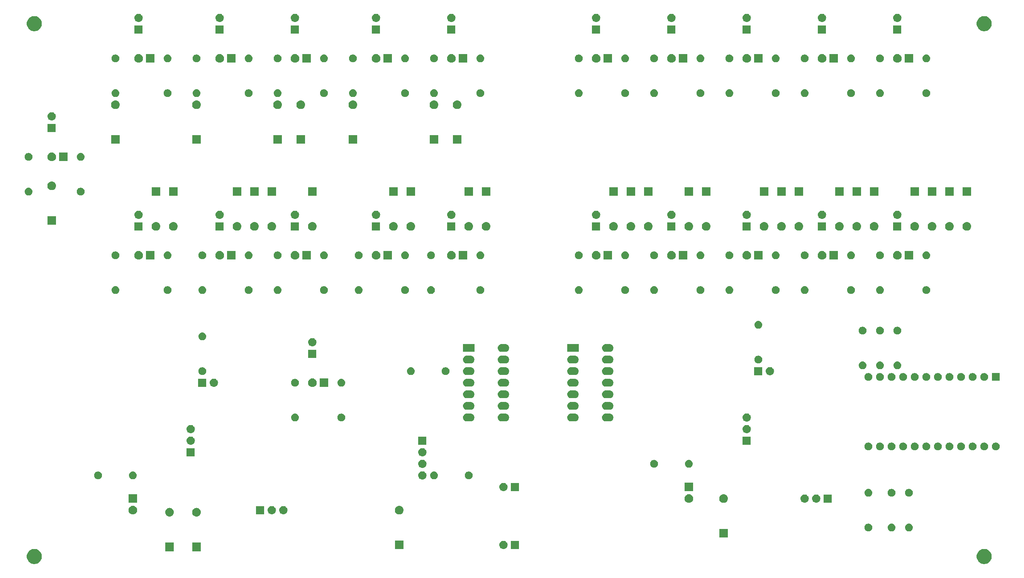
<source format=gbr>
G04 #@! TF.GenerationSoftware,KiCad,Pcbnew,(5.1.4)-1*
G04 #@! TF.CreationDate,2020-06-29T14:55:14+08:00*
G04 #@! TF.ProjectId,Kerbal Controller PCB,4b657262-616c-4204-936f-6e74726f6c6c,rev?*
G04 #@! TF.SameCoordinates,Original*
G04 #@! TF.FileFunction,Soldermask,Top*
G04 #@! TF.FilePolarity,Negative*
%FSLAX46Y46*%
G04 Gerber Fmt 4.6, Leading zero omitted, Abs format (unit mm)*
G04 Created by KiCad (PCBNEW (5.1.4)-1) date 2020-06-29 14:55:14*
%MOMM*%
%LPD*%
G04 APERTURE LIST*
%ADD10C,0.100000*%
G04 APERTURE END LIST*
D10*
G36*
X242945256Y-138091298D02*
G01*
X243051579Y-138112447D01*
X243352042Y-138236903D01*
X243622451Y-138417585D01*
X243852415Y-138647549D01*
X244033097Y-138917958D01*
X244157553Y-139218421D01*
X244221000Y-139537391D01*
X244221000Y-139862609D01*
X244157553Y-140181579D01*
X244033097Y-140482042D01*
X243852415Y-140752451D01*
X243622451Y-140982415D01*
X243352042Y-141163097D01*
X243051579Y-141287553D01*
X242945256Y-141308702D01*
X242732611Y-141351000D01*
X242407389Y-141351000D01*
X242194744Y-141308702D01*
X242088421Y-141287553D01*
X241787958Y-141163097D01*
X241517549Y-140982415D01*
X241287585Y-140752451D01*
X241106903Y-140482042D01*
X240982447Y-140181579D01*
X240919000Y-139862609D01*
X240919000Y-139537391D01*
X240982447Y-139218421D01*
X241106903Y-138917958D01*
X241287585Y-138647549D01*
X241517549Y-138417585D01*
X241787958Y-138236903D01*
X242088421Y-138112447D01*
X242194744Y-138091298D01*
X242407389Y-138049000D01*
X242732611Y-138049000D01*
X242945256Y-138091298D01*
X242945256Y-138091298D01*
G37*
G36*
X34665256Y-138091298D02*
G01*
X34771579Y-138112447D01*
X35072042Y-138236903D01*
X35342451Y-138417585D01*
X35572415Y-138647549D01*
X35753097Y-138917958D01*
X35877553Y-139218421D01*
X35941000Y-139537391D01*
X35941000Y-139862609D01*
X35877553Y-140181579D01*
X35753097Y-140482042D01*
X35572415Y-140752451D01*
X35342451Y-140982415D01*
X35072042Y-141163097D01*
X34771579Y-141287553D01*
X34665256Y-141308702D01*
X34452611Y-141351000D01*
X34127389Y-141351000D01*
X33914744Y-141308702D01*
X33808421Y-141287553D01*
X33507958Y-141163097D01*
X33237549Y-140982415D01*
X33007585Y-140752451D01*
X32826903Y-140482042D01*
X32702447Y-140181579D01*
X32639000Y-139862609D01*
X32639000Y-139537391D01*
X32702447Y-139218421D01*
X32826903Y-138917958D01*
X33007585Y-138647549D01*
X33237549Y-138417585D01*
X33507958Y-138236903D01*
X33808421Y-138112447D01*
X33914744Y-138091298D01*
X34127389Y-138049000D01*
X34452611Y-138049000D01*
X34665256Y-138091298D01*
X34665256Y-138091298D01*
G37*
G36*
X64891000Y-138571000D02*
G01*
X62989000Y-138571000D01*
X62989000Y-136669000D01*
X64891000Y-136669000D01*
X64891000Y-138571000D01*
X64891000Y-138571000D01*
G37*
G36*
X70801000Y-138571000D02*
G01*
X68899000Y-138571000D01*
X68899000Y-136669000D01*
X70801000Y-136669000D01*
X70801000Y-138571000D01*
X70801000Y-138571000D01*
G37*
G36*
X115251000Y-138111000D02*
G01*
X113349000Y-138111000D01*
X113349000Y-136209000D01*
X115251000Y-136209000D01*
X115251000Y-138111000D01*
X115251000Y-138111000D01*
G37*
G36*
X140601000Y-138061000D02*
G01*
X138799000Y-138061000D01*
X138799000Y-136259000D01*
X140601000Y-136259000D01*
X140601000Y-138061000D01*
X140601000Y-138061000D01*
G37*
G36*
X137270443Y-136265519D02*
G01*
X137336627Y-136272037D01*
X137506466Y-136323557D01*
X137662991Y-136407222D01*
X137698729Y-136436552D01*
X137800186Y-136519814D01*
X137883448Y-136621271D01*
X137912778Y-136657009D01*
X137996443Y-136813534D01*
X138047963Y-136983373D01*
X138065359Y-137160000D01*
X138047963Y-137336627D01*
X137996443Y-137506466D01*
X137912778Y-137662991D01*
X137883448Y-137698729D01*
X137800186Y-137800186D01*
X137698729Y-137883448D01*
X137662991Y-137912778D01*
X137506466Y-137996443D01*
X137336627Y-138047963D01*
X137270442Y-138054482D01*
X137204260Y-138061000D01*
X137115740Y-138061000D01*
X137049558Y-138054482D01*
X136983373Y-138047963D01*
X136813534Y-137996443D01*
X136657009Y-137912778D01*
X136621271Y-137883448D01*
X136519814Y-137800186D01*
X136436552Y-137698729D01*
X136407222Y-137662991D01*
X136323557Y-137506466D01*
X136272037Y-137336627D01*
X136254641Y-137160000D01*
X136272037Y-136983373D01*
X136323557Y-136813534D01*
X136407222Y-136657009D01*
X136436552Y-136621271D01*
X136519814Y-136519814D01*
X136621271Y-136436552D01*
X136657009Y-136407222D01*
X136813534Y-136323557D01*
X136983373Y-136272037D01*
X137049557Y-136265519D01*
X137115740Y-136259000D01*
X137204260Y-136259000D01*
X137270443Y-136265519D01*
X137270443Y-136265519D01*
G37*
G36*
X186371000Y-135571000D02*
G01*
X184469000Y-135571000D01*
X184469000Y-133669000D01*
X186371000Y-133669000D01*
X186371000Y-135571000D01*
X186371000Y-135571000D01*
G37*
G36*
X222416823Y-132511313D02*
G01*
X222577242Y-132559976D01*
X222644361Y-132595852D01*
X222725078Y-132638996D01*
X222854659Y-132745341D01*
X222961004Y-132874922D01*
X222961005Y-132874924D01*
X223040024Y-133022758D01*
X223088687Y-133183177D01*
X223105117Y-133350000D01*
X223088687Y-133516823D01*
X223040024Y-133677242D01*
X222999477Y-133753100D01*
X222961004Y-133825078D01*
X222854659Y-133954659D01*
X222725078Y-134061004D01*
X222725076Y-134061005D01*
X222577242Y-134140024D01*
X222416823Y-134188687D01*
X222291804Y-134201000D01*
X222208196Y-134201000D01*
X222083177Y-134188687D01*
X221922758Y-134140024D01*
X221774924Y-134061005D01*
X221774922Y-134061004D01*
X221645341Y-133954659D01*
X221538996Y-133825078D01*
X221500523Y-133753100D01*
X221459976Y-133677242D01*
X221411313Y-133516823D01*
X221394883Y-133350000D01*
X221411313Y-133183177D01*
X221459976Y-133022758D01*
X221538995Y-132874924D01*
X221538996Y-132874922D01*
X221645341Y-132745341D01*
X221774922Y-132638996D01*
X221855639Y-132595852D01*
X221922758Y-132559976D01*
X222083177Y-132511313D01*
X222208196Y-132499000D01*
X222291804Y-132499000D01*
X222416823Y-132511313D01*
X222416823Y-132511313D01*
G37*
G36*
X217418228Y-132531703D02*
G01*
X217573100Y-132595853D01*
X217712481Y-132688985D01*
X217831015Y-132807519D01*
X217924147Y-132946900D01*
X217988297Y-133101772D01*
X218021000Y-133266184D01*
X218021000Y-133433816D01*
X217988297Y-133598228D01*
X217924147Y-133753100D01*
X217831015Y-133892481D01*
X217712481Y-134011015D01*
X217573100Y-134104147D01*
X217418228Y-134168297D01*
X217253816Y-134201000D01*
X217086184Y-134201000D01*
X216921772Y-134168297D01*
X216766900Y-134104147D01*
X216627519Y-134011015D01*
X216508985Y-133892481D01*
X216415853Y-133753100D01*
X216351703Y-133598228D01*
X216319000Y-133433816D01*
X216319000Y-133266184D01*
X216351703Y-133101772D01*
X216415853Y-132946900D01*
X216508985Y-132807519D01*
X216627519Y-132688985D01*
X216766900Y-132595853D01*
X216921772Y-132531703D01*
X217086184Y-132499000D01*
X217253816Y-132499000D01*
X217418228Y-132531703D01*
X217418228Y-132531703D01*
G37*
G36*
X226226823Y-132511313D02*
G01*
X226387242Y-132559976D01*
X226454361Y-132595852D01*
X226535078Y-132638996D01*
X226664659Y-132745341D01*
X226771004Y-132874922D01*
X226771005Y-132874924D01*
X226850024Y-133022758D01*
X226898687Y-133183177D01*
X226915117Y-133350000D01*
X226898687Y-133516823D01*
X226850024Y-133677242D01*
X226809477Y-133753100D01*
X226771004Y-133825078D01*
X226664659Y-133954659D01*
X226535078Y-134061004D01*
X226535076Y-134061005D01*
X226387242Y-134140024D01*
X226226823Y-134188687D01*
X226101804Y-134201000D01*
X226018196Y-134201000D01*
X225893177Y-134188687D01*
X225732758Y-134140024D01*
X225584924Y-134061005D01*
X225584922Y-134061004D01*
X225455341Y-133954659D01*
X225348996Y-133825078D01*
X225310523Y-133753100D01*
X225269976Y-133677242D01*
X225221313Y-133516823D01*
X225204883Y-133350000D01*
X225221313Y-133183177D01*
X225269976Y-133022758D01*
X225348995Y-132874924D01*
X225348996Y-132874922D01*
X225455341Y-132745341D01*
X225584922Y-132638996D01*
X225665639Y-132595852D01*
X225732758Y-132559976D01*
X225893177Y-132511313D01*
X226018196Y-132499000D01*
X226101804Y-132499000D01*
X226226823Y-132511313D01*
X226226823Y-132511313D01*
G37*
G36*
X70036425Y-129062760D02*
G01*
X70036428Y-129062761D01*
X70036429Y-129062761D01*
X70215693Y-129117140D01*
X70215696Y-129117142D01*
X70215697Y-129117142D01*
X70380903Y-129205446D01*
X70525712Y-129324288D01*
X70644554Y-129469097D01*
X70682452Y-129540000D01*
X70732860Y-129634307D01*
X70787239Y-129813571D01*
X70787240Y-129813575D01*
X70805601Y-130000000D01*
X70787240Y-130186425D01*
X70787239Y-130186428D01*
X70787239Y-130186429D01*
X70732860Y-130365693D01*
X70732858Y-130365696D01*
X70732858Y-130365697D01*
X70644554Y-130530903D01*
X70525712Y-130675712D01*
X70380903Y-130794554D01*
X70215697Y-130882858D01*
X70215693Y-130882860D01*
X70036429Y-130937239D01*
X70036428Y-130937239D01*
X70036425Y-130937240D01*
X69896718Y-130951000D01*
X69803282Y-130951000D01*
X69663575Y-130937240D01*
X69663572Y-130937239D01*
X69663571Y-130937239D01*
X69484307Y-130882860D01*
X69484303Y-130882858D01*
X69319097Y-130794554D01*
X69174288Y-130675712D01*
X69055446Y-130530903D01*
X68967142Y-130365697D01*
X68967142Y-130365696D01*
X68967140Y-130365693D01*
X68912761Y-130186429D01*
X68912761Y-130186428D01*
X68912760Y-130186425D01*
X68894399Y-130000000D01*
X68912760Y-129813575D01*
X68912761Y-129813571D01*
X68967140Y-129634307D01*
X69017548Y-129540000D01*
X69055446Y-129469097D01*
X69174288Y-129324288D01*
X69319097Y-129205446D01*
X69484303Y-129117142D01*
X69484304Y-129117142D01*
X69484307Y-129117140D01*
X69663571Y-129062761D01*
X69663572Y-129062761D01*
X69663575Y-129062760D01*
X69803282Y-129049000D01*
X69896718Y-129049000D01*
X70036425Y-129062760D01*
X70036425Y-129062760D01*
G37*
G36*
X64126425Y-129062760D02*
G01*
X64126428Y-129062761D01*
X64126429Y-129062761D01*
X64305693Y-129117140D01*
X64305696Y-129117142D01*
X64305697Y-129117142D01*
X64470903Y-129205446D01*
X64615712Y-129324288D01*
X64734554Y-129469097D01*
X64772452Y-129540000D01*
X64822860Y-129634307D01*
X64877239Y-129813571D01*
X64877240Y-129813575D01*
X64895601Y-130000000D01*
X64877240Y-130186425D01*
X64877239Y-130186428D01*
X64877239Y-130186429D01*
X64822860Y-130365693D01*
X64822858Y-130365696D01*
X64822858Y-130365697D01*
X64734554Y-130530903D01*
X64615712Y-130675712D01*
X64470903Y-130794554D01*
X64305697Y-130882858D01*
X64305693Y-130882860D01*
X64126429Y-130937239D01*
X64126428Y-130937239D01*
X64126425Y-130937240D01*
X63986718Y-130951000D01*
X63893282Y-130951000D01*
X63753575Y-130937240D01*
X63753572Y-130937239D01*
X63753571Y-130937239D01*
X63574307Y-130882860D01*
X63574303Y-130882858D01*
X63409097Y-130794554D01*
X63264288Y-130675712D01*
X63145446Y-130530903D01*
X63057142Y-130365697D01*
X63057142Y-130365696D01*
X63057140Y-130365693D01*
X63002761Y-130186429D01*
X63002761Y-130186428D01*
X63002760Y-130186425D01*
X62984399Y-130000000D01*
X63002760Y-129813575D01*
X63002761Y-129813571D01*
X63057140Y-129634307D01*
X63107548Y-129540000D01*
X63145446Y-129469097D01*
X63264288Y-129324288D01*
X63409097Y-129205446D01*
X63574303Y-129117142D01*
X63574304Y-129117142D01*
X63574307Y-129117140D01*
X63753571Y-129062761D01*
X63753572Y-129062761D01*
X63753575Y-129062760D01*
X63893282Y-129049000D01*
X63986718Y-129049000D01*
X64126425Y-129062760D01*
X64126425Y-129062760D01*
G37*
G36*
X56157395Y-128625546D02*
G01*
X56330466Y-128697234D01*
X56402620Y-128745446D01*
X56486227Y-128801310D01*
X56618690Y-128933773D01*
X56618691Y-128933775D01*
X56722766Y-129089534D01*
X56794454Y-129262605D01*
X56831000Y-129446333D01*
X56831000Y-129633667D01*
X56794454Y-129817395D01*
X56722766Y-129990466D01*
X56687671Y-130042989D01*
X56618690Y-130146227D01*
X56486227Y-130278690D01*
X56465141Y-130292779D01*
X56330466Y-130382766D01*
X56157395Y-130454454D01*
X55973667Y-130491000D01*
X55786333Y-130491000D01*
X55602605Y-130454454D01*
X55429534Y-130382766D01*
X55294859Y-130292779D01*
X55273773Y-130278690D01*
X55141310Y-130146227D01*
X55072329Y-130042989D01*
X55037234Y-129990466D01*
X54965546Y-129817395D01*
X54929000Y-129633667D01*
X54929000Y-129446333D01*
X54965546Y-129262605D01*
X55037234Y-129089534D01*
X55141309Y-128933775D01*
X55141310Y-128933773D01*
X55273773Y-128801310D01*
X55357380Y-128745446D01*
X55429534Y-128697234D01*
X55602605Y-128625546D01*
X55786333Y-128589000D01*
X55973667Y-128589000D01*
X56157395Y-128625546D01*
X56157395Y-128625546D01*
G37*
G36*
X114486425Y-128602760D02*
G01*
X114486428Y-128602761D01*
X114486429Y-128602761D01*
X114665693Y-128657140D01*
X114665696Y-128657142D01*
X114665697Y-128657142D01*
X114830903Y-128745446D01*
X114975712Y-128864288D01*
X115094554Y-129009097D01*
X115152305Y-129117142D01*
X115182860Y-129174307D01*
X115228356Y-129324288D01*
X115237240Y-129353575D01*
X115255601Y-129540000D01*
X115237240Y-129726425D01*
X115237239Y-129726428D01*
X115237239Y-129726429D01*
X115182860Y-129905693D01*
X115182858Y-129905696D01*
X115182858Y-129905697D01*
X115094554Y-130070903D01*
X114975712Y-130215712D01*
X114830903Y-130334554D01*
X114665697Y-130422858D01*
X114665693Y-130422860D01*
X114486429Y-130477239D01*
X114486428Y-130477239D01*
X114486425Y-130477240D01*
X114346718Y-130491000D01*
X114253282Y-130491000D01*
X114113575Y-130477240D01*
X114113572Y-130477239D01*
X114113571Y-130477239D01*
X113934307Y-130422860D01*
X113934303Y-130422858D01*
X113769097Y-130334554D01*
X113624288Y-130215712D01*
X113505446Y-130070903D01*
X113417142Y-129905697D01*
X113417142Y-129905696D01*
X113417140Y-129905693D01*
X113362761Y-129726429D01*
X113362761Y-129726428D01*
X113362760Y-129726425D01*
X113344399Y-129540000D01*
X113362760Y-129353575D01*
X113371644Y-129324288D01*
X113417140Y-129174307D01*
X113447695Y-129117142D01*
X113505446Y-129009097D01*
X113624288Y-128864288D01*
X113769097Y-128745446D01*
X113934303Y-128657142D01*
X113934304Y-128657142D01*
X113934307Y-128657140D01*
X114113571Y-128602761D01*
X114113572Y-128602761D01*
X114113575Y-128602760D01*
X114253282Y-128589000D01*
X114346718Y-128589000D01*
X114486425Y-128602760D01*
X114486425Y-128602760D01*
G37*
G36*
X84721000Y-130441000D02*
G01*
X82919000Y-130441000D01*
X82919000Y-128639000D01*
X84721000Y-128639000D01*
X84721000Y-130441000D01*
X84721000Y-130441000D01*
G37*
G36*
X86470443Y-128645519D02*
G01*
X86536627Y-128652037D01*
X86706466Y-128703557D01*
X86862991Y-128787222D01*
X86880156Y-128801309D01*
X87000186Y-128899814D01*
X87083448Y-129001271D01*
X87112778Y-129037009D01*
X87196443Y-129193534D01*
X87247963Y-129363373D01*
X87265359Y-129540000D01*
X87247963Y-129716627D01*
X87196443Y-129886466D01*
X87112778Y-130042991D01*
X87089871Y-130070903D01*
X87000186Y-130180186D01*
X86898729Y-130263448D01*
X86862991Y-130292778D01*
X86706466Y-130376443D01*
X86536627Y-130427963D01*
X86470443Y-130434481D01*
X86404260Y-130441000D01*
X86315740Y-130441000D01*
X86249557Y-130434481D01*
X86183373Y-130427963D01*
X86013534Y-130376443D01*
X85857009Y-130292778D01*
X85821271Y-130263448D01*
X85719814Y-130180186D01*
X85630129Y-130070903D01*
X85607222Y-130042991D01*
X85523557Y-129886466D01*
X85472037Y-129716627D01*
X85454641Y-129540000D01*
X85472037Y-129363373D01*
X85523557Y-129193534D01*
X85607222Y-129037009D01*
X85636552Y-129001271D01*
X85719814Y-128899814D01*
X85839844Y-128801309D01*
X85857009Y-128787222D01*
X86013534Y-128703557D01*
X86183373Y-128652037D01*
X86249557Y-128645519D01*
X86315740Y-128639000D01*
X86404260Y-128639000D01*
X86470443Y-128645519D01*
X86470443Y-128645519D01*
G37*
G36*
X89010443Y-128645519D02*
G01*
X89076627Y-128652037D01*
X89246466Y-128703557D01*
X89402991Y-128787222D01*
X89420156Y-128801309D01*
X89540186Y-128899814D01*
X89623448Y-129001271D01*
X89652778Y-129037009D01*
X89736443Y-129193534D01*
X89787963Y-129363373D01*
X89805359Y-129540000D01*
X89787963Y-129716627D01*
X89736443Y-129886466D01*
X89652778Y-130042991D01*
X89629871Y-130070903D01*
X89540186Y-130180186D01*
X89438729Y-130263448D01*
X89402991Y-130292778D01*
X89246466Y-130376443D01*
X89076627Y-130427963D01*
X89010443Y-130434481D01*
X88944260Y-130441000D01*
X88855740Y-130441000D01*
X88789557Y-130434481D01*
X88723373Y-130427963D01*
X88553534Y-130376443D01*
X88397009Y-130292778D01*
X88361271Y-130263448D01*
X88259814Y-130180186D01*
X88170129Y-130070903D01*
X88147222Y-130042991D01*
X88063557Y-129886466D01*
X88012037Y-129716627D01*
X87994641Y-129540000D01*
X88012037Y-129363373D01*
X88063557Y-129193534D01*
X88147222Y-129037009D01*
X88176552Y-129001271D01*
X88259814Y-128899814D01*
X88379844Y-128801309D01*
X88397009Y-128787222D01*
X88553534Y-128703557D01*
X88723373Y-128652037D01*
X88789557Y-128645519D01*
X88855740Y-128639000D01*
X88944260Y-128639000D01*
X89010443Y-128645519D01*
X89010443Y-128645519D01*
G37*
G36*
X185606425Y-126062760D02*
G01*
X185606428Y-126062761D01*
X185606429Y-126062761D01*
X185785693Y-126117140D01*
X185785696Y-126117142D01*
X185785697Y-126117142D01*
X185950903Y-126205446D01*
X186095712Y-126324288D01*
X186214554Y-126469097D01*
X186274367Y-126581000D01*
X186302860Y-126634307D01*
X186357239Y-126813571D01*
X186357240Y-126813575D01*
X186375601Y-127000000D01*
X186357240Y-127186425D01*
X186357239Y-127186428D01*
X186357239Y-127186429D01*
X186302860Y-127365693D01*
X186302858Y-127365696D01*
X186302858Y-127365697D01*
X186214554Y-127530903D01*
X186095712Y-127675712D01*
X185950903Y-127794554D01*
X185785697Y-127882858D01*
X185785693Y-127882860D01*
X185606429Y-127937239D01*
X185606428Y-127937239D01*
X185606425Y-127937240D01*
X185466718Y-127951000D01*
X185373282Y-127951000D01*
X185233575Y-127937240D01*
X185233572Y-127937239D01*
X185233571Y-127937239D01*
X185054307Y-127882860D01*
X185054303Y-127882858D01*
X184889097Y-127794554D01*
X184744288Y-127675712D01*
X184625446Y-127530903D01*
X184537142Y-127365697D01*
X184537142Y-127365696D01*
X184537140Y-127365693D01*
X184482761Y-127186429D01*
X184482761Y-127186428D01*
X184482760Y-127186425D01*
X184464399Y-127000000D01*
X184482760Y-126813575D01*
X184482761Y-126813571D01*
X184537140Y-126634307D01*
X184565633Y-126581000D01*
X184625446Y-126469097D01*
X184744288Y-126324288D01*
X184889097Y-126205446D01*
X185054303Y-126117142D01*
X185054304Y-126117142D01*
X185054307Y-126117140D01*
X185233571Y-126062761D01*
X185233572Y-126062761D01*
X185233575Y-126062760D01*
X185373282Y-126049000D01*
X185466718Y-126049000D01*
X185606425Y-126062760D01*
X185606425Y-126062760D01*
G37*
G36*
X56831000Y-127951000D02*
G01*
X54929000Y-127951000D01*
X54929000Y-126049000D01*
X56831000Y-126049000D01*
X56831000Y-127951000D01*
X56831000Y-127951000D01*
G37*
G36*
X178077395Y-126085546D02*
G01*
X178250466Y-126157234D01*
X178322069Y-126205078D01*
X178406227Y-126261310D01*
X178538690Y-126393773D01*
X178570249Y-126441005D01*
X178642766Y-126549534D01*
X178714454Y-126722605D01*
X178751000Y-126906333D01*
X178751000Y-127093667D01*
X178714454Y-127277395D01*
X178642766Y-127450466D01*
X178642765Y-127450467D01*
X178538690Y-127606227D01*
X178406227Y-127738690D01*
X178385141Y-127752779D01*
X178250466Y-127842766D01*
X178077395Y-127914454D01*
X177893667Y-127951000D01*
X177706333Y-127951000D01*
X177522605Y-127914454D01*
X177349534Y-127842766D01*
X177214859Y-127752779D01*
X177193773Y-127738690D01*
X177061310Y-127606227D01*
X176957235Y-127450467D01*
X176957234Y-127450466D01*
X176885546Y-127277395D01*
X176849000Y-127093667D01*
X176849000Y-126906333D01*
X176885546Y-126722605D01*
X176957234Y-126549534D01*
X177029751Y-126441005D01*
X177061310Y-126393773D01*
X177193773Y-126261310D01*
X177277931Y-126205078D01*
X177349534Y-126157234D01*
X177522605Y-126085546D01*
X177706333Y-126049000D01*
X177893667Y-126049000D01*
X178077395Y-126085546D01*
X178077395Y-126085546D01*
G37*
G36*
X209181000Y-127901000D02*
G01*
X207379000Y-127901000D01*
X207379000Y-126099000D01*
X209181000Y-126099000D01*
X209181000Y-127901000D01*
X209181000Y-127901000D01*
G37*
G36*
X205850443Y-126105519D02*
G01*
X205916627Y-126112037D01*
X206086466Y-126163557D01*
X206242991Y-126247222D01*
X206260156Y-126261309D01*
X206380186Y-126359814D01*
X206463448Y-126461271D01*
X206492778Y-126497009D01*
X206576443Y-126653534D01*
X206627963Y-126823373D01*
X206645359Y-127000000D01*
X206627963Y-127176627D01*
X206576443Y-127346466D01*
X206492778Y-127502991D01*
X206469871Y-127530903D01*
X206380186Y-127640186D01*
X206278729Y-127723448D01*
X206242991Y-127752778D01*
X206086466Y-127836443D01*
X205916627Y-127887963D01*
X205850442Y-127894482D01*
X205784260Y-127901000D01*
X205695740Y-127901000D01*
X205629558Y-127894482D01*
X205563373Y-127887963D01*
X205393534Y-127836443D01*
X205237009Y-127752778D01*
X205201271Y-127723448D01*
X205099814Y-127640186D01*
X205010129Y-127530903D01*
X204987222Y-127502991D01*
X204903557Y-127346466D01*
X204852037Y-127176627D01*
X204834641Y-127000000D01*
X204852037Y-126823373D01*
X204903557Y-126653534D01*
X204987222Y-126497009D01*
X205016552Y-126461271D01*
X205099814Y-126359814D01*
X205219844Y-126261309D01*
X205237009Y-126247222D01*
X205393534Y-126163557D01*
X205563373Y-126112037D01*
X205629557Y-126105519D01*
X205695740Y-126099000D01*
X205784260Y-126099000D01*
X205850443Y-126105519D01*
X205850443Y-126105519D01*
G37*
G36*
X203310443Y-126105519D02*
G01*
X203376627Y-126112037D01*
X203546466Y-126163557D01*
X203702991Y-126247222D01*
X203720156Y-126261309D01*
X203840186Y-126359814D01*
X203923448Y-126461271D01*
X203952778Y-126497009D01*
X204036443Y-126653534D01*
X204087963Y-126823373D01*
X204105359Y-127000000D01*
X204087963Y-127176627D01*
X204036443Y-127346466D01*
X203952778Y-127502991D01*
X203929871Y-127530903D01*
X203840186Y-127640186D01*
X203738729Y-127723448D01*
X203702991Y-127752778D01*
X203546466Y-127836443D01*
X203376627Y-127887963D01*
X203310442Y-127894482D01*
X203244260Y-127901000D01*
X203155740Y-127901000D01*
X203089558Y-127894482D01*
X203023373Y-127887963D01*
X202853534Y-127836443D01*
X202697009Y-127752778D01*
X202661271Y-127723448D01*
X202559814Y-127640186D01*
X202470129Y-127530903D01*
X202447222Y-127502991D01*
X202363557Y-127346466D01*
X202312037Y-127176627D01*
X202294641Y-127000000D01*
X202312037Y-126823373D01*
X202363557Y-126653534D01*
X202447222Y-126497009D01*
X202476552Y-126461271D01*
X202559814Y-126359814D01*
X202679844Y-126261309D01*
X202697009Y-126247222D01*
X202853534Y-126163557D01*
X203023373Y-126112037D01*
X203089557Y-126105519D01*
X203155740Y-126099000D01*
X203244260Y-126099000D01*
X203310443Y-126105519D01*
X203310443Y-126105519D01*
G37*
G36*
X217336823Y-124891313D02*
G01*
X217497242Y-124939976D01*
X217564361Y-124975852D01*
X217645078Y-125018996D01*
X217774659Y-125125341D01*
X217881004Y-125254922D01*
X217881005Y-125254924D01*
X217960024Y-125402758D01*
X218008687Y-125563177D01*
X218025117Y-125730000D01*
X218008687Y-125896823D01*
X217960024Y-126057242D01*
X217903197Y-126163557D01*
X217881004Y-126205078D01*
X217774659Y-126334659D01*
X217645078Y-126441004D01*
X217645076Y-126441005D01*
X217497242Y-126520024D01*
X217336823Y-126568687D01*
X217211804Y-126581000D01*
X217128196Y-126581000D01*
X217003177Y-126568687D01*
X216842758Y-126520024D01*
X216694924Y-126441005D01*
X216694922Y-126441004D01*
X216565341Y-126334659D01*
X216458996Y-126205078D01*
X216436803Y-126163557D01*
X216379976Y-126057242D01*
X216331313Y-125896823D01*
X216314883Y-125730000D01*
X216331313Y-125563177D01*
X216379976Y-125402758D01*
X216458995Y-125254924D01*
X216458996Y-125254922D01*
X216565341Y-125125341D01*
X216694922Y-125018996D01*
X216775639Y-124975852D01*
X216842758Y-124939976D01*
X217003177Y-124891313D01*
X217128196Y-124879000D01*
X217211804Y-124879000D01*
X217336823Y-124891313D01*
X217336823Y-124891313D01*
G37*
G36*
X226308228Y-124911703D02*
G01*
X226463100Y-124975853D01*
X226602481Y-125068985D01*
X226721015Y-125187519D01*
X226814147Y-125326900D01*
X226878297Y-125481772D01*
X226911000Y-125646184D01*
X226911000Y-125813816D01*
X226878297Y-125978228D01*
X226814147Y-126133100D01*
X226721015Y-126272481D01*
X226602481Y-126391015D01*
X226463100Y-126484147D01*
X226308228Y-126548297D01*
X226143816Y-126581000D01*
X225976184Y-126581000D01*
X225811772Y-126548297D01*
X225656900Y-126484147D01*
X225517519Y-126391015D01*
X225398985Y-126272481D01*
X225305853Y-126133100D01*
X225241703Y-125978228D01*
X225209000Y-125813816D01*
X225209000Y-125646184D01*
X225241703Y-125481772D01*
X225305853Y-125326900D01*
X225398985Y-125187519D01*
X225517519Y-125068985D01*
X225656900Y-124975853D01*
X225811772Y-124911703D01*
X225976184Y-124879000D01*
X226143816Y-124879000D01*
X226308228Y-124911703D01*
X226308228Y-124911703D01*
G37*
G36*
X222498228Y-124911703D02*
G01*
X222653100Y-124975853D01*
X222792481Y-125068985D01*
X222911015Y-125187519D01*
X223004147Y-125326900D01*
X223068297Y-125481772D01*
X223101000Y-125646184D01*
X223101000Y-125813816D01*
X223068297Y-125978228D01*
X223004147Y-126133100D01*
X222911015Y-126272481D01*
X222792481Y-126391015D01*
X222653100Y-126484147D01*
X222498228Y-126548297D01*
X222333816Y-126581000D01*
X222166184Y-126581000D01*
X222001772Y-126548297D01*
X221846900Y-126484147D01*
X221707519Y-126391015D01*
X221588985Y-126272481D01*
X221495853Y-126133100D01*
X221431703Y-125978228D01*
X221399000Y-125813816D01*
X221399000Y-125646184D01*
X221431703Y-125481772D01*
X221495853Y-125326900D01*
X221588985Y-125187519D01*
X221707519Y-125068985D01*
X221846900Y-124975853D01*
X222001772Y-124911703D01*
X222166184Y-124879000D01*
X222333816Y-124879000D01*
X222498228Y-124911703D01*
X222498228Y-124911703D01*
G37*
G36*
X178751000Y-125411000D02*
G01*
X176849000Y-125411000D01*
X176849000Y-123509000D01*
X178751000Y-123509000D01*
X178751000Y-125411000D01*
X178751000Y-125411000D01*
G37*
G36*
X140601000Y-125361000D02*
G01*
X138799000Y-125361000D01*
X138799000Y-123559000D01*
X140601000Y-123559000D01*
X140601000Y-125361000D01*
X140601000Y-125361000D01*
G37*
G36*
X137270442Y-123565518D02*
G01*
X137336627Y-123572037D01*
X137506466Y-123623557D01*
X137662991Y-123707222D01*
X137698729Y-123736552D01*
X137800186Y-123819814D01*
X137883448Y-123921271D01*
X137912778Y-123957009D01*
X137996443Y-124113534D01*
X138047963Y-124283373D01*
X138065359Y-124460000D01*
X138047963Y-124636627D01*
X137996443Y-124806466D01*
X137912778Y-124962991D01*
X137902223Y-124975852D01*
X137800186Y-125100186D01*
X137698729Y-125183448D01*
X137662991Y-125212778D01*
X137506466Y-125296443D01*
X137336627Y-125347963D01*
X137270442Y-125354482D01*
X137204260Y-125361000D01*
X137115740Y-125361000D01*
X137049558Y-125354482D01*
X136983373Y-125347963D01*
X136813534Y-125296443D01*
X136657009Y-125212778D01*
X136621271Y-125183448D01*
X136519814Y-125100186D01*
X136417777Y-124975852D01*
X136407222Y-124962991D01*
X136323557Y-124806466D01*
X136272037Y-124636627D01*
X136254641Y-124460000D01*
X136272037Y-124283373D01*
X136323557Y-124113534D01*
X136407222Y-123957009D01*
X136436552Y-123921271D01*
X136519814Y-123819814D01*
X136621271Y-123736552D01*
X136657009Y-123707222D01*
X136813534Y-123623557D01*
X136983373Y-123572037D01*
X137049558Y-123565518D01*
X137115740Y-123559000D01*
X137204260Y-123559000D01*
X137270442Y-123565518D01*
X137270442Y-123565518D01*
G37*
G36*
X119490442Y-121025518D02*
G01*
X119556627Y-121032037D01*
X119726466Y-121083557D01*
X119882991Y-121167222D01*
X119918729Y-121196552D01*
X120020186Y-121279814D01*
X120100369Y-121377519D01*
X120132778Y-121417009D01*
X120216443Y-121573534D01*
X120267963Y-121743373D01*
X120285359Y-121920000D01*
X120267963Y-122096627D01*
X120216443Y-122266466D01*
X120132778Y-122422991D01*
X120103448Y-122458729D01*
X120020186Y-122560186D01*
X119918729Y-122643448D01*
X119882991Y-122672778D01*
X119726466Y-122756443D01*
X119556627Y-122807963D01*
X119490443Y-122814481D01*
X119424260Y-122821000D01*
X119335740Y-122821000D01*
X119269557Y-122814481D01*
X119203373Y-122807963D01*
X119033534Y-122756443D01*
X118877009Y-122672778D01*
X118841271Y-122643448D01*
X118739814Y-122560186D01*
X118656552Y-122458729D01*
X118627222Y-122422991D01*
X118543557Y-122266466D01*
X118492037Y-122096627D01*
X118474641Y-121920000D01*
X118492037Y-121743373D01*
X118543557Y-121573534D01*
X118627222Y-121417009D01*
X118659631Y-121377519D01*
X118739814Y-121279814D01*
X118841271Y-121196552D01*
X118877009Y-121167222D01*
X119033534Y-121083557D01*
X119203373Y-121032037D01*
X119269558Y-121025518D01*
X119335740Y-121019000D01*
X119424260Y-121019000D01*
X119490442Y-121025518D01*
X119490442Y-121025518D01*
G37*
G36*
X122086823Y-121081313D02*
G01*
X122247242Y-121129976D01*
X122314361Y-121165852D01*
X122395078Y-121208996D01*
X122524659Y-121315341D01*
X122631004Y-121444922D01*
X122631005Y-121444924D01*
X122710024Y-121592758D01*
X122758687Y-121753177D01*
X122775117Y-121920000D01*
X122758687Y-122086823D01*
X122710024Y-122247242D01*
X122669477Y-122323100D01*
X122631004Y-122395078D01*
X122524659Y-122524659D01*
X122395078Y-122631004D01*
X122395076Y-122631005D01*
X122247242Y-122710024D01*
X122086823Y-122758687D01*
X121961804Y-122771000D01*
X121878196Y-122771000D01*
X121753177Y-122758687D01*
X121592758Y-122710024D01*
X121444924Y-122631005D01*
X121444922Y-122631004D01*
X121315341Y-122524659D01*
X121208996Y-122395078D01*
X121170523Y-122323100D01*
X121129976Y-122247242D01*
X121081313Y-122086823D01*
X121064883Y-121920000D01*
X121081313Y-121753177D01*
X121129976Y-121592758D01*
X121208995Y-121444924D01*
X121208996Y-121444922D01*
X121315341Y-121315341D01*
X121444922Y-121208996D01*
X121525639Y-121165852D01*
X121592758Y-121129976D01*
X121753177Y-121081313D01*
X121878196Y-121069000D01*
X121961804Y-121069000D01*
X122086823Y-121081313D01*
X122086823Y-121081313D01*
G37*
G36*
X48508228Y-121101703D02*
G01*
X48663100Y-121165853D01*
X48802481Y-121258985D01*
X48921015Y-121377519D01*
X49014147Y-121516900D01*
X49078297Y-121671772D01*
X49111000Y-121836184D01*
X49111000Y-122003816D01*
X49078297Y-122168228D01*
X49014147Y-122323100D01*
X48921015Y-122462481D01*
X48802481Y-122581015D01*
X48663100Y-122674147D01*
X48508228Y-122738297D01*
X48343816Y-122771000D01*
X48176184Y-122771000D01*
X48011772Y-122738297D01*
X47856900Y-122674147D01*
X47717519Y-122581015D01*
X47598985Y-122462481D01*
X47505853Y-122323100D01*
X47441703Y-122168228D01*
X47409000Y-122003816D01*
X47409000Y-121836184D01*
X47441703Y-121671772D01*
X47505853Y-121516900D01*
X47598985Y-121377519D01*
X47717519Y-121258985D01*
X47856900Y-121165853D01*
X48011772Y-121101703D01*
X48176184Y-121069000D01*
X48343816Y-121069000D01*
X48508228Y-121101703D01*
X48508228Y-121101703D01*
G37*
G36*
X56046823Y-121081313D02*
G01*
X56207242Y-121129976D01*
X56274361Y-121165852D01*
X56355078Y-121208996D01*
X56484659Y-121315341D01*
X56591004Y-121444922D01*
X56591005Y-121444924D01*
X56670024Y-121592758D01*
X56718687Y-121753177D01*
X56735117Y-121920000D01*
X56718687Y-122086823D01*
X56670024Y-122247242D01*
X56629477Y-122323100D01*
X56591004Y-122395078D01*
X56484659Y-122524659D01*
X56355078Y-122631004D01*
X56355076Y-122631005D01*
X56207242Y-122710024D01*
X56046823Y-122758687D01*
X55921804Y-122771000D01*
X55838196Y-122771000D01*
X55713177Y-122758687D01*
X55552758Y-122710024D01*
X55404924Y-122631005D01*
X55404922Y-122631004D01*
X55275341Y-122524659D01*
X55168996Y-122395078D01*
X55130523Y-122323100D01*
X55089976Y-122247242D01*
X55041313Y-122086823D01*
X55024883Y-121920000D01*
X55041313Y-121753177D01*
X55089976Y-121592758D01*
X55168995Y-121444924D01*
X55168996Y-121444922D01*
X55275341Y-121315341D01*
X55404922Y-121208996D01*
X55485639Y-121165852D01*
X55552758Y-121129976D01*
X55713177Y-121081313D01*
X55838196Y-121069000D01*
X55921804Y-121069000D01*
X56046823Y-121081313D01*
X56046823Y-121081313D01*
G37*
G36*
X129788228Y-121101703D02*
G01*
X129943100Y-121165853D01*
X130082481Y-121258985D01*
X130201015Y-121377519D01*
X130294147Y-121516900D01*
X130358297Y-121671772D01*
X130391000Y-121836184D01*
X130391000Y-122003816D01*
X130358297Y-122168228D01*
X130294147Y-122323100D01*
X130201015Y-122462481D01*
X130082481Y-122581015D01*
X129943100Y-122674147D01*
X129788228Y-122738297D01*
X129623816Y-122771000D01*
X129456184Y-122771000D01*
X129291772Y-122738297D01*
X129136900Y-122674147D01*
X128997519Y-122581015D01*
X128878985Y-122462481D01*
X128785853Y-122323100D01*
X128721703Y-122168228D01*
X128689000Y-122003816D01*
X128689000Y-121836184D01*
X128721703Y-121671772D01*
X128785853Y-121516900D01*
X128878985Y-121377519D01*
X128997519Y-121258985D01*
X129136900Y-121165853D01*
X129291772Y-121101703D01*
X129456184Y-121069000D01*
X129623816Y-121069000D01*
X129788228Y-121101703D01*
X129788228Y-121101703D01*
G37*
G36*
X119490442Y-118485518D02*
G01*
X119556627Y-118492037D01*
X119726466Y-118543557D01*
X119882991Y-118627222D01*
X119918729Y-118656552D01*
X120020186Y-118739814D01*
X120100369Y-118837519D01*
X120132778Y-118877009D01*
X120216443Y-119033534D01*
X120267963Y-119203373D01*
X120285359Y-119380000D01*
X120267963Y-119556627D01*
X120216443Y-119726466D01*
X120132778Y-119882991D01*
X120103448Y-119918729D01*
X120020186Y-120020186D01*
X119918729Y-120103448D01*
X119882991Y-120132778D01*
X119726466Y-120216443D01*
X119556627Y-120267963D01*
X119490442Y-120274482D01*
X119424260Y-120281000D01*
X119335740Y-120281000D01*
X119269558Y-120274482D01*
X119203373Y-120267963D01*
X119033534Y-120216443D01*
X118877009Y-120132778D01*
X118841271Y-120103448D01*
X118739814Y-120020186D01*
X118656552Y-119918729D01*
X118627222Y-119882991D01*
X118543557Y-119726466D01*
X118492037Y-119556627D01*
X118474641Y-119380000D01*
X118492037Y-119203373D01*
X118543557Y-119033534D01*
X118627222Y-118877009D01*
X118659631Y-118837519D01*
X118739814Y-118739814D01*
X118841271Y-118656552D01*
X118877009Y-118627222D01*
X119033534Y-118543557D01*
X119203373Y-118492037D01*
X119269558Y-118485518D01*
X119335740Y-118479000D01*
X119424260Y-118479000D01*
X119490442Y-118485518D01*
X119490442Y-118485518D01*
G37*
G36*
X177966823Y-118541313D02*
G01*
X178127242Y-118589976D01*
X178194361Y-118625852D01*
X178275078Y-118668996D01*
X178404659Y-118775341D01*
X178511004Y-118904922D01*
X178511005Y-118904924D01*
X178590024Y-119052758D01*
X178638687Y-119213177D01*
X178655117Y-119380000D01*
X178638687Y-119546823D01*
X178590024Y-119707242D01*
X178549477Y-119783100D01*
X178511004Y-119855078D01*
X178404659Y-119984659D01*
X178275078Y-120091004D01*
X178275076Y-120091005D01*
X178127242Y-120170024D01*
X177966823Y-120218687D01*
X177841804Y-120231000D01*
X177758196Y-120231000D01*
X177633177Y-120218687D01*
X177472758Y-120170024D01*
X177324924Y-120091005D01*
X177324922Y-120091004D01*
X177195341Y-119984659D01*
X177088996Y-119855078D01*
X177050523Y-119783100D01*
X177009976Y-119707242D01*
X176961313Y-119546823D01*
X176944883Y-119380000D01*
X176961313Y-119213177D01*
X177009976Y-119052758D01*
X177088995Y-118904924D01*
X177088996Y-118904922D01*
X177195341Y-118775341D01*
X177324922Y-118668996D01*
X177405639Y-118625852D01*
X177472758Y-118589976D01*
X177633177Y-118541313D01*
X177758196Y-118529000D01*
X177841804Y-118529000D01*
X177966823Y-118541313D01*
X177966823Y-118541313D01*
G37*
G36*
X170428228Y-118561703D02*
G01*
X170583100Y-118625853D01*
X170722481Y-118718985D01*
X170841015Y-118837519D01*
X170934147Y-118976900D01*
X170998297Y-119131772D01*
X171031000Y-119296184D01*
X171031000Y-119463816D01*
X170998297Y-119628228D01*
X170934147Y-119783100D01*
X170841015Y-119922481D01*
X170722481Y-120041015D01*
X170583100Y-120134147D01*
X170428228Y-120198297D01*
X170263816Y-120231000D01*
X170096184Y-120231000D01*
X169931772Y-120198297D01*
X169776900Y-120134147D01*
X169637519Y-120041015D01*
X169518985Y-119922481D01*
X169425853Y-119783100D01*
X169361703Y-119628228D01*
X169329000Y-119463816D01*
X169329000Y-119296184D01*
X169361703Y-119131772D01*
X169425853Y-118976900D01*
X169518985Y-118837519D01*
X169637519Y-118718985D01*
X169776900Y-118625853D01*
X169931772Y-118561703D01*
X170096184Y-118529000D01*
X170263816Y-118529000D01*
X170428228Y-118561703D01*
X170428228Y-118561703D01*
G37*
G36*
X69481000Y-117741000D02*
G01*
X67679000Y-117741000D01*
X67679000Y-115939000D01*
X69481000Y-115939000D01*
X69481000Y-117741000D01*
X69481000Y-117741000D01*
G37*
G36*
X119490442Y-115945518D02*
G01*
X119556627Y-115952037D01*
X119726466Y-116003557D01*
X119882991Y-116087222D01*
X119913768Y-116112480D01*
X120020186Y-116199814D01*
X120103448Y-116301271D01*
X120132778Y-116337009D01*
X120216443Y-116493534D01*
X120267963Y-116663373D01*
X120285359Y-116840000D01*
X120267963Y-117016627D01*
X120216443Y-117186466D01*
X120132778Y-117342991D01*
X120103448Y-117378729D01*
X120020186Y-117480186D01*
X119918729Y-117563448D01*
X119882991Y-117592778D01*
X119726466Y-117676443D01*
X119556627Y-117727963D01*
X119490442Y-117734482D01*
X119424260Y-117741000D01*
X119335740Y-117741000D01*
X119269558Y-117734482D01*
X119203373Y-117727963D01*
X119033534Y-117676443D01*
X118877009Y-117592778D01*
X118841271Y-117563448D01*
X118739814Y-117480186D01*
X118656552Y-117378729D01*
X118627222Y-117342991D01*
X118543557Y-117186466D01*
X118492037Y-117016627D01*
X118474641Y-116840000D01*
X118492037Y-116663373D01*
X118543557Y-116493534D01*
X118627222Y-116337009D01*
X118656552Y-116301271D01*
X118739814Y-116199814D01*
X118846232Y-116112480D01*
X118877009Y-116087222D01*
X119033534Y-116003557D01*
X119203373Y-115952037D01*
X119269558Y-115945518D01*
X119335740Y-115939000D01*
X119424260Y-115939000D01*
X119490442Y-115945518D01*
X119490442Y-115945518D01*
G37*
G36*
X232658228Y-114751703D02*
G01*
X232813100Y-114815853D01*
X232952481Y-114908985D01*
X233071015Y-115027519D01*
X233164147Y-115166900D01*
X233228297Y-115321772D01*
X233261000Y-115486184D01*
X233261000Y-115653816D01*
X233228297Y-115818228D01*
X233164147Y-115973100D01*
X233071015Y-116112481D01*
X232952481Y-116231015D01*
X232813100Y-116324147D01*
X232658228Y-116388297D01*
X232493816Y-116421000D01*
X232326184Y-116421000D01*
X232161772Y-116388297D01*
X232006900Y-116324147D01*
X231867519Y-116231015D01*
X231748985Y-116112481D01*
X231655853Y-115973100D01*
X231591703Y-115818228D01*
X231559000Y-115653816D01*
X231559000Y-115486184D01*
X231591703Y-115321772D01*
X231655853Y-115166900D01*
X231748985Y-115027519D01*
X231867519Y-114908985D01*
X232006900Y-114815853D01*
X232161772Y-114751703D01*
X232326184Y-114719000D01*
X232493816Y-114719000D01*
X232658228Y-114751703D01*
X232658228Y-114751703D01*
G37*
G36*
X230118228Y-114751703D02*
G01*
X230273100Y-114815853D01*
X230412481Y-114908985D01*
X230531015Y-115027519D01*
X230624147Y-115166900D01*
X230688297Y-115321772D01*
X230721000Y-115486184D01*
X230721000Y-115653816D01*
X230688297Y-115818228D01*
X230624147Y-115973100D01*
X230531015Y-116112481D01*
X230412481Y-116231015D01*
X230273100Y-116324147D01*
X230118228Y-116388297D01*
X229953816Y-116421000D01*
X229786184Y-116421000D01*
X229621772Y-116388297D01*
X229466900Y-116324147D01*
X229327519Y-116231015D01*
X229208985Y-116112481D01*
X229115853Y-115973100D01*
X229051703Y-115818228D01*
X229019000Y-115653816D01*
X229019000Y-115486184D01*
X229051703Y-115321772D01*
X229115853Y-115166900D01*
X229208985Y-115027519D01*
X229327519Y-114908985D01*
X229466900Y-114815853D01*
X229621772Y-114751703D01*
X229786184Y-114719000D01*
X229953816Y-114719000D01*
X230118228Y-114751703D01*
X230118228Y-114751703D01*
G37*
G36*
X227578228Y-114751703D02*
G01*
X227733100Y-114815853D01*
X227872481Y-114908985D01*
X227991015Y-115027519D01*
X228084147Y-115166900D01*
X228148297Y-115321772D01*
X228181000Y-115486184D01*
X228181000Y-115653816D01*
X228148297Y-115818228D01*
X228084147Y-115973100D01*
X227991015Y-116112481D01*
X227872481Y-116231015D01*
X227733100Y-116324147D01*
X227578228Y-116388297D01*
X227413816Y-116421000D01*
X227246184Y-116421000D01*
X227081772Y-116388297D01*
X226926900Y-116324147D01*
X226787519Y-116231015D01*
X226668985Y-116112481D01*
X226575853Y-115973100D01*
X226511703Y-115818228D01*
X226479000Y-115653816D01*
X226479000Y-115486184D01*
X226511703Y-115321772D01*
X226575853Y-115166900D01*
X226668985Y-115027519D01*
X226787519Y-114908985D01*
X226926900Y-114815853D01*
X227081772Y-114751703D01*
X227246184Y-114719000D01*
X227413816Y-114719000D01*
X227578228Y-114751703D01*
X227578228Y-114751703D01*
G37*
G36*
X225038228Y-114751703D02*
G01*
X225193100Y-114815853D01*
X225332481Y-114908985D01*
X225451015Y-115027519D01*
X225544147Y-115166900D01*
X225608297Y-115321772D01*
X225641000Y-115486184D01*
X225641000Y-115653816D01*
X225608297Y-115818228D01*
X225544147Y-115973100D01*
X225451015Y-116112481D01*
X225332481Y-116231015D01*
X225193100Y-116324147D01*
X225038228Y-116388297D01*
X224873816Y-116421000D01*
X224706184Y-116421000D01*
X224541772Y-116388297D01*
X224386900Y-116324147D01*
X224247519Y-116231015D01*
X224128985Y-116112481D01*
X224035853Y-115973100D01*
X223971703Y-115818228D01*
X223939000Y-115653816D01*
X223939000Y-115486184D01*
X223971703Y-115321772D01*
X224035853Y-115166900D01*
X224128985Y-115027519D01*
X224247519Y-114908985D01*
X224386900Y-114815853D01*
X224541772Y-114751703D01*
X224706184Y-114719000D01*
X224873816Y-114719000D01*
X225038228Y-114751703D01*
X225038228Y-114751703D01*
G37*
G36*
X222498228Y-114751703D02*
G01*
X222653100Y-114815853D01*
X222792481Y-114908985D01*
X222911015Y-115027519D01*
X223004147Y-115166900D01*
X223068297Y-115321772D01*
X223101000Y-115486184D01*
X223101000Y-115653816D01*
X223068297Y-115818228D01*
X223004147Y-115973100D01*
X222911015Y-116112481D01*
X222792481Y-116231015D01*
X222653100Y-116324147D01*
X222498228Y-116388297D01*
X222333816Y-116421000D01*
X222166184Y-116421000D01*
X222001772Y-116388297D01*
X221846900Y-116324147D01*
X221707519Y-116231015D01*
X221588985Y-116112481D01*
X221495853Y-115973100D01*
X221431703Y-115818228D01*
X221399000Y-115653816D01*
X221399000Y-115486184D01*
X221431703Y-115321772D01*
X221495853Y-115166900D01*
X221588985Y-115027519D01*
X221707519Y-114908985D01*
X221846900Y-114815853D01*
X222001772Y-114751703D01*
X222166184Y-114719000D01*
X222333816Y-114719000D01*
X222498228Y-114751703D01*
X222498228Y-114751703D01*
G37*
G36*
X242818228Y-114751703D02*
G01*
X242973100Y-114815853D01*
X243112481Y-114908985D01*
X243231015Y-115027519D01*
X243324147Y-115166900D01*
X243388297Y-115321772D01*
X243421000Y-115486184D01*
X243421000Y-115653816D01*
X243388297Y-115818228D01*
X243324147Y-115973100D01*
X243231015Y-116112481D01*
X243112481Y-116231015D01*
X242973100Y-116324147D01*
X242818228Y-116388297D01*
X242653816Y-116421000D01*
X242486184Y-116421000D01*
X242321772Y-116388297D01*
X242166900Y-116324147D01*
X242027519Y-116231015D01*
X241908985Y-116112481D01*
X241815853Y-115973100D01*
X241751703Y-115818228D01*
X241719000Y-115653816D01*
X241719000Y-115486184D01*
X241751703Y-115321772D01*
X241815853Y-115166900D01*
X241908985Y-115027519D01*
X242027519Y-114908985D01*
X242166900Y-114815853D01*
X242321772Y-114751703D01*
X242486184Y-114719000D01*
X242653816Y-114719000D01*
X242818228Y-114751703D01*
X242818228Y-114751703D01*
G37*
G36*
X237738228Y-114751703D02*
G01*
X237893100Y-114815853D01*
X238032481Y-114908985D01*
X238151015Y-115027519D01*
X238244147Y-115166900D01*
X238308297Y-115321772D01*
X238341000Y-115486184D01*
X238341000Y-115653816D01*
X238308297Y-115818228D01*
X238244147Y-115973100D01*
X238151015Y-116112481D01*
X238032481Y-116231015D01*
X237893100Y-116324147D01*
X237738228Y-116388297D01*
X237573816Y-116421000D01*
X237406184Y-116421000D01*
X237241772Y-116388297D01*
X237086900Y-116324147D01*
X236947519Y-116231015D01*
X236828985Y-116112481D01*
X236735853Y-115973100D01*
X236671703Y-115818228D01*
X236639000Y-115653816D01*
X236639000Y-115486184D01*
X236671703Y-115321772D01*
X236735853Y-115166900D01*
X236828985Y-115027519D01*
X236947519Y-114908985D01*
X237086900Y-114815853D01*
X237241772Y-114751703D01*
X237406184Y-114719000D01*
X237573816Y-114719000D01*
X237738228Y-114751703D01*
X237738228Y-114751703D01*
G37*
G36*
X219958228Y-114751703D02*
G01*
X220113100Y-114815853D01*
X220252481Y-114908985D01*
X220371015Y-115027519D01*
X220464147Y-115166900D01*
X220528297Y-115321772D01*
X220561000Y-115486184D01*
X220561000Y-115653816D01*
X220528297Y-115818228D01*
X220464147Y-115973100D01*
X220371015Y-116112481D01*
X220252481Y-116231015D01*
X220113100Y-116324147D01*
X219958228Y-116388297D01*
X219793816Y-116421000D01*
X219626184Y-116421000D01*
X219461772Y-116388297D01*
X219306900Y-116324147D01*
X219167519Y-116231015D01*
X219048985Y-116112481D01*
X218955853Y-115973100D01*
X218891703Y-115818228D01*
X218859000Y-115653816D01*
X218859000Y-115486184D01*
X218891703Y-115321772D01*
X218955853Y-115166900D01*
X219048985Y-115027519D01*
X219167519Y-114908985D01*
X219306900Y-114815853D01*
X219461772Y-114751703D01*
X219626184Y-114719000D01*
X219793816Y-114719000D01*
X219958228Y-114751703D01*
X219958228Y-114751703D01*
G37*
G36*
X217418228Y-114751703D02*
G01*
X217573100Y-114815853D01*
X217712481Y-114908985D01*
X217831015Y-115027519D01*
X217924147Y-115166900D01*
X217988297Y-115321772D01*
X218021000Y-115486184D01*
X218021000Y-115653816D01*
X217988297Y-115818228D01*
X217924147Y-115973100D01*
X217831015Y-116112481D01*
X217712481Y-116231015D01*
X217573100Y-116324147D01*
X217418228Y-116388297D01*
X217253816Y-116421000D01*
X217086184Y-116421000D01*
X216921772Y-116388297D01*
X216766900Y-116324147D01*
X216627519Y-116231015D01*
X216508985Y-116112481D01*
X216415853Y-115973100D01*
X216351703Y-115818228D01*
X216319000Y-115653816D01*
X216319000Y-115486184D01*
X216351703Y-115321772D01*
X216415853Y-115166900D01*
X216508985Y-115027519D01*
X216627519Y-114908985D01*
X216766900Y-114815853D01*
X216921772Y-114751703D01*
X217086184Y-114719000D01*
X217253816Y-114719000D01*
X217418228Y-114751703D01*
X217418228Y-114751703D01*
G37*
G36*
X240278228Y-114751703D02*
G01*
X240433100Y-114815853D01*
X240572481Y-114908985D01*
X240691015Y-115027519D01*
X240784147Y-115166900D01*
X240848297Y-115321772D01*
X240881000Y-115486184D01*
X240881000Y-115653816D01*
X240848297Y-115818228D01*
X240784147Y-115973100D01*
X240691015Y-116112481D01*
X240572481Y-116231015D01*
X240433100Y-116324147D01*
X240278228Y-116388297D01*
X240113816Y-116421000D01*
X239946184Y-116421000D01*
X239781772Y-116388297D01*
X239626900Y-116324147D01*
X239487519Y-116231015D01*
X239368985Y-116112481D01*
X239275853Y-115973100D01*
X239211703Y-115818228D01*
X239179000Y-115653816D01*
X239179000Y-115486184D01*
X239211703Y-115321772D01*
X239275853Y-115166900D01*
X239368985Y-115027519D01*
X239487519Y-114908985D01*
X239626900Y-114815853D01*
X239781772Y-114751703D01*
X239946184Y-114719000D01*
X240113816Y-114719000D01*
X240278228Y-114751703D01*
X240278228Y-114751703D01*
G37*
G36*
X245358228Y-114751703D02*
G01*
X245513100Y-114815853D01*
X245652481Y-114908985D01*
X245771015Y-115027519D01*
X245864147Y-115166900D01*
X245928297Y-115321772D01*
X245961000Y-115486184D01*
X245961000Y-115653816D01*
X245928297Y-115818228D01*
X245864147Y-115973100D01*
X245771015Y-116112481D01*
X245652481Y-116231015D01*
X245513100Y-116324147D01*
X245358228Y-116388297D01*
X245193816Y-116421000D01*
X245026184Y-116421000D01*
X244861772Y-116388297D01*
X244706900Y-116324147D01*
X244567519Y-116231015D01*
X244448985Y-116112481D01*
X244355853Y-115973100D01*
X244291703Y-115818228D01*
X244259000Y-115653816D01*
X244259000Y-115486184D01*
X244291703Y-115321772D01*
X244355853Y-115166900D01*
X244448985Y-115027519D01*
X244567519Y-114908985D01*
X244706900Y-114815853D01*
X244861772Y-114751703D01*
X245026184Y-114719000D01*
X245193816Y-114719000D01*
X245358228Y-114751703D01*
X245358228Y-114751703D01*
G37*
G36*
X235198228Y-114751703D02*
G01*
X235353100Y-114815853D01*
X235492481Y-114908985D01*
X235611015Y-115027519D01*
X235704147Y-115166900D01*
X235768297Y-115321772D01*
X235801000Y-115486184D01*
X235801000Y-115653816D01*
X235768297Y-115818228D01*
X235704147Y-115973100D01*
X235611015Y-116112481D01*
X235492481Y-116231015D01*
X235353100Y-116324147D01*
X235198228Y-116388297D01*
X235033816Y-116421000D01*
X234866184Y-116421000D01*
X234701772Y-116388297D01*
X234546900Y-116324147D01*
X234407519Y-116231015D01*
X234288985Y-116112481D01*
X234195853Y-115973100D01*
X234131703Y-115818228D01*
X234099000Y-115653816D01*
X234099000Y-115486184D01*
X234131703Y-115321772D01*
X234195853Y-115166900D01*
X234288985Y-115027519D01*
X234407519Y-114908985D01*
X234546900Y-114815853D01*
X234701772Y-114751703D01*
X234866184Y-114719000D01*
X235033816Y-114719000D01*
X235198228Y-114751703D01*
X235198228Y-114751703D01*
G37*
G36*
X120281000Y-115201000D02*
G01*
X118479000Y-115201000D01*
X118479000Y-113399000D01*
X120281000Y-113399000D01*
X120281000Y-115201000D01*
X120281000Y-115201000D01*
G37*
G36*
X68690443Y-113405519D02*
G01*
X68756627Y-113412037D01*
X68926466Y-113463557D01*
X69082991Y-113547222D01*
X69118729Y-113576552D01*
X69220186Y-113659814D01*
X69303448Y-113761271D01*
X69332778Y-113797009D01*
X69416443Y-113953534D01*
X69467963Y-114123373D01*
X69485359Y-114300000D01*
X69467963Y-114476627D01*
X69416443Y-114646466D01*
X69332778Y-114802991D01*
X69322223Y-114815852D01*
X69220186Y-114940186D01*
X69118729Y-115023448D01*
X69082991Y-115052778D01*
X68926466Y-115136443D01*
X68756627Y-115187963D01*
X68690442Y-115194482D01*
X68624260Y-115201000D01*
X68535740Y-115201000D01*
X68469558Y-115194482D01*
X68403373Y-115187963D01*
X68233534Y-115136443D01*
X68077009Y-115052778D01*
X68041271Y-115023448D01*
X67939814Y-114940186D01*
X67837777Y-114815852D01*
X67827222Y-114802991D01*
X67743557Y-114646466D01*
X67692037Y-114476627D01*
X67674641Y-114300000D01*
X67692037Y-114123373D01*
X67743557Y-113953534D01*
X67827222Y-113797009D01*
X67856552Y-113761271D01*
X67939814Y-113659814D01*
X68041271Y-113576552D01*
X68077009Y-113547222D01*
X68233534Y-113463557D01*
X68403373Y-113412037D01*
X68469557Y-113405519D01*
X68535740Y-113399000D01*
X68624260Y-113399000D01*
X68690443Y-113405519D01*
X68690443Y-113405519D01*
G37*
G36*
X191401000Y-115201000D02*
G01*
X189599000Y-115201000D01*
X189599000Y-113399000D01*
X191401000Y-113399000D01*
X191401000Y-115201000D01*
X191401000Y-115201000D01*
G37*
G36*
X190610442Y-110865518D02*
G01*
X190676627Y-110872037D01*
X190846466Y-110923557D01*
X191002991Y-111007222D01*
X191038729Y-111036552D01*
X191140186Y-111119814D01*
X191223448Y-111221271D01*
X191252778Y-111257009D01*
X191336443Y-111413534D01*
X191387963Y-111583373D01*
X191405359Y-111760000D01*
X191387963Y-111936627D01*
X191336443Y-112106466D01*
X191252778Y-112262991D01*
X191223448Y-112298729D01*
X191140186Y-112400186D01*
X191038729Y-112483448D01*
X191002991Y-112512778D01*
X190846466Y-112596443D01*
X190676627Y-112647963D01*
X190610442Y-112654482D01*
X190544260Y-112661000D01*
X190455740Y-112661000D01*
X190389558Y-112654482D01*
X190323373Y-112647963D01*
X190153534Y-112596443D01*
X189997009Y-112512778D01*
X189961271Y-112483448D01*
X189859814Y-112400186D01*
X189776552Y-112298729D01*
X189747222Y-112262991D01*
X189663557Y-112106466D01*
X189612037Y-111936627D01*
X189594641Y-111760000D01*
X189612037Y-111583373D01*
X189663557Y-111413534D01*
X189747222Y-111257009D01*
X189776552Y-111221271D01*
X189859814Y-111119814D01*
X189961271Y-111036552D01*
X189997009Y-111007222D01*
X190153534Y-110923557D01*
X190323373Y-110872037D01*
X190389558Y-110865518D01*
X190455740Y-110859000D01*
X190544260Y-110859000D01*
X190610442Y-110865518D01*
X190610442Y-110865518D01*
G37*
G36*
X68690442Y-110865518D02*
G01*
X68756627Y-110872037D01*
X68926466Y-110923557D01*
X69082991Y-111007222D01*
X69118729Y-111036552D01*
X69220186Y-111119814D01*
X69303448Y-111221271D01*
X69332778Y-111257009D01*
X69416443Y-111413534D01*
X69467963Y-111583373D01*
X69485359Y-111760000D01*
X69467963Y-111936627D01*
X69416443Y-112106466D01*
X69332778Y-112262991D01*
X69303448Y-112298729D01*
X69220186Y-112400186D01*
X69118729Y-112483448D01*
X69082991Y-112512778D01*
X68926466Y-112596443D01*
X68756627Y-112647963D01*
X68690442Y-112654482D01*
X68624260Y-112661000D01*
X68535740Y-112661000D01*
X68469558Y-112654482D01*
X68403373Y-112647963D01*
X68233534Y-112596443D01*
X68077009Y-112512778D01*
X68041271Y-112483448D01*
X67939814Y-112400186D01*
X67856552Y-112298729D01*
X67827222Y-112262991D01*
X67743557Y-112106466D01*
X67692037Y-111936627D01*
X67674641Y-111760000D01*
X67692037Y-111583373D01*
X67743557Y-111413534D01*
X67827222Y-111257009D01*
X67856552Y-111221271D01*
X67939814Y-111119814D01*
X68041271Y-111036552D01*
X68077009Y-111007222D01*
X68233534Y-110923557D01*
X68403373Y-110872037D01*
X68469558Y-110865518D01*
X68535740Y-110859000D01*
X68624260Y-110859000D01*
X68690442Y-110865518D01*
X68690442Y-110865518D01*
G37*
G36*
X190610443Y-108325519D02*
G01*
X190676627Y-108332037D01*
X190846466Y-108383557D01*
X191002991Y-108467222D01*
X191038729Y-108496552D01*
X191140186Y-108579814D01*
X191220369Y-108677519D01*
X191252778Y-108717009D01*
X191336443Y-108873534D01*
X191387963Y-109043373D01*
X191405359Y-109220000D01*
X191387963Y-109396627D01*
X191336443Y-109566466D01*
X191252778Y-109722991D01*
X191223448Y-109758729D01*
X191140186Y-109860186D01*
X191038729Y-109943448D01*
X191002991Y-109972778D01*
X190846466Y-110056443D01*
X190676627Y-110107963D01*
X190610443Y-110114481D01*
X190544260Y-110121000D01*
X190455740Y-110121000D01*
X190389557Y-110114481D01*
X190323373Y-110107963D01*
X190153534Y-110056443D01*
X189997009Y-109972778D01*
X189961271Y-109943448D01*
X189859814Y-109860186D01*
X189776552Y-109758729D01*
X189747222Y-109722991D01*
X189663557Y-109566466D01*
X189612037Y-109396627D01*
X189594641Y-109220000D01*
X189612037Y-109043373D01*
X189663557Y-108873534D01*
X189747222Y-108717009D01*
X189779631Y-108677519D01*
X189859814Y-108579814D01*
X189961271Y-108496552D01*
X189997009Y-108467222D01*
X190153534Y-108383557D01*
X190323373Y-108332037D01*
X190389557Y-108325519D01*
X190455740Y-108319000D01*
X190544260Y-108319000D01*
X190610443Y-108325519D01*
X190610443Y-108325519D01*
G37*
G36*
X101848228Y-108401703D02*
G01*
X102003100Y-108465853D01*
X102142481Y-108558985D01*
X102261015Y-108677519D01*
X102354147Y-108816900D01*
X102418297Y-108971772D01*
X102451000Y-109136184D01*
X102451000Y-109303816D01*
X102418297Y-109468228D01*
X102354147Y-109623100D01*
X102261015Y-109762481D01*
X102142481Y-109881015D01*
X102003100Y-109974147D01*
X101848228Y-110038297D01*
X101683816Y-110071000D01*
X101516184Y-110071000D01*
X101351772Y-110038297D01*
X101196900Y-109974147D01*
X101057519Y-109881015D01*
X100938985Y-109762481D01*
X100845853Y-109623100D01*
X100781703Y-109468228D01*
X100749000Y-109303816D01*
X100749000Y-109136184D01*
X100781703Y-108971772D01*
X100845853Y-108816900D01*
X100938985Y-108677519D01*
X101057519Y-108558985D01*
X101196900Y-108465853D01*
X101351772Y-108401703D01*
X101516184Y-108369000D01*
X101683816Y-108369000D01*
X101848228Y-108401703D01*
X101848228Y-108401703D01*
G37*
G36*
X91606823Y-108381313D02*
G01*
X91767242Y-108429976D01*
X91834361Y-108465852D01*
X91915078Y-108508996D01*
X92044659Y-108615341D01*
X92151004Y-108744922D01*
X92151005Y-108744924D01*
X92230024Y-108892758D01*
X92278687Y-109053177D01*
X92295117Y-109220000D01*
X92278687Y-109386823D01*
X92230024Y-109547242D01*
X92189477Y-109623100D01*
X92151004Y-109695078D01*
X92044659Y-109824659D01*
X91915078Y-109931004D01*
X91915076Y-109931005D01*
X91767242Y-110010024D01*
X91606823Y-110058687D01*
X91481804Y-110071000D01*
X91398196Y-110071000D01*
X91273177Y-110058687D01*
X91112758Y-110010024D01*
X90964924Y-109931005D01*
X90964922Y-109931004D01*
X90835341Y-109824659D01*
X90728996Y-109695078D01*
X90690523Y-109623100D01*
X90649976Y-109547242D01*
X90601313Y-109386823D01*
X90584883Y-109220000D01*
X90601313Y-109053177D01*
X90649976Y-108892758D01*
X90728995Y-108744924D01*
X90728996Y-108744922D01*
X90835341Y-108615341D01*
X90964922Y-108508996D01*
X91045639Y-108465852D01*
X91112758Y-108429976D01*
X91273177Y-108381313D01*
X91398196Y-108369000D01*
X91481804Y-108369000D01*
X91606823Y-108381313D01*
X91606823Y-108381313D01*
G37*
G36*
X152966823Y-108381313D02*
G01*
X153127242Y-108429976D01*
X153194361Y-108465852D01*
X153275078Y-108508996D01*
X153404659Y-108615341D01*
X153511004Y-108744922D01*
X153511005Y-108744924D01*
X153590024Y-108892758D01*
X153638687Y-109053177D01*
X153655117Y-109220000D01*
X153638687Y-109386823D01*
X153590024Y-109547242D01*
X153549477Y-109623100D01*
X153511004Y-109695078D01*
X153404659Y-109824659D01*
X153275078Y-109931004D01*
X153275076Y-109931005D01*
X153127242Y-110010024D01*
X152966823Y-110058687D01*
X152841804Y-110071000D01*
X151958196Y-110071000D01*
X151833177Y-110058687D01*
X151672758Y-110010024D01*
X151524924Y-109931005D01*
X151524922Y-109931004D01*
X151395341Y-109824659D01*
X151288996Y-109695078D01*
X151250523Y-109623100D01*
X151209976Y-109547242D01*
X151161313Y-109386823D01*
X151144883Y-109220000D01*
X151161313Y-109053177D01*
X151209976Y-108892758D01*
X151288995Y-108744924D01*
X151288996Y-108744922D01*
X151395341Y-108615341D01*
X151524922Y-108508996D01*
X151605639Y-108465852D01*
X151672758Y-108429976D01*
X151833177Y-108381313D01*
X151958196Y-108369000D01*
X152841804Y-108369000D01*
X152966823Y-108381313D01*
X152966823Y-108381313D01*
G37*
G36*
X137726823Y-108381313D02*
G01*
X137887242Y-108429976D01*
X137954361Y-108465852D01*
X138035078Y-108508996D01*
X138164659Y-108615341D01*
X138271004Y-108744922D01*
X138271005Y-108744924D01*
X138350024Y-108892758D01*
X138398687Y-109053177D01*
X138415117Y-109220000D01*
X138398687Y-109386823D01*
X138350024Y-109547242D01*
X138309477Y-109623100D01*
X138271004Y-109695078D01*
X138164659Y-109824659D01*
X138035078Y-109931004D01*
X138035076Y-109931005D01*
X137887242Y-110010024D01*
X137726823Y-110058687D01*
X137601804Y-110071000D01*
X136718196Y-110071000D01*
X136593177Y-110058687D01*
X136432758Y-110010024D01*
X136284924Y-109931005D01*
X136284922Y-109931004D01*
X136155341Y-109824659D01*
X136048996Y-109695078D01*
X136010523Y-109623100D01*
X135969976Y-109547242D01*
X135921313Y-109386823D01*
X135904883Y-109220000D01*
X135921313Y-109053177D01*
X135969976Y-108892758D01*
X136048995Y-108744924D01*
X136048996Y-108744922D01*
X136155341Y-108615341D01*
X136284922Y-108508996D01*
X136365639Y-108465852D01*
X136432758Y-108429976D01*
X136593177Y-108381313D01*
X136718196Y-108369000D01*
X137601804Y-108369000D01*
X137726823Y-108381313D01*
X137726823Y-108381313D01*
G37*
G36*
X160586823Y-108381313D02*
G01*
X160747242Y-108429976D01*
X160814361Y-108465852D01*
X160895078Y-108508996D01*
X161024659Y-108615341D01*
X161131004Y-108744922D01*
X161131005Y-108744924D01*
X161210024Y-108892758D01*
X161258687Y-109053177D01*
X161275117Y-109220000D01*
X161258687Y-109386823D01*
X161210024Y-109547242D01*
X161169477Y-109623100D01*
X161131004Y-109695078D01*
X161024659Y-109824659D01*
X160895078Y-109931004D01*
X160895076Y-109931005D01*
X160747242Y-110010024D01*
X160586823Y-110058687D01*
X160461804Y-110071000D01*
X159578196Y-110071000D01*
X159453177Y-110058687D01*
X159292758Y-110010024D01*
X159144924Y-109931005D01*
X159144922Y-109931004D01*
X159015341Y-109824659D01*
X158908996Y-109695078D01*
X158870523Y-109623100D01*
X158829976Y-109547242D01*
X158781313Y-109386823D01*
X158764883Y-109220000D01*
X158781313Y-109053177D01*
X158829976Y-108892758D01*
X158908995Y-108744924D01*
X158908996Y-108744922D01*
X159015341Y-108615341D01*
X159144922Y-108508996D01*
X159225639Y-108465852D01*
X159292758Y-108429976D01*
X159453177Y-108381313D01*
X159578196Y-108369000D01*
X160461804Y-108369000D01*
X160586823Y-108381313D01*
X160586823Y-108381313D01*
G37*
G36*
X130106823Y-108381313D02*
G01*
X130267242Y-108429976D01*
X130334361Y-108465852D01*
X130415078Y-108508996D01*
X130544659Y-108615341D01*
X130651004Y-108744922D01*
X130651005Y-108744924D01*
X130730024Y-108892758D01*
X130778687Y-109053177D01*
X130795117Y-109220000D01*
X130778687Y-109386823D01*
X130730024Y-109547242D01*
X130689477Y-109623100D01*
X130651004Y-109695078D01*
X130544659Y-109824659D01*
X130415078Y-109931004D01*
X130415076Y-109931005D01*
X130267242Y-110010024D01*
X130106823Y-110058687D01*
X129981804Y-110071000D01*
X129098196Y-110071000D01*
X128973177Y-110058687D01*
X128812758Y-110010024D01*
X128664924Y-109931005D01*
X128664922Y-109931004D01*
X128535341Y-109824659D01*
X128428996Y-109695078D01*
X128390523Y-109623100D01*
X128349976Y-109547242D01*
X128301313Y-109386823D01*
X128284883Y-109220000D01*
X128301313Y-109053177D01*
X128349976Y-108892758D01*
X128428995Y-108744924D01*
X128428996Y-108744922D01*
X128535341Y-108615341D01*
X128664922Y-108508996D01*
X128745639Y-108465852D01*
X128812758Y-108429976D01*
X128973177Y-108381313D01*
X129098196Y-108369000D01*
X129981804Y-108369000D01*
X130106823Y-108381313D01*
X130106823Y-108381313D01*
G37*
G36*
X130106823Y-105841313D02*
G01*
X130267242Y-105889976D01*
X130399906Y-105960886D01*
X130415078Y-105968996D01*
X130544659Y-106075341D01*
X130651004Y-106204922D01*
X130651005Y-106204924D01*
X130730024Y-106352758D01*
X130778687Y-106513177D01*
X130795117Y-106680000D01*
X130778687Y-106846823D01*
X130730024Y-107007242D01*
X130659114Y-107139906D01*
X130651004Y-107155078D01*
X130544659Y-107284659D01*
X130415078Y-107391004D01*
X130415076Y-107391005D01*
X130267242Y-107470024D01*
X130106823Y-107518687D01*
X129981804Y-107531000D01*
X129098196Y-107531000D01*
X128973177Y-107518687D01*
X128812758Y-107470024D01*
X128664924Y-107391005D01*
X128664922Y-107391004D01*
X128535341Y-107284659D01*
X128428996Y-107155078D01*
X128420886Y-107139906D01*
X128349976Y-107007242D01*
X128301313Y-106846823D01*
X128284883Y-106680000D01*
X128301313Y-106513177D01*
X128349976Y-106352758D01*
X128428995Y-106204924D01*
X128428996Y-106204922D01*
X128535341Y-106075341D01*
X128664922Y-105968996D01*
X128680094Y-105960886D01*
X128812758Y-105889976D01*
X128973177Y-105841313D01*
X129098196Y-105829000D01*
X129981804Y-105829000D01*
X130106823Y-105841313D01*
X130106823Y-105841313D01*
G37*
G36*
X152966823Y-105841313D02*
G01*
X153127242Y-105889976D01*
X153259906Y-105960886D01*
X153275078Y-105968996D01*
X153404659Y-106075341D01*
X153511004Y-106204922D01*
X153511005Y-106204924D01*
X153590024Y-106352758D01*
X153638687Y-106513177D01*
X153655117Y-106680000D01*
X153638687Y-106846823D01*
X153590024Y-107007242D01*
X153519114Y-107139906D01*
X153511004Y-107155078D01*
X153404659Y-107284659D01*
X153275078Y-107391004D01*
X153275076Y-107391005D01*
X153127242Y-107470024D01*
X152966823Y-107518687D01*
X152841804Y-107531000D01*
X151958196Y-107531000D01*
X151833177Y-107518687D01*
X151672758Y-107470024D01*
X151524924Y-107391005D01*
X151524922Y-107391004D01*
X151395341Y-107284659D01*
X151288996Y-107155078D01*
X151280886Y-107139906D01*
X151209976Y-107007242D01*
X151161313Y-106846823D01*
X151144883Y-106680000D01*
X151161313Y-106513177D01*
X151209976Y-106352758D01*
X151288995Y-106204924D01*
X151288996Y-106204922D01*
X151395341Y-106075341D01*
X151524922Y-105968996D01*
X151540094Y-105960886D01*
X151672758Y-105889976D01*
X151833177Y-105841313D01*
X151958196Y-105829000D01*
X152841804Y-105829000D01*
X152966823Y-105841313D01*
X152966823Y-105841313D01*
G37*
G36*
X137726823Y-105841313D02*
G01*
X137887242Y-105889976D01*
X138019906Y-105960886D01*
X138035078Y-105968996D01*
X138164659Y-106075341D01*
X138271004Y-106204922D01*
X138271005Y-106204924D01*
X138350024Y-106352758D01*
X138398687Y-106513177D01*
X138415117Y-106680000D01*
X138398687Y-106846823D01*
X138350024Y-107007242D01*
X138279114Y-107139906D01*
X138271004Y-107155078D01*
X138164659Y-107284659D01*
X138035078Y-107391004D01*
X138035076Y-107391005D01*
X137887242Y-107470024D01*
X137726823Y-107518687D01*
X137601804Y-107531000D01*
X136718196Y-107531000D01*
X136593177Y-107518687D01*
X136432758Y-107470024D01*
X136284924Y-107391005D01*
X136284922Y-107391004D01*
X136155341Y-107284659D01*
X136048996Y-107155078D01*
X136040886Y-107139906D01*
X135969976Y-107007242D01*
X135921313Y-106846823D01*
X135904883Y-106680000D01*
X135921313Y-106513177D01*
X135969976Y-106352758D01*
X136048995Y-106204924D01*
X136048996Y-106204922D01*
X136155341Y-106075341D01*
X136284922Y-105968996D01*
X136300094Y-105960886D01*
X136432758Y-105889976D01*
X136593177Y-105841313D01*
X136718196Y-105829000D01*
X137601804Y-105829000D01*
X137726823Y-105841313D01*
X137726823Y-105841313D01*
G37*
G36*
X160586823Y-105841313D02*
G01*
X160747242Y-105889976D01*
X160879906Y-105960886D01*
X160895078Y-105968996D01*
X161024659Y-106075341D01*
X161131004Y-106204922D01*
X161131005Y-106204924D01*
X161210024Y-106352758D01*
X161258687Y-106513177D01*
X161275117Y-106680000D01*
X161258687Y-106846823D01*
X161210024Y-107007242D01*
X161139114Y-107139906D01*
X161131004Y-107155078D01*
X161024659Y-107284659D01*
X160895078Y-107391004D01*
X160895076Y-107391005D01*
X160747242Y-107470024D01*
X160586823Y-107518687D01*
X160461804Y-107531000D01*
X159578196Y-107531000D01*
X159453177Y-107518687D01*
X159292758Y-107470024D01*
X159144924Y-107391005D01*
X159144922Y-107391004D01*
X159015341Y-107284659D01*
X158908996Y-107155078D01*
X158900886Y-107139906D01*
X158829976Y-107007242D01*
X158781313Y-106846823D01*
X158764883Y-106680000D01*
X158781313Y-106513177D01*
X158829976Y-106352758D01*
X158908995Y-106204924D01*
X158908996Y-106204922D01*
X159015341Y-106075341D01*
X159144922Y-105968996D01*
X159160094Y-105960886D01*
X159292758Y-105889976D01*
X159453177Y-105841313D01*
X159578196Y-105829000D01*
X160461804Y-105829000D01*
X160586823Y-105841313D01*
X160586823Y-105841313D01*
G37*
G36*
X152966823Y-103301313D02*
G01*
X153127242Y-103349976D01*
X153259906Y-103420886D01*
X153275078Y-103428996D01*
X153404659Y-103535341D01*
X153511004Y-103664922D01*
X153511005Y-103664924D01*
X153590024Y-103812758D01*
X153638687Y-103973177D01*
X153655117Y-104140000D01*
X153638687Y-104306823D01*
X153590024Y-104467242D01*
X153519114Y-104599906D01*
X153511004Y-104615078D01*
X153404659Y-104744659D01*
X153275078Y-104851004D01*
X153275076Y-104851005D01*
X153127242Y-104930024D01*
X152966823Y-104978687D01*
X152841804Y-104991000D01*
X151958196Y-104991000D01*
X151833177Y-104978687D01*
X151672758Y-104930024D01*
X151524924Y-104851005D01*
X151524922Y-104851004D01*
X151395341Y-104744659D01*
X151288996Y-104615078D01*
X151280886Y-104599906D01*
X151209976Y-104467242D01*
X151161313Y-104306823D01*
X151144883Y-104140000D01*
X151161313Y-103973177D01*
X151209976Y-103812758D01*
X151288995Y-103664924D01*
X151288996Y-103664922D01*
X151395341Y-103535341D01*
X151524922Y-103428996D01*
X151540094Y-103420886D01*
X151672758Y-103349976D01*
X151833177Y-103301313D01*
X151958196Y-103289000D01*
X152841804Y-103289000D01*
X152966823Y-103301313D01*
X152966823Y-103301313D01*
G37*
G36*
X130106823Y-103301313D02*
G01*
X130267242Y-103349976D01*
X130399906Y-103420886D01*
X130415078Y-103428996D01*
X130544659Y-103535341D01*
X130651004Y-103664922D01*
X130651005Y-103664924D01*
X130730024Y-103812758D01*
X130778687Y-103973177D01*
X130795117Y-104140000D01*
X130778687Y-104306823D01*
X130730024Y-104467242D01*
X130659114Y-104599906D01*
X130651004Y-104615078D01*
X130544659Y-104744659D01*
X130415078Y-104851004D01*
X130415076Y-104851005D01*
X130267242Y-104930024D01*
X130106823Y-104978687D01*
X129981804Y-104991000D01*
X129098196Y-104991000D01*
X128973177Y-104978687D01*
X128812758Y-104930024D01*
X128664924Y-104851005D01*
X128664922Y-104851004D01*
X128535341Y-104744659D01*
X128428996Y-104615078D01*
X128420886Y-104599906D01*
X128349976Y-104467242D01*
X128301313Y-104306823D01*
X128284883Y-104140000D01*
X128301313Y-103973177D01*
X128349976Y-103812758D01*
X128428995Y-103664924D01*
X128428996Y-103664922D01*
X128535341Y-103535341D01*
X128664922Y-103428996D01*
X128680094Y-103420886D01*
X128812758Y-103349976D01*
X128973177Y-103301313D01*
X129098196Y-103289000D01*
X129981804Y-103289000D01*
X130106823Y-103301313D01*
X130106823Y-103301313D01*
G37*
G36*
X160586823Y-103301313D02*
G01*
X160747242Y-103349976D01*
X160879906Y-103420886D01*
X160895078Y-103428996D01*
X161024659Y-103535341D01*
X161131004Y-103664922D01*
X161131005Y-103664924D01*
X161210024Y-103812758D01*
X161258687Y-103973177D01*
X161275117Y-104140000D01*
X161258687Y-104306823D01*
X161210024Y-104467242D01*
X161139114Y-104599906D01*
X161131004Y-104615078D01*
X161024659Y-104744659D01*
X160895078Y-104851004D01*
X160895076Y-104851005D01*
X160747242Y-104930024D01*
X160586823Y-104978687D01*
X160461804Y-104991000D01*
X159578196Y-104991000D01*
X159453177Y-104978687D01*
X159292758Y-104930024D01*
X159144924Y-104851005D01*
X159144922Y-104851004D01*
X159015341Y-104744659D01*
X158908996Y-104615078D01*
X158900886Y-104599906D01*
X158829976Y-104467242D01*
X158781313Y-104306823D01*
X158764883Y-104140000D01*
X158781313Y-103973177D01*
X158829976Y-103812758D01*
X158908995Y-103664924D01*
X158908996Y-103664922D01*
X159015341Y-103535341D01*
X159144922Y-103428996D01*
X159160094Y-103420886D01*
X159292758Y-103349976D01*
X159453177Y-103301313D01*
X159578196Y-103289000D01*
X160461804Y-103289000D01*
X160586823Y-103301313D01*
X160586823Y-103301313D01*
G37*
G36*
X137726823Y-103301313D02*
G01*
X137887242Y-103349976D01*
X138019906Y-103420886D01*
X138035078Y-103428996D01*
X138164659Y-103535341D01*
X138271004Y-103664922D01*
X138271005Y-103664924D01*
X138350024Y-103812758D01*
X138398687Y-103973177D01*
X138415117Y-104140000D01*
X138398687Y-104306823D01*
X138350024Y-104467242D01*
X138279114Y-104599906D01*
X138271004Y-104615078D01*
X138164659Y-104744659D01*
X138035078Y-104851004D01*
X138035076Y-104851005D01*
X137887242Y-104930024D01*
X137726823Y-104978687D01*
X137601804Y-104991000D01*
X136718196Y-104991000D01*
X136593177Y-104978687D01*
X136432758Y-104930024D01*
X136284924Y-104851005D01*
X136284922Y-104851004D01*
X136155341Y-104744659D01*
X136048996Y-104615078D01*
X136040886Y-104599906D01*
X135969976Y-104467242D01*
X135921313Y-104306823D01*
X135904883Y-104140000D01*
X135921313Y-103973177D01*
X135969976Y-103812758D01*
X136048995Y-103664924D01*
X136048996Y-103664922D01*
X136155341Y-103535341D01*
X136284922Y-103428996D01*
X136300094Y-103420886D01*
X136432758Y-103349976D01*
X136593177Y-103301313D01*
X136718196Y-103289000D01*
X137601804Y-103289000D01*
X137726823Y-103301313D01*
X137726823Y-103301313D01*
G37*
G36*
X95527395Y-100685546D02*
G01*
X95700466Y-100757234D01*
X95737086Y-100781703D01*
X95856227Y-100861310D01*
X95988690Y-100993773D01*
X96031284Y-101057520D01*
X96092766Y-101149534D01*
X96164454Y-101322605D01*
X96201000Y-101506333D01*
X96201000Y-101693667D01*
X96164454Y-101877395D01*
X96092766Y-102050466D01*
X96092765Y-102050467D01*
X95988690Y-102206227D01*
X95856227Y-102338690D01*
X95833092Y-102354148D01*
X95700466Y-102442766D01*
X95527395Y-102514454D01*
X95343667Y-102551000D01*
X95156333Y-102551000D01*
X94972605Y-102514454D01*
X94799534Y-102442766D01*
X94666908Y-102354148D01*
X94643773Y-102338690D01*
X94511310Y-102206227D01*
X94407235Y-102050467D01*
X94407234Y-102050466D01*
X94335546Y-101877395D01*
X94299000Y-101693667D01*
X94299000Y-101506333D01*
X94335546Y-101322605D01*
X94407234Y-101149534D01*
X94468716Y-101057520D01*
X94511310Y-100993773D01*
X94643773Y-100861310D01*
X94762914Y-100781703D01*
X94799534Y-100757234D01*
X94972605Y-100685546D01*
X95156333Y-100649000D01*
X95343667Y-100649000D01*
X95527395Y-100685546D01*
X95527395Y-100685546D01*
G37*
G36*
X98741000Y-102551000D02*
G01*
X96839000Y-102551000D01*
X96839000Y-100649000D01*
X98741000Y-100649000D01*
X98741000Y-102551000D01*
X98741000Y-102551000D01*
G37*
G36*
X73770443Y-100705519D02*
G01*
X73836627Y-100712037D01*
X74006466Y-100763557D01*
X74162991Y-100847222D01*
X74180156Y-100861309D01*
X74300186Y-100959814D01*
X74380369Y-101057519D01*
X74412778Y-101097009D01*
X74496443Y-101253534D01*
X74547963Y-101423373D01*
X74565359Y-101600000D01*
X74547963Y-101776627D01*
X74496443Y-101946466D01*
X74412778Y-102102991D01*
X74383448Y-102138729D01*
X74300186Y-102240186D01*
X74198729Y-102323448D01*
X74162991Y-102352778D01*
X74006466Y-102436443D01*
X73836627Y-102487963D01*
X73770442Y-102494482D01*
X73704260Y-102501000D01*
X73615740Y-102501000D01*
X73549558Y-102494482D01*
X73483373Y-102487963D01*
X73313534Y-102436443D01*
X73157009Y-102352778D01*
X73121271Y-102323448D01*
X73019814Y-102240186D01*
X72936552Y-102138729D01*
X72907222Y-102102991D01*
X72823557Y-101946466D01*
X72772037Y-101776627D01*
X72754641Y-101600000D01*
X72772037Y-101423373D01*
X72823557Y-101253534D01*
X72907222Y-101097009D01*
X72939631Y-101057519D01*
X73019814Y-100959814D01*
X73139844Y-100861309D01*
X73157009Y-100847222D01*
X73313534Y-100763557D01*
X73483373Y-100712037D01*
X73549557Y-100705519D01*
X73615740Y-100699000D01*
X73704260Y-100699000D01*
X73770443Y-100705519D01*
X73770443Y-100705519D01*
G37*
G36*
X72021000Y-102501000D02*
G01*
X70219000Y-102501000D01*
X70219000Y-100699000D01*
X72021000Y-100699000D01*
X72021000Y-102501000D01*
X72021000Y-102501000D01*
G37*
G36*
X91688228Y-100781703D02*
G01*
X91843100Y-100845853D01*
X91982481Y-100938985D01*
X92101015Y-101057519D01*
X92194147Y-101196900D01*
X92258297Y-101351772D01*
X92291000Y-101516184D01*
X92291000Y-101683816D01*
X92258297Y-101848228D01*
X92194147Y-102003100D01*
X92101015Y-102142481D01*
X91982481Y-102261015D01*
X91843100Y-102354147D01*
X91688228Y-102418297D01*
X91523816Y-102451000D01*
X91356184Y-102451000D01*
X91191772Y-102418297D01*
X91036900Y-102354147D01*
X90897519Y-102261015D01*
X90778985Y-102142481D01*
X90685853Y-102003100D01*
X90621703Y-101848228D01*
X90589000Y-101683816D01*
X90589000Y-101516184D01*
X90621703Y-101351772D01*
X90685853Y-101196900D01*
X90778985Y-101057519D01*
X90897519Y-100938985D01*
X91036900Y-100845853D01*
X91191772Y-100781703D01*
X91356184Y-100749000D01*
X91523816Y-100749000D01*
X91688228Y-100781703D01*
X91688228Y-100781703D01*
G37*
G36*
X152966823Y-100761313D02*
G01*
X153127242Y-100809976D01*
X153259906Y-100880886D01*
X153275078Y-100888996D01*
X153404659Y-100995341D01*
X153511004Y-101124922D01*
X153511005Y-101124924D01*
X153590024Y-101272758D01*
X153638687Y-101433177D01*
X153655117Y-101600000D01*
X153638687Y-101766823D01*
X153590024Y-101927242D01*
X153549477Y-102003100D01*
X153511004Y-102075078D01*
X153404659Y-102204659D01*
X153275078Y-102311004D01*
X153275076Y-102311005D01*
X153127242Y-102390024D01*
X152966823Y-102438687D01*
X152841804Y-102451000D01*
X151958196Y-102451000D01*
X151833177Y-102438687D01*
X151672758Y-102390024D01*
X151524924Y-102311005D01*
X151524922Y-102311004D01*
X151395341Y-102204659D01*
X151288996Y-102075078D01*
X151250523Y-102003100D01*
X151209976Y-101927242D01*
X151161313Y-101766823D01*
X151144883Y-101600000D01*
X151161313Y-101433177D01*
X151209976Y-101272758D01*
X151288995Y-101124924D01*
X151288996Y-101124922D01*
X151395341Y-100995341D01*
X151524922Y-100888996D01*
X151540094Y-100880886D01*
X151672758Y-100809976D01*
X151833177Y-100761313D01*
X151958196Y-100749000D01*
X152841804Y-100749000D01*
X152966823Y-100761313D01*
X152966823Y-100761313D01*
G37*
G36*
X130106823Y-100761313D02*
G01*
X130267242Y-100809976D01*
X130399906Y-100880886D01*
X130415078Y-100888996D01*
X130544659Y-100995341D01*
X130651004Y-101124922D01*
X130651005Y-101124924D01*
X130730024Y-101272758D01*
X130778687Y-101433177D01*
X130795117Y-101600000D01*
X130778687Y-101766823D01*
X130730024Y-101927242D01*
X130689477Y-102003100D01*
X130651004Y-102075078D01*
X130544659Y-102204659D01*
X130415078Y-102311004D01*
X130415076Y-102311005D01*
X130267242Y-102390024D01*
X130106823Y-102438687D01*
X129981804Y-102451000D01*
X129098196Y-102451000D01*
X128973177Y-102438687D01*
X128812758Y-102390024D01*
X128664924Y-102311005D01*
X128664922Y-102311004D01*
X128535341Y-102204659D01*
X128428996Y-102075078D01*
X128390523Y-102003100D01*
X128349976Y-101927242D01*
X128301313Y-101766823D01*
X128284883Y-101600000D01*
X128301313Y-101433177D01*
X128349976Y-101272758D01*
X128428995Y-101124924D01*
X128428996Y-101124922D01*
X128535341Y-100995341D01*
X128664922Y-100888996D01*
X128680094Y-100880886D01*
X128812758Y-100809976D01*
X128973177Y-100761313D01*
X129098196Y-100749000D01*
X129981804Y-100749000D01*
X130106823Y-100761313D01*
X130106823Y-100761313D01*
G37*
G36*
X137726823Y-100761313D02*
G01*
X137887242Y-100809976D01*
X138019906Y-100880886D01*
X138035078Y-100888996D01*
X138164659Y-100995341D01*
X138271004Y-101124922D01*
X138271005Y-101124924D01*
X138350024Y-101272758D01*
X138398687Y-101433177D01*
X138415117Y-101600000D01*
X138398687Y-101766823D01*
X138350024Y-101927242D01*
X138309477Y-102003100D01*
X138271004Y-102075078D01*
X138164659Y-102204659D01*
X138035078Y-102311004D01*
X138035076Y-102311005D01*
X137887242Y-102390024D01*
X137726823Y-102438687D01*
X137601804Y-102451000D01*
X136718196Y-102451000D01*
X136593177Y-102438687D01*
X136432758Y-102390024D01*
X136284924Y-102311005D01*
X136284922Y-102311004D01*
X136155341Y-102204659D01*
X136048996Y-102075078D01*
X136010523Y-102003100D01*
X135969976Y-101927242D01*
X135921313Y-101766823D01*
X135904883Y-101600000D01*
X135921313Y-101433177D01*
X135969976Y-101272758D01*
X136048995Y-101124924D01*
X136048996Y-101124922D01*
X136155341Y-100995341D01*
X136284922Y-100888996D01*
X136300094Y-100880886D01*
X136432758Y-100809976D01*
X136593177Y-100761313D01*
X136718196Y-100749000D01*
X137601804Y-100749000D01*
X137726823Y-100761313D01*
X137726823Y-100761313D01*
G37*
G36*
X101766823Y-100761313D02*
G01*
X101927242Y-100809976D01*
X102059906Y-100880886D01*
X102075078Y-100888996D01*
X102204659Y-100995341D01*
X102311004Y-101124922D01*
X102311005Y-101124924D01*
X102390024Y-101272758D01*
X102438687Y-101433177D01*
X102455117Y-101600000D01*
X102438687Y-101766823D01*
X102390024Y-101927242D01*
X102349477Y-102003100D01*
X102311004Y-102075078D01*
X102204659Y-102204659D01*
X102075078Y-102311004D01*
X102075076Y-102311005D01*
X101927242Y-102390024D01*
X101766823Y-102438687D01*
X101641804Y-102451000D01*
X101558196Y-102451000D01*
X101433177Y-102438687D01*
X101272758Y-102390024D01*
X101124924Y-102311005D01*
X101124922Y-102311004D01*
X100995341Y-102204659D01*
X100888996Y-102075078D01*
X100850523Y-102003100D01*
X100809976Y-101927242D01*
X100761313Y-101766823D01*
X100744883Y-101600000D01*
X100761313Y-101433177D01*
X100809976Y-101272758D01*
X100888995Y-101124924D01*
X100888996Y-101124922D01*
X100995341Y-100995341D01*
X101124922Y-100888996D01*
X101140094Y-100880886D01*
X101272758Y-100809976D01*
X101433177Y-100761313D01*
X101558196Y-100749000D01*
X101641804Y-100749000D01*
X101766823Y-100761313D01*
X101766823Y-100761313D01*
G37*
G36*
X160586823Y-100761313D02*
G01*
X160747242Y-100809976D01*
X160879906Y-100880886D01*
X160895078Y-100888996D01*
X161024659Y-100995341D01*
X161131004Y-101124922D01*
X161131005Y-101124924D01*
X161210024Y-101272758D01*
X161258687Y-101433177D01*
X161275117Y-101600000D01*
X161258687Y-101766823D01*
X161210024Y-101927242D01*
X161169477Y-102003100D01*
X161131004Y-102075078D01*
X161024659Y-102204659D01*
X160895078Y-102311004D01*
X160895076Y-102311005D01*
X160747242Y-102390024D01*
X160586823Y-102438687D01*
X160461804Y-102451000D01*
X159578196Y-102451000D01*
X159453177Y-102438687D01*
X159292758Y-102390024D01*
X159144924Y-102311005D01*
X159144922Y-102311004D01*
X159015341Y-102204659D01*
X158908996Y-102075078D01*
X158870523Y-102003100D01*
X158829976Y-101927242D01*
X158781313Y-101766823D01*
X158764883Y-101600000D01*
X158781313Y-101433177D01*
X158829976Y-101272758D01*
X158908995Y-101124924D01*
X158908996Y-101124922D01*
X159015341Y-100995341D01*
X159144922Y-100888996D01*
X159160094Y-100880886D01*
X159292758Y-100809976D01*
X159453177Y-100761313D01*
X159578196Y-100749000D01*
X160461804Y-100749000D01*
X160586823Y-100761313D01*
X160586823Y-100761313D01*
G37*
G36*
X227578228Y-99511703D02*
G01*
X227733100Y-99575853D01*
X227872481Y-99668985D01*
X227991015Y-99787519D01*
X228084147Y-99926900D01*
X228148297Y-100081772D01*
X228181000Y-100246184D01*
X228181000Y-100413816D01*
X228148297Y-100578228D01*
X228084147Y-100733100D01*
X227991015Y-100872481D01*
X227872481Y-100991015D01*
X227733100Y-101084147D01*
X227578228Y-101148297D01*
X227413816Y-101181000D01*
X227246184Y-101181000D01*
X227081772Y-101148297D01*
X226926900Y-101084147D01*
X226787519Y-100991015D01*
X226668985Y-100872481D01*
X226575853Y-100733100D01*
X226511703Y-100578228D01*
X226479000Y-100413816D01*
X226479000Y-100246184D01*
X226511703Y-100081772D01*
X226575853Y-99926900D01*
X226668985Y-99787519D01*
X226787519Y-99668985D01*
X226926900Y-99575853D01*
X227081772Y-99511703D01*
X227246184Y-99479000D01*
X227413816Y-99479000D01*
X227578228Y-99511703D01*
X227578228Y-99511703D01*
G37*
G36*
X225038228Y-99511703D02*
G01*
X225193100Y-99575853D01*
X225332481Y-99668985D01*
X225451015Y-99787519D01*
X225544147Y-99926900D01*
X225608297Y-100081772D01*
X225641000Y-100246184D01*
X225641000Y-100413816D01*
X225608297Y-100578228D01*
X225544147Y-100733100D01*
X225451015Y-100872481D01*
X225332481Y-100991015D01*
X225193100Y-101084147D01*
X225038228Y-101148297D01*
X224873816Y-101181000D01*
X224706184Y-101181000D01*
X224541772Y-101148297D01*
X224386900Y-101084147D01*
X224247519Y-100991015D01*
X224128985Y-100872481D01*
X224035853Y-100733100D01*
X223971703Y-100578228D01*
X223939000Y-100413816D01*
X223939000Y-100246184D01*
X223971703Y-100081772D01*
X224035853Y-99926900D01*
X224128985Y-99787519D01*
X224247519Y-99668985D01*
X224386900Y-99575853D01*
X224541772Y-99511703D01*
X224706184Y-99479000D01*
X224873816Y-99479000D01*
X225038228Y-99511703D01*
X225038228Y-99511703D01*
G37*
G36*
X230118228Y-99511703D02*
G01*
X230273100Y-99575853D01*
X230412481Y-99668985D01*
X230531015Y-99787519D01*
X230624147Y-99926900D01*
X230688297Y-100081772D01*
X230721000Y-100246184D01*
X230721000Y-100413816D01*
X230688297Y-100578228D01*
X230624147Y-100733100D01*
X230531015Y-100872481D01*
X230412481Y-100991015D01*
X230273100Y-101084147D01*
X230118228Y-101148297D01*
X229953816Y-101181000D01*
X229786184Y-101181000D01*
X229621772Y-101148297D01*
X229466900Y-101084147D01*
X229327519Y-100991015D01*
X229208985Y-100872481D01*
X229115853Y-100733100D01*
X229051703Y-100578228D01*
X229019000Y-100413816D01*
X229019000Y-100246184D01*
X229051703Y-100081772D01*
X229115853Y-99926900D01*
X229208985Y-99787519D01*
X229327519Y-99668985D01*
X229466900Y-99575853D01*
X229621772Y-99511703D01*
X229786184Y-99479000D01*
X229953816Y-99479000D01*
X230118228Y-99511703D01*
X230118228Y-99511703D01*
G37*
G36*
X232658228Y-99511703D02*
G01*
X232813100Y-99575853D01*
X232952481Y-99668985D01*
X233071015Y-99787519D01*
X233164147Y-99926900D01*
X233228297Y-100081772D01*
X233261000Y-100246184D01*
X233261000Y-100413816D01*
X233228297Y-100578228D01*
X233164147Y-100733100D01*
X233071015Y-100872481D01*
X232952481Y-100991015D01*
X232813100Y-101084147D01*
X232658228Y-101148297D01*
X232493816Y-101181000D01*
X232326184Y-101181000D01*
X232161772Y-101148297D01*
X232006900Y-101084147D01*
X231867519Y-100991015D01*
X231748985Y-100872481D01*
X231655853Y-100733100D01*
X231591703Y-100578228D01*
X231559000Y-100413816D01*
X231559000Y-100246184D01*
X231591703Y-100081772D01*
X231655853Y-99926900D01*
X231748985Y-99787519D01*
X231867519Y-99668985D01*
X232006900Y-99575853D01*
X232161772Y-99511703D01*
X232326184Y-99479000D01*
X232493816Y-99479000D01*
X232658228Y-99511703D01*
X232658228Y-99511703D01*
G37*
G36*
X235198228Y-99511703D02*
G01*
X235353100Y-99575853D01*
X235492481Y-99668985D01*
X235611015Y-99787519D01*
X235704147Y-99926900D01*
X235768297Y-100081772D01*
X235801000Y-100246184D01*
X235801000Y-100413816D01*
X235768297Y-100578228D01*
X235704147Y-100733100D01*
X235611015Y-100872481D01*
X235492481Y-100991015D01*
X235353100Y-101084147D01*
X235198228Y-101148297D01*
X235033816Y-101181000D01*
X234866184Y-101181000D01*
X234701772Y-101148297D01*
X234546900Y-101084147D01*
X234407519Y-100991015D01*
X234288985Y-100872481D01*
X234195853Y-100733100D01*
X234131703Y-100578228D01*
X234099000Y-100413816D01*
X234099000Y-100246184D01*
X234131703Y-100081772D01*
X234195853Y-99926900D01*
X234288985Y-99787519D01*
X234407519Y-99668985D01*
X234546900Y-99575853D01*
X234701772Y-99511703D01*
X234866184Y-99479000D01*
X235033816Y-99479000D01*
X235198228Y-99511703D01*
X235198228Y-99511703D01*
G37*
G36*
X240278228Y-99511703D02*
G01*
X240433100Y-99575853D01*
X240572481Y-99668985D01*
X240691015Y-99787519D01*
X240784147Y-99926900D01*
X240848297Y-100081772D01*
X240881000Y-100246184D01*
X240881000Y-100413816D01*
X240848297Y-100578228D01*
X240784147Y-100733100D01*
X240691015Y-100872481D01*
X240572481Y-100991015D01*
X240433100Y-101084147D01*
X240278228Y-101148297D01*
X240113816Y-101181000D01*
X239946184Y-101181000D01*
X239781772Y-101148297D01*
X239626900Y-101084147D01*
X239487519Y-100991015D01*
X239368985Y-100872481D01*
X239275853Y-100733100D01*
X239211703Y-100578228D01*
X239179000Y-100413816D01*
X239179000Y-100246184D01*
X239211703Y-100081772D01*
X239275853Y-99926900D01*
X239368985Y-99787519D01*
X239487519Y-99668985D01*
X239626900Y-99575853D01*
X239781772Y-99511703D01*
X239946184Y-99479000D01*
X240113816Y-99479000D01*
X240278228Y-99511703D01*
X240278228Y-99511703D01*
G37*
G36*
X245961000Y-101181000D02*
G01*
X244259000Y-101181000D01*
X244259000Y-99479000D01*
X245961000Y-99479000D01*
X245961000Y-101181000D01*
X245961000Y-101181000D01*
G37*
G36*
X237738228Y-99511703D02*
G01*
X237893100Y-99575853D01*
X238032481Y-99668985D01*
X238151015Y-99787519D01*
X238244147Y-99926900D01*
X238308297Y-100081772D01*
X238341000Y-100246184D01*
X238341000Y-100413816D01*
X238308297Y-100578228D01*
X238244147Y-100733100D01*
X238151015Y-100872481D01*
X238032481Y-100991015D01*
X237893100Y-101084147D01*
X237738228Y-101148297D01*
X237573816Y-101181000D01*
X237406184Y-101181000D01*
X237241772Y-101148297D01*
X237086900Y-101084147D01*
X236947519Y-100991015D01*
X236828985Y-100872481D01*
X236735853Y-100733100D01*
X236671703Y-100578228D01*
X236639000Y-100413816D01*
X236639000Y-100246184D01*
X236671703Y-100081772D01*
X236735853Y-99926900D01*
X236828985Y-99787519D01*
X236947519Y-99668985D01*
X237086900Y-99575853D01*
X237241772Y-99511703D01*
X237406184Y-99479000D01*
X237573816Y-99479000D01*
X237738228Y-99511703D01*
X237738228Y-99511703D01*
G37*
G36*
X222498228Y-99511703D02*
G01*
X222653100Y-99575853D01*
X222792481Y-99668985D01*
X222911015Y-99787519D01*
X223004147Y-99926900D01*
X223068297Y-100081772D01*
X223101000Y-100246184D01*
X223101000Y-100413816D01*
X223068297Y-100578228D01*
X223004147Y-100733100D01*
X222911015Y-100872481D01*
X222792481Y-100991015D01*
X222653100Y-101084147D01*
X222498228Y-101148297D01*
X222333816Y-101181000D01*
X222166184Y-101181000D01*
X222001772Y-101148297D01*
X221846900Y-101084147D01*
X221707519Y-100991015D01*
X221588985Y-100872481D01*
X221495853Y-100733100D01*
X221431703Y-100578228D01*
X221399000Y-100413816D01*
X221399000Y-100246184D01*
X221431703Y-100081772D01*
X221495853Y-99926900D01*
X221588985Y-99787519D01*
X221707519Y-99668985D01*
X221846900Y-99575853D01*
X222001772Y-99511703D01*
X222166184Y-99479000D01*
X222333816Y-99479000D01*
X222498228Y-99511703D01*
X222498228Y-99511703D01*
G37*
G36*
X219958228Y-99511703D02*
G01*
X220113100Y-99575853D01*
X220252481Y-99668985D01*
X220371015Y-99787519D01*
X220464147Y-99926900D01*
X220528297Y-100081772D01*
X220561000Y-100246184D01*
X220561000Y-100413816D01*
X220528297Y-100578228D01*
X220464147Y-100733100D01*
X220371015Y-100872481D01*
X220252481Y-100991015D01*
X220113100Y-101084147D01*
X219958228Y-101148297D01*
X219793816Y-101181000D01*
X219626184Y-101181000D01*
X219461772Y-101148297D01*
X219306900Y-101084147D01*
X219167519Y-100991015D01*
X219048985Y-100872481D01*
X218955853Y-100733100D01*
X218891703Y-100578228D01*
X218859000Y-100413816D01*
X218859000Y-100246184D01*
X218891703Y-100081772D01*
X218955853Y-99926900D01*
X219048985Y-99787519D01*
X219167519Y-99668985D01*
X219306900Y-99575853D01*
X219461772Y-99511703D01*
X219626184Y-99479000D01*
X219793816Y-99479000D01*
X219958228Y-99511703D01*
X219958228Y-99511703D01*
G37*
G36*
X217418228Y-99511703D02*
G01*
X217573100Y-99575853D01*
X217712481Y-99668985D01*
X217831015Y-99787519D01*
X217924147Y-99926900D01*
X217988297Y-100081772D01*
X218021000Y-100246184D01*
X218021000Y-100413816D01*
X217988297Y-100578228D01*
X217924147Y-100733100D01*
X217831015Y-100872481D01*
X217712481Y-100991015D01*
X217573100Y-101084147D01*
X217418228Y-101148297D01*
X217253816Y-101181000D01*
X217086184Y-101181000D01*
X216921772Y-101148297D01*
X216766900Y-101084147D01*
X216627519Y-100991015D01*
X216508985Y-100872481D01*
X216415853Y-100733100D01*
X216351703Y-100578228D01*
X216319000Y-100413816D01*
X216319000Y-100246184D01*
X216351703Y-100081772D01*
X216415853Y-99926900D01*
X216508985Y-99787519D01*
X216627519Y-99668985D01*
X216766900Y-99575853D01*
X216921772Y-99511703D01*
X217086184Y-99479000D01*
X217253816Y-99479000D01*
X217418228Y-99511703D01*
X217418228Y-99511703D01*
G37*
G36*
X242818228Y-99511703D02*
G01*
X242973100Y-99575853D01*
X243112481Y-99668985D01*
X243231015Y-99787519D01*
X243324147Y-99926900D01*
X243388297Y-100081772D01*
X243421000Y-100246184D01*
X243421000Y-100413816D01*
X243388297Y-100578228D01*
X243324147Y-100733100D01*
X243231015Y-100872481D01*
X243112481Y-100991015D01*
X242973100Y-101084147D01*
X242818228Y-101148297D01*
X242653816Y-101181000D01*
X242486184Y-101181000D01*
X242321772Y-101148297D01*
X242166900Y-101084147D01*
X242027519Y-100991015D01*
X241908985Y-100872481D01*
X241815853Y-100733100D01*
X241751703Y-100578228D01*
X241719000Y-100413816D01*
X241719000Y-100246184D01*
X241751703Y-100081772D01*
X241815853Y-99926900D01*
X241908985Y-99787519D01*
X242027519Y-99668985D01*
X242166900Y-99575853D01*
X242321772Y-99511703D01*
X242486184Y-99479000D01*
X242653816Y-99479000D01*
X242818228Y-99511703D01*
X242818228Y-99511703D01*
G37*
G36*
X195690443Y-98165519D02*
G01*
X195756627Y-98172037D01*
X195926466Y-98223557D01*
X196082991Y-98307222D01*
X196118729Y-98336552D01*
X196220186Y-98419814D01*
X196300369Y-98517519D01*
X196332778Y-98557009D01*
X196416443Y-98713534D01*
X196467963Y-98883373D01*
X196485359Y-99060000D01*
X196467963Y-99236627D01*
X196416443Y-99406466D01*
X196332778Y-99562991D01*
X196322223Y-99575852D01*
X196220186Y-99700186D01*
X196118729Y-99783448D01*
X196082991Y-99812778D01*
X195926466Y-99896443D01*
X195756627Y-99947963D01*
X195690443Y-99954481D01*
X195624260Y-99961000D01*
X195535740Y-99961000D01*
X195469557Y-99954481D01*
X195403373Y-99947963D01*
X195233534Y-99896443D01*
X195077009Y-99812778D01*
X195041271Y-99783448D01*
X194939814Y-99700186D01*
X194837777Y-99575852D01*
X194827222Y-99562991D01*
X194743557Y-99406466D01*
X194692037Y-99236627D01*
X194674641Y-99060000D01*
X194692037Y-98883373D01*
X194743557Y-98713534D01*
X194827222Y-98557009D01*
X194859631Y-98517519D01*
X194939814Y-98419814D01*
X195041271Y-98336552D01*
X195077009Y-98307222D01*
X195233534Y-98223557D01*
X195403373Y-98172037D01*
X195469557Y-98165519D01*
X195535740Y-98159000D01*
X195624260Y-98159000D01*
X195690443Y-98165519D01*
X195690443Y-98165519D01*
G37*
G36*
X193941000Y-99961000D02*
G01*
X192139000Y-99961000D01*
X192139000Y-98159000D01*
X193941000Y-98159000D01*
X193941000Y-99961000D01*
X193941000Y-99961000D01*
G37*
G36*
X71368228Y-98241703D02*
G01*
X71523100Y-98305853D01*
X71662481Y-98398985D01*
X71781015Y-98517519D01*
X71874147Y-98656900D01*
X71938297Y-98811772D01*
X71971000Y-98976184D01*
X71971000Y-99143816D01*
X71938297Y-99308228D01*
X71874147Y-99463100D01*
X71781015Y-99602481D01*
X71662481Y-99721015D01*
X71523100Y-99814147D01*
X71368228Y-99878297D01*
X71203816Y-99911000D01*
X71036184Y-99911000D01*
X70871772Y-99878297D01*
X70716900Y-99814147D01*
X70577519Y-99721015D01*
X70458985Y-99602481D01*
X70365853Y-99463100D01*
X70301703Y-99308228D01*
X70269000Y-99143816D01*
X70269000Y-98976184D01*
X70301703Y-98811772D01*
X70365853Y-98656900D01*
X70458985Y-98517519D01*
X70577519Y-98398985D01*
X70716900Y-98305853D01*
X70871772Y-98241703D01*
X71036184Y-98209000D01*
X71203816Y-98209000D01*
X71368228Y-98241703D01*
X71368228Y-98241703D01*
G37*
G36*
X137726823Y-98221313D02*
G01*
X137887242Y-98269976D01*
X137954361Y-98305852D01*
X138035078Y-98348996D01*
X138164659Y-98455341D01*
X138271004Y-98584922D01*
X138271005Y-98584924D01*
X138350024Y-98732758D01*
X138398687Y-98893177D01*
X138415117Y-99060000D01*
X138398687Y-99226823D01*
X138350024Y-99387242D01*
X138309477Y-99463100D01*
X138271004Y-99535078D01*
X138164659Y-99664659D01*
X138035078Y-99771004D01*
X138035076Y-99771005D01*
X137887242Y-99850024D01*
X137726823Y-99898687D01*
X137601804Y-99911000D01*
X136718196Y-99911000D01*
X136593177Y-99898687D01*
X136432758Y-99850024D01*
X136284924Y-99771005D01*
X136284922Y-99771004D01*
X136155341Y-99664659D01*
X136048996Y-99535078D01*
X136010523Y-99463100D01*
X135969976Y-99387242D01*
X135921313Y-99226823D01*
X135904883Y-99060000D01*
X135921313Y-98893177D01*
X135969976Y-98732758D01*
X136048995Y-98584924D01*
X136048996Y-98584922D01*
X136155341Y-98455341D01*
X136284922Y-98348996D01*
X136365639Y-98305852D01*
X136432758Y-98269976D01*
X136593177Y-98221313D01*
X136718196Y-98209000D01*
X137601804Y-98209000D01*
X137726823Y-98221313D01*
X137726823Y-98221313D01*
G37*
G36*
X152966823Y-98221313D02*
G01*
X153127242Y-98269976D01*
X153194361Y-98305852D01*
X153275078Y-98348996D01*
X153404659Y-98455341D01*
X153511004Y-98584922D01*
X153511005Y-98584924D01*
X153590024Y-98732758D01*
X153638687Y-98893177D01*
X153655117Y-99060000D01*
X153638687Y-99226823D01*
X153590024Y-99387242D01*
X153549477Y-99463100D01*
X153511004Y-99535078D01*
X153404659Y-99664659D01*
X153275078Y-99771004D01*
X153275076Y-99771005D01*
X153127242Y-99850024D01*
X152966823Y-99898687D01*
X152841804Y-99911000D01*
X151958196Y-99911000D01*
X151833177Y-99898687D01*
X151672758Y-99850024D01*
X151524924Y-99771005D01*
X151524922Y-99771004D01*
X151395341Y-99664659D01*
X151288996Y-99535078D01*
X151250523Y-99463100D01*
X151209976Y-99387242D01*
X151161313Y-99226823D01*
X151144883Y-99060000D01*
X151161313Y-98893177D01*
X151209976Y-98732758D01*
X151288995Y-98584924D01*
X151288996Y-98584922D01*
X151395341Y-98455341D01*
X151524922Y-98348996D01*
X151605639Y-98305852D01*
X151672758Y-98269976D01*
X151833177Y-98221313D01*
X151958196Y-98209000D01*
X152841804Y-98209000D01*
X152966823Y-98221313D01*
X152966823Y-98221313D01*
G37*
G36*
X117006823Y-98221313D02*
G01*
X117167242Y-98269976D01*
X117234361Y-98305852D01*
X117315078Y-98348996D01*
X117444659Y-98455341D01*
X117551004Y-98584922D01*
X117551005Y-98584924D01*
X117630024Y-98732758D01*
X117678687Y-98893177D01*
X117695117Y-99060000D01*
X117678687Y-99226823D01*
X117630024Y-99387242D01*
X117589477Y-99463100D01*
X117551004Y-99535078D01*
X117444659Y-99664659D01*
X117315078Y-99771004D01*
X117315076Y-99771005D01*
X117167242Y-99850024D01*
X117006823Y-99898687D01*
X116881804Y-99911000D01*
X116798196Y-99911000D01*
X116673177Y-99898687D01*
X116512758Y-99850024D01*
X116364924Y-99771005D01*
X116364922Y-99771004D01*
X116235341Y-99664659D01*
X116128996Y-99535078D01*
X116090523Y-99463100D01*
X116049976Y-99387242D01*
X116001313Y-99226823D01*
X115984883Y-99060000D01*
X116001313Y-98893177D01*
X116049976Y-98732758D01*
X116128995Y-98584924D01*
X116128996Y-98584922D01*
X116235341Y-98455341D01*
X116364922Y-98348996D01*
X116445639Y-98305852D01*
X116512758Y-98269976D01*
X116673177Y-98221313D01*
X116798196Y-98209000D01*
X116881804Y-98209000D01*
X117006823Y-98221313D01*
X117006823Y-98221313D01*
G37*
G36*
X124708228Y-98241703D02*
G01*
X124863100Y-98305853D01*
X125002481Y-98398985D01*
X125121015Y-98517519D01*
X125214147Y-98656900D01*
X125278297Y-98811772D01*
X125311000Y-98976184D01*
X125311000Y-99143816D01*
X125278297Y-99308228D01*
X125214147Y-99463100D01*
X125121015Y-99602481D01*
X125002481Y-99721015D01*
X124863100Y-99814147D01*
X124708228Y-99878297D01*
X124543816Y-99911000D01*
X124376184Y-99911000D01*
X124211772Y-99878297D01*
X124056900Y-99814147D01*
X123917519Y-99721015D01*
X123798985Y-99602481D01*
X123705853Y-99463100D01*
X123641703Y-99308228D01*
X123609000Y-99143816D01*
X123609000Y-98976184D01*
X123641703Y-98811772D01*
X123705853Y-98656900D01*
X123798985Y-98517519D01*
X123917519Y-98398985D01*
X124056900Y-98305853D01*
X124211772Y-98241703D01*
X124376184Y-98209000D01*
X124543816Y-98209000D01*
X124708228Y-98241703D01*
X124708228Y-98241703D01*
G37*
G36*
X130106823Y-98221313D02*
G01*
X130267242Y-98269976D01*
X130334361Y-98305852D01*
X130415078Y-98348996D01*
X130544659Y-98455341D01*
X130651004Y-98584922D01*
X130651005Y-98584924D01*
X130730024Y-98732758D01*
X130778687Y-98893177D01*
X130795117Y-99060000D01*
X130778687Y-99226823D01*
X130730024Y-99387242D01*
X130689477Y-99463100D01*
X130651004Y-99535078D01*
X130544659Y-99664659D01*
X130415078Y-99771004D01*
X130415076Y-99771005D01*
X130267242Y-99850024D01*
X130106823Y-99898687D01*
X129981804Y-99911000D01*
X129098196Y-99911000D01*
X128973177Y-99898687D01*
X128812758Y-99850024D01*
X128664924Y-99771005D01*
X128664922Y-99771004D01*
X128535341Y-99664659D01*
X128428996Y-99535078D01*
X128390523Y-99463100D01*
X128349976Y-99387242D01*
X128301313Y-99226823D01*
X128284883Y-99060000D01*
X128301313Y-98893177D01*
X128349976Y-98732758D01*
X128428995Y-98584924D01*
X128428996Y-98584922D01*
X128535341Y-98455341D01*
X128664922Y-98348996D01*
X128745639Y-98305852D01*
X128812758Y-98269976D01*
X128973177Y-98221313D01*
X129098196Y-98209000D01*
X129981804Y-98209000D01*
X130106823Y-98221313D01*
X130106823Y-98221313D01*
G37*
G36*
X160586823Y-98221313D02*
G01*
X160747242Y-98269976D01*
X160814361Y-98305852D01*
X160895078Y-98348996D01*
X161024659Y-98455341D01*
X161131004Y-98584922D01*
X161131005Y-98584924D01*
X161210024Y-98732758D01*
X161258687Y-98893177D01*
X161275117Y-99060000D01*
X161258687Y-99226823D01*
X161210024Y-99387242D01*
X161169477Y-99463100D01*
X161131004Y-99535078D01*
X161024659Y-99664659D01*
X160895078Y-99771004D01*
X160895076Y-99771005D01*
X160747242Y-99850024D01*
X160586823Y-99898687D01*
X160461804Y-99911000D01*
X159578196Y-99911000D01*
X159453177Y-99898687D01*
X159292758Y-99850024D01*
X159144924Y-99771005D01*
X159144922Y-99771004D01*
X159015341Y-99664659D01*
X158908996Y-99535078D01*
X158870523Y-99463100D01*
X158829976Y-99387242D01*
X158781313Y-99226823D01*
X158764883Y-99060000D01*
X158781313Y-98893177D01*
X158829976Y-98732758D01*
X158908995Y-98584924D01*
X158908996Y-98584922D01*
X159015341Y-98455341D01*
X159144922Y-98348996D01*
X159225639Y-98305852D01*
X159292758Y-98269976D01*
X159453177Y-98221313D01*
X159578196Y-98209000D01*
X160461804Y-98209000D01*
X160586823Y-98221313D01*
X160586823Y-98221313D01*
G37*
G36*
X223686823Y-96951313D02*
G01*
X223847242Y-96999976D01*
X223979906Y-97070886D01*
X223995078Y-97078996D01*
X224124659Y-97185341D01*
X224231004Y-97314922D01*
X224231005Y-97314924D01*
X224310024Y-97462758D01*
X224358687Y-97623177D01*
X224375117Y-97790000D01*
X224358687Y-97956823D01*
X224310024Y-98117242D01*
X224280735Y-98172037D01*
X224231004Y-98265078D01*
X224124659Y-98394659D01*
X223995078Y-98501004D01*
X223995076Y-98501005D01*
X223847242Y-98580024D01*
X223686823Y-98628687D01*
X223561804Y-98641000D01*
X223478196Y-98641000D01*
X223353177Y-98628687D01*
X223192758Y-98580024D01*
X223044924Y-98501005D01*
X223044922Y-98501004D01*
X222915341Y-98394659D01*
X222808996Y-98265078D01*
X222759265Y-98172037D01*
X222729976Y-98117242D01*
X222681313Y-97956823D01*
X222664883Y-97790000D01*
X222681313Y-97623177D01*
X222729976Y-97462758D01*
X222808995Y-97314924D01*
X222808996Y-97314922D01*
X222915341Y-97185341D01*
X223044922Y-97078996D01*
X223060094Y-97070886D01*
X223192758Y-96999976D01*
X223353177Y-96951313D01*
X223478196Y-96939000D01*
X223561804Y-96939000D01*
X223686823Y-96951313D01*
X223686823Y-96951313D01*
G37*
G36*
X219876823Y-96951313D02*
G01*
X220037242Y-96999976D01*
X220169906Y-97070886D01*
X220185078Y-97078996D01*
X220314659Y-97185341D01*
X220421004Y-97314922D01*
X220421005Y-97314924D01*
X220500024Y-97462758D01*
X220548687Y-97623177D01*
X220565117Y-97790000D01*
X220548687Y-97956823D01*
X220500024Y-98117242D01*
X220470735Y-98172037D01*
X220421004Y-98265078D01*
X220314659Y-98394659D01*
X220185078Y-98501004D01*
X220185076Y-98501005D01*
X220037242Y-98580024D01*
X219876823Y-98628687D01*
X219751804Y-98641000D01*
X219668196Y-98641000D01*
X219543177Y-98628687D01*
X219382758Y-98580024D01*
X219234924Y-98501005D01*
X219234922Y-98501004D01*
X219105341Y-98394659D01*
X218998996Y-98265078D01*
X218949265Y-98172037D01*
X218919976Y-98117242D01*
X218871313Y-97956823D01*
X218854883Y-97790000D01*
X218871313Y-97623177D01*
X218919976Y-97462758D01*
X218998995Y-97314924D01*
X218998996Y-97314922D01*
X219105341Y-97185341D01*
X219234922Y-97078996D01*
X219250094Y-97070886D01*
X219382758Y-96999976D01*
X219543177Y-96951313D01*
X219668196Y-96939000D01*
X219751804Y-96939000D01*
X219876823Y-96951313D01*
X219876823Y-96951313D01*
G37*
G36*
X216066823Y-96951313D02*
G01*
X216227242Y-96999976D01*
X216359906Y-97070886D01*
X216375078Y-97078996D01*
X216504659Y-97185341D01*
X216611004Y-97314922D01*
X216611005Y-97314924D01*
X216690024Y-97462758D01*
X216738687Y-97623177D01*
X216755117Y-97790000D01*
X216738687Y-97956823D01*
X216690024Y-98117242D01*
X216660735Y-98172037D01*
X216611004Y-98265078D01*
X216504659Y-98394659D01*
X216375078Y-98501004D01*
X216375076Y-98501005D01*
X216227242Y-98580024D01*
X216066823Y-98628687D01*
X215941804Y-98641000D01*
X215858196Y-98641000D01*
X215733177Y-98628687D01*
X215572758Y-98580024D01*
X215424924Y-98501005D01*
X215424922Y-98501004D01*
X215295341Y-98394659D01*
X215188996Y-98265078D01*
X215139265Y-98172037D01*
X215109976Y-98117242D01*
X215061313Y-97956823D01*
X215044883Y-97790000D01*
X215061313Y-97623177D01*
X215109976Y-97462758D01*
X215188995Y-97314924D01*
X215188996Y-97314922D01*
X215295341Y-97185341D01*
X215424922Y-97078996D01*
X215440094Y-97070886D01*
X215572758Y-96999976D01*
X215733177Y-96951313D01*
X215858196Y-96939000D01*
X215941804Y-96939000D01*
X216066823Y-96951313D01*
X216066823Y-96951313D01*
G37*
G36*
X193288228Y-95701703D02*
G01*
X193443100Y-95765853D01*
X193582481Y-95858985D01*
X193701015Y-95977519D01*
X193794147Y-96116900D01*
X193858297Y-96271772D01*
X193891000Y-96436184D01*
X193891000Y-96603816D01*
X193858297Y-96768228D01*
X193794147Y-96923100D01*
X193701015Y-97062481D01*
X193582481Y-97181015D01*
X193443100Y-97274147D01*
X193288228Y-97338297D01*
X193123816Y-97371000D01*
X192956184Y-97371000D01*
X192791772Y-97338297D01*
X192636900Y-97274147D01*
X192497519Y-97181015D01*
X192378985Y-97062481D01*
X192285853Y-96923100D01*
X192221703Y-96768228D01*
X192189000Y-96603816D01*
X192189000Y-96436184D01*
X192221703Y-96271772D01*
X192285853Y-96116900D01*
X192378985Y-95977519D01*
X192497519Y-95858985D01*
X192636900Y-95765853D01*
X192791772Y-95701703D01*
X192956184Y-95669000D01*
X193123816Y-95669000D01*
X193288228Y-95701703D01*
X193288228Y-95701703D01*
G37*
G36*
X152966823Y-95681313D02*
G01*
X153127242Y-95729976D01*
X153194361Y-95765852D01*
X153275078Y-95808996D01*
X153404659Y-95915341D01*
X153511004Y-96044922D01*
X153511005Y-96044924D01*
X153590024Y-96192758D01*
X153638687Y-96353177D01*
X153655117Y-96520000D01*
X153638687Y-96686823D01*
X153590024Y-96847242D01*
X153549477Y-96923100D01*
X153511004Y-96995078D01*
X153404659Y-97124659D01*
X153275078Y-97231004D01*
X153275076Y-97231005D01*
X153127242Y-97310024D01*
X152966823Y-97358687D01*
X152841804Y-97371000D01*
X151958196Y-97371000D01*
X151833177Y-97358687D01*
X151672758Y-97310024D01*
X151524924Y-97231005D01*
X151524922Y-97231004D01*
X151395341Y-97124659D01*
X151288996Y-96995078D01*
X151250523Y-96923100D01*
X151209976Y-96847242D01*
X151161313Y-96686823D01*
X151144883Y-96520000D01*
X151161313Y-96353177D01*
X151209976Y-96192758D01*
X151288995Y-96044924D01*
X151288996Y-96044922D01*
X151395341Y-95915341D01*
X151524922Y-95808996D01*
X151605639Y-95765852D01*
X151672758Y-95729976D01*
X151833177Y-95681313D01*
X151958196Y-95669000D01*
X152841804Y-95669000D01*
X152966823Y-95681313D01*
X152966823Y-95681313D01*
G37*
G36*
X137726823Y-95681313D02*
G01*
X137887242Y-95729976D01*
X137954361Y-95765852D01*
X138035078Y-95808996D01*
X138164659Y-95915341D01*
X138271004Y-96044922D01*
X138271005Y-96044924D01*
X138350024Y-96192758D01*
X138398687Y-96353177D01*
X138415117Y-96520000D01*
X138398687Y-96686823D01*
X138350024Y-96847242D01*
X138309477Y-96923100D01*
X138271004Y-96995078D01*
X138164659Y-97124659D01*
X138035078Y-97231004D01*
X138035076Y-97231005D01*
X137887242Y-97310024D01*
X137726823Y-97358687D01*
X137601804Y-97371000D01*
X136718196Y-97371000D01*
X136593177Y-97358687D01*
X136432758Y-97310024D01*
X136284924Y-97231005D01*
X136284922Y-97231004D01*
X136155341Y-97124659D01*
X136048996Y-96995078D01*
X136010523Y-96923100D01*
X135969976Y-96847242D01*
X135921313Y-96686823D01*
X135904883Y-96520000D01*
X135921313Y-96353177D01*
X135969976Y-96192758D01*
X136048995Y-96044924D01*
X136048996Y-96044922D01*
X136155341Y-95915341D01*
X136284922Y-95808996D01*
X136365639Y-95765852D01*
X136432758Y-95729976D01*
X136593177Y-95681313D01*
X136718196Y-95669000D01*
X137601804Y-95669000D01*
X137726823Y-95681313D01*
X137726823Y-95681313D01*
G37*
G36*
X160586823Y-95681313D02*
G01*
X160747242Y-95729976D01*
X160814361Y-95765852D01*
X160895078Y-95808996D01*
X161024659Y-95915341D01*
X161131004Y-96044922D01*
X161131005Y-96044924D01*
X161210024Y-96192758D01*
X161258687Y-96353177D01*
X161275117Y-96520000D01*
X161258687Y-96686823D01*
X161210024Y-96847242D01*
X161169477Y-96923100D01*
X161131004Y-96995078D01*
X161024659Y-97124659D01*
X160895078Y-97231004D01*
X160895076Y-97231005D01*
X160747242Y-97310024D01*
X160586823Y-97358687D01*
X160461804Y-97371000D01*
X159578196Y-97371000D01*
X159453177Y-97358687D01*
X159292758Y-97310024D01*
X159144924Y-97231005D01*
X159144922Y-97231004D01*
X159015341Y-97124659D01*
X158908996Y-96995078D01*
X158870523Y-96923100D01*
X158829976Y-96847242D01*
X158781313Y-96686823D01*
X158764883Y-96520000D01*
X158781313Y-96353177D01*
X158829976Y-96192758D01*
X158908995Y-96044924D01*
X158908996Y-96044922D01*
X159015341Y-95915341D01*
X159144922Y-95808996D01*
X159225639Y-95765852D01*
X159292758Y-95729976D01*
X159453177Y-95681313D01*
X159578196Y-95669000D01*
X160461804Y-95669000D01*
X160586823Y-95681313D01*
X160586823Y-95681313D01*
G37*
G36*
X130106823Y-95681313D02*
G01*
X130267242Y-95729976D01*
X130334361Y-95765852D01*
X130415078Y-95808996D01*
X130544659Y-95915341D01*
X130651004Y-96044922D01*
X130651005Y-96044924D01*
X130730024Y-96192758D01*
X130778687Y-96353177D01*
X130795117Y-96520000D01*
X130778687Y-96686823D01*
X130730024Y-96847242D01*
X130689477Y-96923100D01*
X130651004Y-96995078D01*
X130544659Y-97124659D01*
X130415078Y-97231004D01*
X130415076Y-97231005D01*
X130267242Y-97310024D01*
X130106823Y-97358687D01*
X129981804Y-97371000D01*
X129098196Y-97371000D01*
X128973177Y-97358687D01*
X128812758Y-97310024D01*
X128664924Y-97231005D01*
X128664922Y-97231004D01*
X128535341Y-97124659D01*
X128428996Y-96995078D01*
X128390523Y-96923100D01*
X128349976Y-96847242D01*
X128301313Y-96686823D01*
X128284883Y-96520000D01*
X128301313Y-96353177D01*
X128349976Y-96192758D01*
X128428995Y-96044924D01*
X128428996Y-96044922D01*
X128535341Y-95915341D01*
X128664922Y-95808996D01*
X128745639Y-95765852D01*
X128812758Y-95729976D01*
X128973177Y-95681313D01*
X129098196Y-95669000D01*
X129981804Y-95669000D01*
X130106823Y-95681313D01*
X130106823Y-95681313D01*
G37*
G36*
X96151000Y-96151000D02*
G01*
X94349000Y-96151000D01*
X94349000Y-94349000D01*
X96151000Y-94349000D01*
X96151000Y-96151000D01*
X96151000Y-96151000D01*
G37*
G36*
X130791000Y-94831000D02*
G01*
X128289000Y-94831000D01*
X128289000Y-93129000D01*
X130791000Y-93129000D01*
X130791000Y-94831000D01*
X130791000Y-94831000D01*
G37*
G36*
X160586823Y-93141313D02*
G01*
X160747242Y-93189976D01*
X160879906Y-93260886D01*
X160895078Y-93268996D01*
X161024659Y-93375341D01*
X161131004Y-93504922D01*
X161131005Y-93504924D01*
X161210024Y-93652758D01*
X161258687Y-93813177D01*
X161275117Y-93980000D01*
X161258687Y-94146823D01*
X161210024Y-94307242D01*
X161139114Y-94439906D01*
X161131004Y-94455078D01*
X161024659Y-94584659D01*
X160895078Y-94691004D01*
X160895076Y-94691005D01*
X160747242Y-94770024D01*
X160586823Y-94818687D01*
X160461804Y-94831000D01*
X159578196Y-94831000D01*
X159453177Y-94818687D01*
X159292758Y-94770024D01*
X159144924Y-94691005D01*
X159144922Y-94691004D01*
X159015341Y-94584659D01*
X158908996Y-94455078D01*
X158900886Y-94439906D01*
X158829976Y-94307242D01*
X158781313Y-94146823D01*
X158764883Y-93980000D01*
X158781313Y-93813177D01*
X158829976Y-93652758D01*
X158908995Y-93504924D01*
X158908996Y-93504922D01*
X159015341Y-93375341D01*
X159144922Y-93268996D01*
X159160094Y-93260886D01*
X159292758Y-93189976D01*
X159453177Y-93141313D01*
X159578196Y-93129000D01*
X160461804Y-93129000D01*
X160586823Y-93141313D01*
X160586823Y-93141313D01*
G37*
G36*
X153651000Y-94831000D02*
G01*
X151149000Y-94831000D01*
X151149000Y-93129000D01*
X153651000Y-93129000D01*
X153651000Y-94831000D01*
X153651000Y-94831000D01*
G37*
G36*
X137726823Y-93141313D02*
G01*
X137887242Y-93189976D01*
X138019906Y-93260886D01*
X138035078Y-93268996D01*
X138164659Y-93375341D01*
X138271004Y-93504922D01*
X138271005Y-93504924D01*
X138350024Y-93652758D01*
X138398687Y-93813177D01*
X138415117Y-93980000D01*
X138398687Y-94146823D01*
X138350024Y-94307242D01*
X138279114Y-94439906D01*
X138271004Y-94455078D01*
X138164659Y-94584659D01*
X138035078Y-94691004D01*
X138035076Y-94691005D01*
X137887242Y-94770024D01*
X137726823Y-94818687D01*
X137601804Y-94831000D01*
X136718196Y-94831000D01*
X136593177Y-94818687D01*
X136432758Y-94770024D01*
X136284924Y-94691005D01*
X136284922Y-94691004D01*
X136155341Y-94584659D01*
X136048996Y-94455078D01*
X136040886Y-94439906D01*
X135969976Y-94307242D01*
X135921313Y-94146823D01*
X135904883Y-93980000D01*
X135921313Y-93813177D01*
X135969976Y-93652758D01*
X136048995Y-93504924D01*
X136048996Y-93504922D01*
X136155341Y-93375341D01*
X136284922Y-93268996D01*
X136300094Y-93260886D01*
X136432758Y-93189976D01*
X136593177Y-93141313D01*
X136718196Y-93129000D01*
X137601804Y-93129000D01*
X137726823Y-93141313D01*
X137726823Y-93141313D01*
G37*
G36*
X95360442Y-91815518D02*
G01*
X95426627Y-91822037D01*
X95596466Y-91873557D01*
X95752991Y-91957222D01*
X95788729Y-91986552D01*
X95890186Y-92069814D01*
X95973448Y-92171271D01*
X96002778Y-92207009D01*
X96086443Y-92363534D01*
X96137963Y-92533373D01*
X96155359Y-92710000D01*
X96137963Y-92886627D01*
X96086443Y-93056466D01*
X96002778Y-93212991D01*
X95973448Y-93248729D01*
X95890186Y-93350186D01*
X95788729Y-93433448D01*
X95752991Y-93462778D01*
X95596466Y-93546443D01*
X95426627Y-93597963D01*
X95360443Y-93604481D01*
X95294260Y-93611000D01*
X95205740Y-93611000D01*
X95139557Y-93604481D01*
X95073373Y-93597963D01*
X94903534Y-93546443D01*
X94747009Y-93462778D01*
X94711271Y-93433448D01*
X94609814Y-93350186D01*
X94526552Y-93248729D01*
X94497222Y-93212991D01*
X94413557Y-93056466D01*
X94362037Y-92886627D01*
X94344641Y-92710000D01*
X94362037Y-92533373D01*
X94413557Y-92363534D01*
X94497222Y-92207009D01*
X94526552Y-92171271D01*
X94609814Y-92069814D01*
X94711271Y-91986552D01*
X94747009Y-91957222D01*
X94903534Y-91873557D01*
X95073373Y-91822037D01*
X95139558Y-91815518D01*
X95205740Y-91809000D01*
X95294260Y-91809000D01*
X95360442Y-91815518D01*
X95360442Y-91815518D01*
G37*
G36*
X71286823Y-90601313D02*
G01*
X71447242Y-90649976D01*
X71579906Y-90720886D01*
X71595078Y-90728996D01*
X71724659Y-90835341D01*
X71831004Y-90964922D01*
X71831005Y-90964924D01*
X71910024Y-91112758D01*
X71958687Y-91273177D01*
X71975117Y-91440000D01*
X71958687Y-91606823D01*
X71910024Y-91767242D01*
X71880735Y-91822037D01*
X71831004Y-91915078D01*
X71724659Y-92044659D01*
X71595078Y-92151004D01*
X71595076Y-92151005D01*
X71447242Y-92230024D01*
X71286823Y-92278687D01*
X71161804Y-92291000D01*
X71078196Y-92291000D01*
X70953177Y-92278687D01*
X70792758Y-92230024D01*
X70644924Y-92151005D01*
X70644922Y-92151004D01*
X70515341Y-92044659D01*
X70408996Y-91915078D01*
X70359265Y-91822037D01*
X70329976Y-91767242D01*
X70281313Y-91606823D01*
X70264883Y-91440000D01*
X70281313Y-91273177D01*
X70329976Y-91112758D01*
X70408995Y-90964924D01*
X70408996Y-90964922D01*
X70515341Y-90835341D01*
X70644922Y-90728996D01*
X70660094Y-90720886D01*
X70792758Y-90649976D01*
X70953177Y-90601313D01*
X71078196Y-90589000D01*
X71161804Y-90589000D01*
X71286823Y-90601313D01*
X71286823Y-90601313D01*
G37*
G36*
X216148228Y-89351703D02*
G01*
X216303100Y-89415853D01*
X216442481Y-89508985D01*
X216561015Y-89627519D01*
X216654147Y-89766900D01*
X216718297Y-89921772D01*
X216751000Y-90086184D01*
X216751000Y-90253816D01*
X216718297Y-90418228D01*
X216654147Y-90573100D01*
X216561015Y-90712481D01*
X216442481Y-90831015D01*
X216303100Y-90924147D01*
X216148228Y-90988297D01*
X215983816Y-91021000D01*
X215816184Y-91021000D01*
X215651772Y-90988297D01*
X215496900Y-90924147D01*
X215357519Y-90831015D01*
X215238985Y-90712481D01*
X215145853Y-90573100D01*
X215081703Y-90418228D01*
X215049000Y-90253816D01*
X215049000Y-90086184D01*
X215081703Y-89921772D01*
X215145853Y-89766900D01*
X215238985Y-89627519D01*
X215357519Y-89508985D01*
X215496900Y-89415853D01*
X215651772Y-89351703D01*
X215816184Y-89319000D01*
X215983816Y-89319000D01*
X216148228Y-89351703D01*
X216148228Y-89351703D01*
G37*
G36*
X223768228Y-89351703D02*
G01*
X223923100Y-89415853D01*
X224062481Y-89508985D01*
X224181015Y-89627519D01*
X224274147Y-89766900D01*
X224338297Y-89921772D01*
X224371000Y-90086184D01*
X224371000Y-90253816D01*
X224338297Y-90418228D01*
X224274147Y-90573100D01*
X224181015Y-90712481D01*
X224062481Y-90831015D01*
X223923100Y-90924147D01*
X223768228Y-90988297D01*
X223603816Y-91021000D01*
X223436184Y-91021000D01*
X223271772Y-90988297D01*
X223116900Y-90924147D01*
X222977519Y-90831015D01*
X222858985Y-90712481D01*
X222765853Y-90573100D01*
X222701703Y-90418228D01*
X222669000Y-90253816D01*
X222669000Y-90086184D01*
X222701703Y-89921772D01*
X222765853Y-89766900D01*
X222858985Y-89627519D01*
X222977519Y-89508985D01*
X223116900Y-89415853D01*
X223271772Y-89351703D01*
X223436184Y-89319000D01*
X223603816Y-89319000D01*
X223768228Y-89351703D01*
X223768228Y-89351703D01*
G37*
G36*
X219958228Y-89351703D02*
G01*
X220113100Y-89415853D01*
X220252481Y-89508985D01*
X220371015Y-89627519D01*
X220464147Y-89766900D01*
X220528297Y-89921772D01*
X220561000Y-90086184D01*
X220561000Y-90253816D01*
X220528297Y-90418228D01*
X220464147Y-90573100D01*
X220371015Y-90712481D01*
X220252481Y-90831015D01*
X220113100Y-90924147D01*
X219958228Y-90988297D01*
X219793816Y-91021000D01*
X219626184Y-91021000D01*
X219461772Y-90988297D01*
X219306900Y-90924147D01*
X219167519Y-90831015D01*
X219048985Y-90712481D01*
X218955853Y-90573100D01*
X218891703Y-90418228D01*
X218859000Y-90253816D01*
X218859000Y-90086184D01*
X218891703Y-89921772D01*
X218955853Y-89766900D01*
X219048985Y-89627519D01*
X219167519Y-89508985D01*
X219306900Y-89415853D01*
X219461772Y-89351703D01*
X219626184Y-89319000D01*
X219793816Y-89319000D01*
X219958228Y-89351703D01*
X219958228Y-89351703D01*
G37*
G36*
X193206823Y-88061313D02*
G01*
X193367242Y-88109976D01*
X193499906Y-88180886D01*
X193515078Y-88188996D01*
X193644659Y-88295341D01*
X193751004Y-88424922D01*
X193751005Y-88424924D01*
X193830024Y-88572758D01*
X193878687Y-88733177D01*
X193895117Y-88900000D01*
X193878687Y-89066823D01*
X193830024Y-89227242D01*
X193780978Y-89319000D01*
X193751004Y-89375078D01*
X193644659Y-89504659D01*
X193515078Y-89611004D01*
X193515076Y-89611005D01*
X193367242Y-89690024D01*
X193206823Y-89738687D01*
X193081804Y-89751000D01*
X192998196Y-89751000D01*
X192873177Y-89738687D01*
X192712758Y-89690024D01*
X192564924Y-89611005D01*
X192564922Y-89611004D01*
X192435341Y-89504659D01*
X192328996Y-89375078D01*
X192299022Y-89319000D01*
X192249976Y-89227242D01*
X192201313Y-89066823D01*
X192184883Y-88900000D01*
X192201313Y-88733177D01*
X192249976Y-88572758D01*
X192328995Y-88424924D01*
X192328996Y-88424922D01*
X192435341Y-88295341D01*
X192564922Y-88188996D01*
X192580094Y-88180886D01*
X192712758Y-88109976D01*
X192873177Y-88061313D01*
X192998196Y-88049000D01*
X193081804Y-88049000D01*
X193206823Y-88061313D01*
X193206823Y-88061313D01*
G37*
G36*
X230118228Y-80461703D02*
G01*
X230273100Y-80525853D01*
X230412481Y-80618985D01*
X230531015Y-80737519D01*
X230624147Y-80876900D01*
X230688297Y-81031772D01*
X230721000Y-81196184D01*
X230721000Y-81363816D01*
X230688297Y-81528228D01*
X230624147Y-81683100D01*
X230531015Y-81822481D01*
X230412481Y-81941015D01*
X230273100Y-82034147D01*
X230118228Y-82098297D01*
X229953816Y-82131000D01*
X229786184Y-82131000D01*
X229621772Y-82098297D01*
X229466900Y-82034147D01*
X229327519Y-81941015D01*
X229208985Y-81822481D01*
X229115853Y-81683100D01*
X229051703Y-81528228D01*
X229019000Y-81363816D01*
X229019000Y-81196184D01*
X229051703Y-81031772D01*
X229115853Y-80876900D01*
X229208985Y-80737519D01*
X229327519Y-80618985D01*
X229466900Y-80525853D01*
X229621772Y-80461703D01*
X229786184Y-80429000D01*
X229953816Y-80429000D01*
X230118228Y-80461703D01*
X230118228Y-80461703D01*
G37*
G36*
X52236823Y-80441313D02*
G01*
X52397242Y-80489976D01*
X52464361Y-80525852D01*
X52545078Y-80568996D01*
X52674659Y-80675341D01*
X52781004Y-80804922D01*
X52781005Y-80804924D01*
X52860024Y-80952758D01*
X52908687Y-81113177D01*
X52925117Y-81280000D01*
X52908687Y-81446823D01*
X52860024Y-81607242D01*
X52819477Y-81683100D01*
X52781004Y-81755078D01*
X52674659Y-81884659D01*
X52545078Y-81991004D01*
X52545076Y-81991005D01*
X52397242Y-82070024D01*
X52236823Y-82118687D01*
X52111804Y-82131000D01*
X52028196Y-82131000D01*
X51903177Y-82118687D01*
X51742758Y-82070024D01*
X51594924Y-81991005D01*
X51594922Y-81991004D01*
X51465341Y-81884659D01*
X51358996Y-81755078D01*
X51320523Y-81683100D01*
X51279976Y-81607242D01*
X51231313Y-81446823D01*
X51214883Y-81280000D01*
X51231313Y-81113177D01*
X51279976Y-80952758D01*
X51358995Y-80804924D01*
X51358996Y-80804922D01*
X51465341Y-80675341D01*
X51594922Y-80568996D01*
X51675639Y-80525852D01*
X51742758Y-80489976D01*
X51903177Y-80441313D01*
X52028196Y-80429000D01*
X52111804Y-80429000D01*
X52236823Y-80441313D01*
X52236823Y-80441313D01*
G37*
G36*
X63748228Y-80461703D02*
G01*
X63903100Y-80525853D01*
X64042481Y-80618985D01*
X64161015Y-80737519D01*
X64254147Y-80876900D01*
X64318297Y-81031772D01*
X64351000Y-81196184D01*
X64351000Y-81363816D01*
X64318297Y-81528228D01*
X64254147Y-81683100D01*
X64161015Y-81822481D01*
X64042481Y-81941015D01*
X63903100Y-82034147D01*
X63748228Y-82098297D01*
X63583816Y-82131000D01*
X63416184Y-82131000D01*
X63251772Y-82098297D01*
X63096900Y-82034147D01*
X62957519Y-81941015D01*
X62838985Y-81822481D01*
X62745853Y-81683100D01*
X62681703Y-81528228D01*
X62649000Y-81363816D01*
X62649000Y-81196184D01*
X62681703Y-81031772D01*
X62745853Y-80876900D01*
X62838985Y-80737519D01*
X62957519Y-80618985D01*
X63096900Y-80525853D01*
X63251772Y-80461703D01*
X63416184Y-80429000D01*
X63583816Y-80429000D01*
X63748228Y-80461703D01*
X63748228Y-80461703D01*
G37*
G36*
X71286823Y-80441313D02*
G01*
X71447242Y-80489976D01*
X71514361Y-80525852D01*
X71595078Y-80568996D01*
X71724659Y-80675341D01*
X71831004Y-80804922D01*
X71831005Y-80804924D01*
X71910024Y-80952758D01*
X71958687Y-81113177D01*
X71975117Y-81280000D01*
X71958687Y-81446823D01*
X71910024Y-81607242D01*
X71869477Y-81683100D01*
X71831004Y-81755078D01*
X71724659Y-81884659D01*
X71595078Y-81991004D01*
X71595076Y-81991005D01*
X71447242Y-82070024D01*
X71286823Y-82118687D01*
X71161804Y-82131000D01*
X71078196Y-82131000D01*
X70953177Y-82118687D01*
X70792758Y-82070024D01*
X70644924Y-81991005D01*
X70644922Y-81991004D01*
X70515341Y-81884659D01*
X70408996Y-81755078D01*
X70370523Y-81683100D01*
X70329976Y-81607242D01*
X70281313Y-81446823D01*
X70264883Y-81280000D01*
X70281313Y-81113177D01*
X70329976Y-80952758D01*
X70408995Y-80804924D01*
X70408996Y-80804922D01*
X70515341Y-80675341D01*
X70644922Y-80568996D01*
X70725639Y-80525852D01*
X70792758Y-80489976D01*
X70953177Y-80441313D01*
X71078196Y-80429000D01*
X71161804Y-80429000D01*
X71286823Y-80441313D01*
X71286823Y-80441313D01*
G37*
G36*
X81528228Y-80461703D02*
G01*
X81683100Y-80525853D01*
X81822481Y-80618985D01*
X81941015Y-80737519D01*
X82034147Y-80876900D01*
X82098297Y-81031772D01*
X82131000Y-81196184D01*
X82131000Y-81363816D01*
X82098297Y-81528228D01*
X82034147Y-81683100D01*
X81941015Y-81822481D01*
X81822481Y-81941015D01*
X81683100Y-82034147D01*
X81528228Y-82098297D01*
X81363816Y-82131000D01*
X81196184Y-82131000D01*
X81031772Y-82098297D01*
X80876900Y-82034147D01*
X80737519Y-81941015D01*
X80618985Y-81822481D01*
X80525853Y-81683100D01*
X80461703Y-81528228D01*
X80429000Y-81363816D01*
X80429000Y-81196184D01*
X80461703Y-81031772D01*
X80525853Y-80876900D01*
X80618985Y-80737519D01*
X80737519Y-80618985D01*
X80876900Y-80525853D01*
X81031772Y-80461703D01*
X81196184Y-80429000D01*
X81363816Y-80429000D01*
X81528228Y-80461703D01*
X81528228Y-80461703D01*
G37*
G36*
X87796823Y-80441313D02*
G01*
X87957242Y-80489976D01*
X88024361Y-80525852D01*
X88105078Y-80568996D01*
X88234659Y-80675341D01*
X88341004Y-80804922D01*
X88341005Y-80804924D01*
X88420024Y-80952758D01*
X88468687Y-81113177D01*
X88485117Y-81280000D01*
X88468687Y-81446823D01*
X88420024Y-81607242D01*
X88379477Y-81683100D01*
X88341004Y-81755078D01*
X88234659Y-81884659D01*
X88105078Y-81991004D01*
X88105076Y-81991005D01*
X87957242Y-82070024D01*
X87796823Y-82118687D01*
X87671804Y-82131000D01*
X87588196Y-82131000D01*
X87463177Y-82118687D01*
X87302758Y-82070024D01*
X87154924Y-81991005D01*
X87154922Y-81991004D01*
X87025341Y-81884659D01*
X86918996Y-81755078D01*
X86880523Y-81683100D01*
X86839976Y-81607242D01*
X86791313Y-81446823D01*
X86774883Y-81280000D01*
X86791313Y-81113177D01*
X86839976Y-80952758D01*
X86918995Y-80804924D01*
X86918996Y-80804922D01*
X87025341Y-80675341D01*
X87154922Y-80568996D01*
X87235639Y-80525852D01*
X87302758Y-80489976D01*
X87463177Y-80441313D01*
X87588196Y-80429000D01*
X87671804Y-80429000D01*
X87796823Y-80441313D01*
X87796823Y-80441313D01*
G37*
G36*
X98038228Y-80461703D02*
G01*
X98193100Y-80525853D01*
X98332481Y-80618985D01*
X98451015Y-80737519D01*
X98544147Y-80876900D01*
X98608297Y-81031772D01*
X98641000Y-81196184D01*
X98641000Y-81363816D01*
X98608297Y-81528228D01*
X98544147Y-81683100D01*
X98451015Y-81822481D01*
X98332481Y-81941015D01*
X98193100Y-82034147D01*
X98038228Y-82098297D01*
X97873816Y-82131000D01*
X97706184Y-82131000D01*
X97541772Y-82098297D01*
X97386900Y-82034147D01*
X97247519Y-81941015D01*
X97128985Y-81822481D01*
X97035853Y-81683100D01*
X96971703Y-81528228D01*
X96939000Y-81363816D01*
X96939000Y-81196184D01*
X96971703Y-81031772D01*
X97035853Y-80876900D01*
X97128985Y-80737519D01*
X97247519Y-80618985D01*
X97386900Y-80525853D01*
X97541772Y-80461703D01*
X97706184Y-80429000D01*
X97873816Y-80429000D01*
X98038228Y-80461703D01*
X98038228Y-80461703D01*
G37*
G36*
X105576823Y-80441313D02*
G01*
X105737242Y-80489976D01*
X105804361Y-80525852D01*
X105885078Y-80568996D01*
X106014659Y-80675341D01*
X106121004Y-80804922D01*
X106121005Y-80804924D01*
X106200024Y-80952758D01*
X106248687Y-81113177D01*
X106265117Y-81280000D01*
X106248687Y-81446823D01*
X106200024Y-81607242D01*
X106159477Y-81683100D01*
X106121004Y-81755078D01*
X106014659Y-81884659D01*
X105885078Y-81991004D01*
X105885076Y-81991005D01*
X105737242Y-82070024D01*
X105576823Y-82118687D01*
X105451804Y-82131000D01*
X105368196Y-82131000D01*
X105243177Y-82118687D01*
X105082758Y-82070024D01*
X104934924Y-81991005D01*
X104934922Y-81991004D01*
X104805341Y-81884659D01*
X104698996Y-81755078D01*
X104660523Y-81683100D01*
X104619976Y-81607242D01*
X104571313Y-81446823D01*
X104554883Y-81280000D01*
X104571313Y-81113177D01*
X104619976Y-80952758D01*
X104698995Y-80804924D01*
X104698996Y-80804922D01*
X104805341Y-80675341D01*
X104934922Y-80568996D01*
X105015639Y-80525852D01*
X105082758Y-80489976D01*
X105243177Y-80441313D01*
X105368196Y-80429000D01*
X105451804Y-80429000D01*
X105576823Y-80441313D01*
X105576823Y-80441313D01*
G37*
G36*
X153836823Y-80441313D02*
G01*
X153997242Y-80489976D01*
X154064361Y-80525852D01*
X154145078Y-80568996D01*
X154274659Y-80675341D01*
X154381004Y-80804922D01*
X154381005Y-80804924D01*
X154460024Y-80952758D01*
X154508687Y-81113177D01*
X154525117Y-81280000D01*
X154508687Y-81446823D01*
X154460024Y-81607242D01*
X154419477Y-81683100D01*
X154381004Y-81755078D01*
X154274659Y-81884659D01*
X154145078Y-81991004D01*
X154145076Y-81991005D01*
X153997242Y-82070024D01*
X153836823Y-82118687D01*
X153711804Y-82131000D01*
X153628196Y-82131000D01*
X153503177Y-82118687D01*
X153342758Y-82070024D01*
X153194924Y-81991005D01*
X153194922Y-81991004D01*
X153065341Y-81884659D01*
X152958996Y-81755078D01*
X152920523Y-81683100D01*
X152879976Y-81607242D01*
X152831313Y-81446823D01*
X152814883Y-81280000D01*
X152831313Y-81113177D01*
X152879976Y-80952758D01*
X152958995Y-80804924D01*
X152958996Y-80804922D01*
X153065341Y-80675341D01*
X153194922Y-80568996D01*
X153275639Y-80525852D01*
X153342758Y-80489976D01*
X153503177Y-80441313D01*
X153628196Y-80429000D01*
X153711804Y-80429000D01*
X153836823Y-80441313D01*
X153836823Y-80441313D01*
G37*
G36*
X115818228Y-80461703D02*
G01*
X115973100Y-80525853D01*
X116112481Y-80618985D01*
X116231015Y-80737519D01*
X116324147Y-80876900D01*
X116388297Y-81031772D01*
X116421000Y-81196184D01*
X116421000Y-81363816D01*
X116388297Y-81528228D01*
X116324147Y-81683100D01*
X116231015Y-81822481D01*
X116112481Y-81941015D01*
X115973100Y-82034147D01*
X115818228Y-82098297D01*
X115653816Y-82131000D01*
X115486184Y-82131000D01*
X115321772Y-82098297D01*
X115166900Y-82034147D01*
X115027519Y-81941015D01*
X114908985Y-81822481D01*
X114815853Y-81683100D01*
X114751703Y-81528228D01*
X114719000Y-81363816D01*
X114719000Y-81196184D01*
X114751703Y-81031772D01*
X114815853Y-80876900D01*
X114908985Y-80737519D01*
X115027519Y-80618985D01*
X115166900Y-80525853D01*
X115321772Y-80461703D01*
X115486184Y-80429000D01*
X115653816Y-80429000D01*
X115818228Y-80461703D01*
X115818228Y-80461703D01*
G37*
G36*
X132328228Y-80461703D02*
G01*
X132483100Y-80525853D01*
X132622481Y-80618985D01*
X132741015Y-80737519D01*
X132834147Y-80876900D01*
X132898297Y-81031772D01*
X132931000Y-81196184D01*
X132931000Y-81363816D01*
X132898297Y-81528228D01*
X132834147Y-81683100D01*
X132741015Y-81822481D01*
X132622481Y-81941015D01*
X132483100Y-82034147D01*
X132328228Y-82098297D01*
X132163816Y-82131000D01*
X131996184Y-82131000D01*
X131831772Y-82098297D01*
X131676900Y-82034147D01*
X131537519Y-81941015D01*
X131418985Y-81822481D01*
X131325853Y-81683100D01*
X131261703Y-81528228D01*
X131229000Y-81363816D01*
X131229000Y-81196184D01*
X131261703Y-81031772D01*
X131325853Y-80876900D01*
X131418985Y-80737519D01*
X131537519Y-80618985D01*
X131676900Y-80525853D01*
X131831772Y-80461703D01*
X131996184Y-80429000D01*
X132163816Y-80429000D01*
X132328228Y-80461703D01*
X132328228Y-80461703D01*
G37*
G36*
X121451823Y-80441313D02*
G01*
X121612242Y-80489976D01*
X121679361Y-80525852D01*
X121760078Y-80568996D01*
X121889659Y-80675341D01*
X121996004Y-80804922D01*
X121996005Y-80804924D01*
X122075024Y-80952758D01*
X122123687Y-81113177D01*
X122140117Y-81280000D01*
X122123687Y-81446823D01*
X122075024Y-81607242D01*
X122034477Y-81683100D01*
X121996004Y-81755078D01*
X121889659Y-81884659D01*
X121760078Y-81991004D01*
X121760076Y-81991005D01*
X121612242Y-82070024D01*
X121451823Y-82118687D01*
X121326804Y-82131000D01*
X121243196Y-82131000D01*
X121118177Y-82118687D01*
X120957758Y-82070024D01*
X120809924Y-81991005D01*
X120809922Y-81991004D01*
X120680341Y-81884659D01*
X120573996Y-81755078D01*
X120535523Y-81683100D01*
X120494976Y-81607242D01*
X120446313Y-81446823D01*
X120429883Y-81280000D01*
X120446313Y-81113177D01*
X120494976Y-80952758D01*
X120573995Y-80804924D01*
X120573996Y-80804922D01*
X120680341Y-80675341D01*
X120809922Y-80568996D01*
X120890639Y-80525852D01*
X120957758Y-80489976D01*
X121118177Y-80441313D01*
X121243196Y-80429000D01*
X121326804Y-80429000D01*
X121451823Y-80441313D01*
X121451823Y-80441313D01*
G37*
G36*
X186856823Y-80441313D02*
G01*
X187017242Y-80489976D01*
X187084361Y-80525852D01*
X187165078Y-80568996D01*
X187294659Y-80675341D01*
X187401004Y-80804922D01*
X187401005Y-80804924D01*
X187480024Y-80952758D01*
X187528687Y-81113177D01*
X187545117Y-81280000D01*
X187528687Y-81446823D01*
X187480024Y-81607242D01*
X187439477Y-81683100D01*
X187401004Y-81755078D01*
X187294659Y-81884659D01*
X187165078Y-81991004D01*
X187165076Y-81991005D01*
X187017242Y-82070024D01*
X186856823Y-82118687D01*
X186731804Y-82131000D01*
X186648196Y-82131000D01*
X186523177Y-82118687D01*
X186362758Y-82070024D01*
X186214924Y-81991005D01*
X186214922Y-81991004D01*
X186085341Y-81884659D01*
X185978996Y-81755078D01*
X185940523Y-81683100D01*
X185899976Y-81607242D01*
X185851313Y-81446823D01*
X185834883Y-81280000D01*
X185851313Y-81113177D01*
X185899976Y-80952758D01*
X185978995Y-80804924D01*
X185978996Y-80804922D01*
X186085341Y-80675341D01*
X186214922Y-80568996D01*
X186295639Y-80525852D01*
X186362758Y-80489976D01*
X186523177Y-80441313D01*
X186648196Y-80429000D01*
X186731804Y-80429000D01*
X186856823Y-80441313D01*
X186856823Y-80441313D01*
G37*
G36*
X219876823Y-80441313D02*
G01*
X220037242Y-80489976D01*
X220104361Y-80525852D01*
X220185078Y-80568996D01*
X220314659Y-80675341D01*
X220421004Y-80804922D01*
X220421005Y-80804924D01*
X220500024Y-80952758D01*
X220548687Y-81113177D01*
X220565117Y-81280000D01*
X220548687Y-81446823D01*
X220500024Y-81607242D01*
X220459477Y-81683100D01*
X220421004Y-81755078D01*
X220314659Y-81884659D01*
X220185078Y-81991004D01*
X220185076Y-81991005D01*
X220037242Y-82070024D01*
X219876823Y-82118687D01*
X219751804Y-82131000D01*
X219668196Y-82131000D01*
X219543177Y-82118687D01*
X219382758Y-82070024D01*
X219234924Y-81991005D01*
X219234922Y-81991004D01*
X219105341Y-81884659D01*
X218998996Y-81755078D01*
X218960523Y-81683100D01*
X218919976Y-81607242D01*
X218871313Y-81446823D01*
X218854883Y-81280000D01*
X218871313Y-81113177D01*
X218919976Y-80952758D01*
X218998995Y-80804924D01*
X218998996Y-80804922D01*
X219105341Y-80675341D01*
X219234922Y-80568996D01*
X219315639Y-80525852D01*
X219382758Y-80489976D01*
X219543177Y-80441313D01*
X219668196Y-80429000D01*
X219751804Y-80429000D01*
X219876823Y-80441313D01*
X219876823Y-80441313D01*
G37*
G36*
X213608228Y-80461703D02*
G01*
X213763100Y-80525853D01*
X213902481Y-80618985D01*
X214021015Y-80737519D01*
X214114147Y-80876900D01*
X214178297Y-81031772D01*
X214211000Y-81196184D01*
X214211000Y-81363816D01*
X214178297Y-81528228D01*
X214114147Y-81683100D01*
X214021015Y-81822481D01*
X213902481Y-81941015D01*
X213763100Y-82034147D01*
X213608228Y-82098297D01*
X213443816Y-82131000D01*
X213276184Y-82131000D01*
X213111772Y-82098297D01*
X212956900Y-82034147D01*
X212817519Y-81941015D01*
X212698985Y-81822481D01*
X212605853Y-81683100D01*
X212541703Y-81528228D01*
X212509000Y-81363816D01*
X212509000Y-81196184D01*
X212541703Y-81031772D01*
X212605853Y-80876900D01*
X212698985Y-80737519D01*
X212817519Y-80618985D01*
X212956900Y-80525853D01*
X213111772Y-80461703D01*
X213276184Y-80429000D01*
X213443816Y-80429000D01*
X213608228Y-80461703D01*
X213608228Y-80461703D01*
G37*
G36*
X203366823Y-80441313D02*
G01*
X203527242Y-80489976D01*
X203594361Y-80525852D01*
X203675078Y-80568996D01*
X203804659Y-80675341D01*
X203911004Y-80804922D01*
X203911005Y-80804924D01*
X203990024Y-80952758D01*
X204038687Y-81113177D01*
X204055117Y-81280000D01*
X204038687Y-81446823D01*
X203990024Y-81607242D01*
X203949477Y-81683100D01*
X203911004Y-81755078D01*
X203804659Y-81884659D01*
X203675078Y-81991004D01*
X203675076Y-81991005D01*
X203527242Y-82070024D01*
X203366823Y-82118687D01*
X203241804Y-82131000D01*
X203158196Y-82131000D01*
X203033177Y-82118687D01*
X202872758Y-82070024D01*
X202724924Y-81991005D01*
X202724922Y-81991004D01*
X202595341Y-81884659D01*
X202488996Y-81755078D01*
X202450523Y-81683100D01*
X202409976Y-81607242D01*
X202361313Y-81446823D01*
X202344883Y-81280000D01*
X202361313Y-81113177D01*
X202409976Y-80952758D01*
X202488995Y-80804924D01*
X202488996Y-80804922D01*
X202595341Y-80675341D01*
X202724922Y-80568996D01*
X202805639Y-80525852D01*
X202872758Y-80489976D01*
X203033177Y-80441313D01*
X203158196Y-80429000D01*
X203241804Y-80429000D01*
X203366823Y-80441313D01*
X203366823Y-80441313D01*
G37*
G36*
X197098228Y-80461703D02*
G01*
X197253100Y-80525853D01*
X197392481Y-80618985D01*
X197511015Y-80737519D01*
X197604147Y-80876900D01*
X197668297Y-81031772D01*
X197701000Y-81196184D01*
X197701000Y-81363816D01*
X197668297Y-81528228D01*
X197604147Y-81683100D01*
X197511015Y-81822481D01*
X197392481Y-81941015D01*
X197253100Y-82034147D01*
X197098228Y-82098297D01*
X196933816Y-82131000D01*
X196766184Y-82131000D01*
X196601772Y-82098297D01*
X196446900Y-82034147D01*
X196307519Y-81941015D01*
X196188985Y-81822481D01*
X196095853Y-81683100D01*
X196031703Y-81528228D01*
X195999000Y-81363816D01*
X195999000Y-81196184D01*
X196031703Y-81031772D01*
X196095853Y-80876900D01*
X196188985Y-80737519D01*
X196307519Y-80618985D01*
X196446900Y-80525853D01*
X196601772Y-80461703D01*
X196766184Y-80429000D01*
X196933816Y-80429000D01*
X197098228Y-80461703D01*
X197098228Y-80461703D01*
G37*
G36*
X180588228Y-80461703D02*
G01*
X180743100Y-80525853D01*
X180882481Y-80618985D01*
X181001015Y-80737519D01*
X181094147Y-80876900D01*
X181158297Y-81031772D01*
X181191000Y-81196184D01*
X181191000Y-81363816D01*
X181158297Y-81528228D01*
X181094147Y-81683100D01*
X181001015Y-81822481D01*
X180882481Y-81941015D01*
X180743100Y-82034147D01*
X180588228Y-82098297D01*
X180423816Y-82131000D01*
X180256184Y-82131000D01*
X180091772Y-82098297D01*
X179936900Y-82034147D01*
X179797519Y-81941015D01*
X179678985Y-81822481D01*
X179585853Y-81683100D01*
X179521703Y-81528228D01*
X179489000Y-81363816D01*
X179489000Y-81196184D01*
X179521703Y-81031772D01*
X179585853Y-80876900D01*
X179678985Y-80737519D01*
X179797519Y-80618985D01*
X179936900Y-80525853D01*
X180091772Y-80461703D01*
X180256184Y-80429000D01*
X180423816Y-80429000D01*
X180588228Y-80461703D01*
X180588228Y-80461703D01*
G37*
G36*
X170346823Y-80441313D02*
G01*
X170507242Y-80489976D01*
X170574361Y-80525852D01*
X170655078Y-80568996D01*
X170784659Y-80675341D01*
X170891004Y-80804922D01*
X170891005Y-80804924D01*
X170970024Y-80952758D01*
X171018687Y-81113177D01*
X171035117Y-81280000D01*
X171018687Y-81446823D01*
X170970024Y-81607242D01*
X170929477Y-81683100D01*
X170891004Y-81755078D01*
X170784659Y-81884659D01*
X170655078Y-81991004D01*
X170655076Y-81991005D01*
X170507242Y-82070024D01*
X170346823Y-82118687D01*
X170221804Y-82131000D01*
X170138196Y-82131000D01*
X170013177Y-82118687D01*
X169852758Y-82070024D01*
X169704924Y-81991005D01*
X169704922Y-81991004D01*
X169575341Y-81884659D01*
X169468996Y-81755078D01*
X169430523Y-81683100D01*
X169389976Y-81607242D01*
X169341313Y-81446823D01*
X169324883Y-81280000D01*
X169341313Y-81113177D01*
X169389976Y-80952758D01*
X169468995Y-80804924D01*
X169468996Y-80804922D01*
X169575341Y-80675341D01*
X169704922Y-80568996D01*
X169785639Y-80525852D01*
X169852758Y-80489976D01*
X170013177Y-80441313D01*
X170138196Y-80429000D01*
X170221804Y-80429000D01*
X170346823Y-80441313D01*
X170346823Y-80441313D01*
G37*
G36*
X164078228Y-80461703D02*
G01*
X164233100Y-80525853D01*
X164372481Y-80618985D01*
X164491015Y-80737519D01*
X164584147Y-80876900D01*
X164648297Y-81031772D01*
X164681000Y-81196184D01*
X164681000Y-81363816D01*
X164648297Y-81528228D01*
X164584147Y-81683100D01*
X164491015Y-81822481D01*
X164372481Y-81941015D01*
X164233100Y-82034147D01*
X164078228Y-82098297D01*
X163913816Y-82131000D01*
X163746184Y-82131000D01*
X163581772Y-82098297D01*
X163426900Y-82034147D01*
X163287519Y-81941015D01*
X163168985Y-81822481D01*
X163075853Y-81683100D01*
X163011703Y-81528228D01*
X162979000Y-81363816D01*
X162979000Y-81196184D01*
X163011703Y-81031772D01*
X163075853Y-80876900D01*
X163168985Y-80737519D01*
X163287519Y-80618985D01*
X163426900Y-80525853D01*
X163581772Y-80461703D01*
X163746184Y-80429000D01*
X163913816Y-80429000D01*
X164078228Y-80461703D01*
X164078228Y-80461703D01*
G37*
G36*
X174267395Y-72745546D02*
G01*
X174440466Y-72817234D01*
X174446572Y-72821314D01*
X174596227Y-72921310D01*
X174728690Y-73053773D01*
X174771284Y-73117520D01*
X174832766Y-73209534D01*
X174904454Y-73382605D01*
X174941000Y-73566333D01*
X174941000Y-73753667D01*
X174904454Y-73937395D01*
X174832766Y-74110466D01*
X174832765Y-74110467D01*
X174728690Y-74266227D01*
X174596227Y-74398690D01*
X174573092Y-74414148D01*
X174440466Y-74502766D01*
X174267395Y-74574454D01*
X174083667Y-74611000D01*
X173896333Y-74611000D01*
X173712605Y-74574454D01*
X173539534Y-74502766D01*
X173406908Y-74414148D01*
X173383773Y-74398690D01*
X173251310Y-74266227D01*
X173147235Y-74110467D01*
X173147234Y-74110466D01*
X173075546Y-73937395D01*
X173039000Y-73753667D01*
X173039000Y-73566333D01*
X173075546Y-73382605D01*
X173147234Y-73209534D01*
X173208716Y-73117520D01*
X173251310Y-73053773D01*
X173383773Y-72921310D01*
X173533428Y-72821314D01*
X173539534Y-72817234D01*
X173712605Y-72745546D01*
X173896333Y-72709000D01*
X174083667Y-72709000D01*
X174267395Y-72745546D01*
X174267395Y-72745546D01*
G37*
G36*
X177481000Y-74611000D02*
G01*
X175579000Y-74611000D01*
X175579000Y-72709000D01*
X177481000Y-72709000D01*
X177481000Y-74611000D01*
X177481000Y-74611000D01*
G37*
G36*
X190777395Y-72745546D02*
G01*
X190950466Y-72817234D01*
X190956572Y-72821314D01*
X191106227Y-72921310D01*
X191238690Y-73053773D01*
X191281284Y-73117520D01*
X191342766Y-73209534D01*
X191414454Y-73382605D01*
X191451000Y-73566333D01*
X191451000Y-73753667D01*
X191414454Y-73937395D01*
X191342766Y-74110466D01*
X191342765Y-74110467D01*
X191238690Y-74266227D01*
X191106227Y-74398690D01*
X191083092Y-74414148D01*
X190950466Y-74502766D01*
X190777395Y-74574454D01*
X190593667Y-74611000D01*
X190406333Y-74611000D01*
X190222605Y-74574454D01*
X190049534Y-74502766D01*
X189916908Y-74414148D01*
X189893773Y-74398690D01*
X189761310Y-74266227D01*
X189657235Y-74110467D01*
X189657234Y-74110466D01*
X189585546Y-73937395D01*
X189549000Y-73753667D01*
X189549000Y-73566333D01*
X189585546Y-73382605D01*
X189657234Y-73209534D01*
X189718716Y-73117520D01*
X189761310Y-73053773D01*
X189893773Y-72921310D01*
X190043428Y-72821314D01*
X190049534Y-72817234D01*
X190222605Y-72745546D01*
X190406333Y-72709000D01*
X190593667Y-72709000D01*
X190777395Y-72745546D01*
X190777395Y-72745546D01*
G37*
G36*
X157757395Y-72745546D02*
G01*
X157930466Y-72817234D01*
X157936572Y-72821314D01*
X158086227Y-72921310D01*
X158218690Y-73053773D01*
X158261284Y-73117520D01*
X158322766Y-73209534D01*
X158394454Y-73382605D01*
X158431000Y-73566333D01*
X158431000Y-73753667D01*
X158394454Y-73937395D01*
X158322766Y-74110466D01*
X158322765Y-74110467D01*
X158218690Y-74266227D01*
X158086227Y-74398690D01*
X158063092Y-74414148D01*
X157930466Y-74502766D01*
X157757395Y-74574454D01*
X157573667Y-74611000D01*
X157386333Y-74611000D01*
X157202605Y-74574454D01*
X157029534Y-74502766D01*
X156896908Y-74414148D01*
X156873773Y-74398690D01*
X156741310Y-74266227D01*
X156637235Y-74110467D01*
X156637234Y-74110466D01*
X156565546Y-73937395D01*
X156529000Y-73753667D01*
X156529000Y-73566333D01*
X156565546Y-73382605D01*
X156637234Y-73209534D01*
X156698716Y-73117520D01*
X156741310Y-73053773D01*
X156873773Y-72921310D01*
X157023428Y-72821314D01*
X157029534Y-72817234D01*
X157202605Y-72745546D01*
X157386333Y-72709000D01*
X157573667Y-72709000D01*
X157757395Y-72745546D01*
X157757395Y-72745546D01*
G37*
G36*
X210501000Y-74611000D02*
G01*
X208599000Y-74611000D01*
X208599000Y-72709000D01*
X210501000Y-72709000D01*
X210501000Y-74611000D01*
X210501000Y-74611000D01*
G37*
G36*
X207287395Y-72745546D02*
G01*
X207460466Y-72817234D01*
X207466572Y-72821314D01*
X207616227Y-72921310D01*
X207748690Y-73053773D01*
X207791284Y-73117520D01*
X207852766Y-73209534D01*
X207924454Y-73382605D01*
X207961000Y-73566333D01*
X207961000Y-73753667D01*
X207924454Y-73937395D01*
X207852766Y-74110466D01*
X207852765Y-74110467D01*
X207748690Y-74266227D01*
X207616227Y-74398690D01*
X207593092Y-74414148D01*
X207460466Y-74502766D01*
X207287395Y-74574454D01*
X207103667Y-74611000D01*
X206916333Y-74611000D01*
X206732605Y-74574454D01*
X206559534Y-74502766D01*
X206426908Y-74414148D01*
X206403773Y-74398690D01*
X206271310Y-74266227D01*
X206167235Y-74110467D01*
X206167234Y-74110466D01*
X206095546Y-73937395D01*
X206059000Y-73753667D01*
X206059000Y-73566333D01*
X206095546Y-73382605D01*
X206167234Y-73209534D01*
X206228716Y-73117520D01*
X206271310Y-73053773D01*
X206403773Y-72921310D01*
X206553428Y-72821314D01*
X206559534Y-72817234D01*
X206732605Y-72745546D01*
X206916333Y-72709000D01*
X207103667Y-72709000D01*
X207287395Y-72745546D01*
X207287395Y-72745546D01*
G37*
G36*
X160971000Y-74611000D02*
G01*
X159069000Y-74611000D01*
X159069000Y-72709000D01*
X160971000Y-72709000D01*
X160971000Y-74611000D01*
X160971000Y-74611000D01*
G37*
G36*
X227011000Y-74611000D02*
G01*
X225109000Y-74611000D01*
X225109000Y-72709000D01*
X227011000Y-72709000D01*
X227011000Y-74611000D01*
X227011000Y-74611000D01*
G37*
G36*
X223797395Y-72745546D02*
G01*
X223970466Y-72817234D01*
X223976572Y-72821314D01*
X224126227Y-72921310D01*
X224258690Y-73053773D01*
X224301284Y-73117520D01*
X224362766Y-73209534D01*
X224434454Y-73382605D01*
X224471000Y-73566333D01*
X224471000Y-73753667D01*
X224434454Y-73937395D01*
X224362766Y-74110466D01*
X224362765Y-74110467D01*
X224258690Y-74266227D01*
X224126227Y-74398690D01*
X224103092Y-74414148D01*
X223970466Y-74502766D01*
X223797395Y-74574454D01*
X223613667Y-74611000D01*
X223426333Y-74611000D01*
X223242605Y-74574454D01*
X223069534Y-74502766D01*
X222936908Y-74414148D01*
X222913773Y-74398690D01*
X222781310Y-74266227D01*
X222677235Y-74110467D01*
X222677234Y-74110466D01*
X222605546Y-73937395D01*
X222569000Y-73753667D01*
X222569000Y-73566333D01*
X222605546Y-73382605D01*
X222677234Y-73209534D01*
X222738716Y-73117520D01*
X222781310Y-73053773D01*
X222913773Y-72921310D01*
X223063428Y-72821314D01*
X223069534Y-72817234D01*
X223242605Y-72745546D01*
X223426333Y-72709000D01*
X223613667Y-72709000D01*
X223797395Y-72745546D01*
X223797395Y-72745546D01*
G37*
G36*
X109497395Y-72745546D02*
G01*
X109670466Y-72817234D01*
X109676572Y-72821314D01*
X109826227Y-72921310D01*
X109958690Y-73053773D01*
X110001284Y-73117520D01*
X110062766Y-73209534D01*
X110134454Y-73382605D01*
X110171000Y-73566333D01*
X110171000Y-73753667D01*
X110134454Y-73937395D01*
X110062766Y-74110466D01*
X110062765Y-74110467D01*
X109958690Y-74266227D01*
X109826227Y-74398690D01*
X109803092Y-74414148D01*
X109670466Y-74502766D01*
X109497395Y-74574454D01*
X109313667Y-74611000D01*
X109126333Y-74611000D01*
X108942605Y-74574454D01*
X108769534Y-74502766D01*
X108636908Y-74414148D01*
X108613773Y-74398690D01*
X108481310Y-74266227D01*
X108377235Y-74110467D01*
X108377234Y-74110466D01*
X108305546Y-73937395D01*
X108269000Y-73753667D01*
X108269000Y-73566333D01*
X108305546Y-73382605D01*
X108377234Y-73209534D01*
X108438716Y-73117520D01*
X108481310Y-73053773D01*
X108613773Y-72921310D01*
X108763428Y-72821314D01*
X108769534Y-72817234D01*
X108942605Y-72745546D01*
X109126333Y-72709000D01*
X109313667Y-72709000D01*
X109497395Y-72745546D01*
X109497395Y-72745546D01*
G37*
G36*
X57427395Y-72745546D02*
G01*
X57600466Y-72817234D01*
X57606572Y-72821314D01*
X57756227Y-72921310D01*
X57888690Y-73053773D01*
X57931284Y-73117520D01*
X57992766Y-73209534D01*
X58064454Y-73382605D01*
X58101000Y-73566333D01*
X58101000Y-73753667D01*
X58064454Y-73937395D01*
X57992766Y-74110466D01*
X57992765Y-74110467D01*
X57888690Y-74266227D01*
X57756227Y-74398690D01*
X57733092Y-74414148D01*
X57600466Y-74502766D01*
X57427395Y-74574454D01*
X57243667Y-74611000D01*
X57056333Y-74611000D01*
X56872605Y-74574454D01*
X56699534Y-74502766D01*
X56566908Y-74414148D01*
X56543773Y-74398690D01*
X56411310Y-74266227D01*
X56307235Y-74110467D01*
X56307234Y-74110466D01*
X56235546Y-73937395D01*
X56199000Y-73753667D01*
X56199000Y-73566333D01*
X56235546Y-73382605D01*
X56307234Y-73209534D01*
X56368716Y-73117520D01*
X56411310Y-73053773D01*
X56543773Y-72921310D01*
X56693428Y-72821314D01*
X56699534Y-72817234D01*
X56872605Y-72745546D01*
X57056333Y-72709000D01*
X57243667Y-72709000D01*
X57427395Y-72745546D01*
X57427395Y-72745546D01*
G37*
G36*
X78421000Y-74611000D02*
G01*
X76519000Y-74611000D01*
X76519000Y-72709000D01*
X78421000Y-72709000D01*
X78421000Y-74611000D01*
X78421000Y-74611000D01*
G37*
G36*
X75207395Y-72745546D02*
G01*
X75380466Y-72817234D01*
X75386572Y-72821314D01*
X75536227Y-72921310D01*
X75668690Y-73053773D01*
X75711284Y-73117520D01*
X75772766Y-73209534D01*
X75844454Y-73382605D01*
X75881000Y-73566333D01*
X75881000Y-73753667D01*
X75844454Y-73937395D01*
X75772766Y-74110466D01*
X75772765Y-74110467D01*
X75668690Y-74266227D01*
X75536227Y-74398690D01*
X75513092Y-74414148D01*
X75380466Y-74502766D01*
X75207395Y-74574454D01*
X75023667Y-74611000D01*
X74836333Y-74611000D01*
X74652605Y-74574454D01*
X74479534Y-74502766D01*
X74346908Y-74414148D01*
X74323773Y-74398690D01*
X74191310Y-74266227D01*
X74087235Y-74110467D01*
X74087234Y-74110466D01*
X74015546Y-73937395D01*
X73979000Y-73753667D01*
X73979000Y-73566333D01*
X74015546Y-73382605D01*
X74087234Y-73209534D01*
X74148716Y-73117520D01*
X74191310Y-73053773D01*
X74323773Y-72921310D01*
X74473428Y-72821314D01*
X74479534Y-72817234D01*
X74652605Y-72745546D01*
X74836333Y-72709000D01*
X75023667Y-72709000D01*
X75207395Y-72745546D01*
X75207395Y-72745546D01*
G37*
G36*
X94931000Y-74611000D02*
G01*
X93029000Y-74611000D01*
X93029000Y-72709000D01*
X94931000Y-72709000D01*
X94931000Y-74611000D01*
X94931000Y-74611000D01*
G37*
G36*
X91717395Y-72745546D02*
G01*
X91890466Y-72817234D01*
X91896572Y-72821314D01*
X92046227Y-72921310D01*
X92178690Y-73053773D01*
X92221284Y-73117520D01*
X92282766Y-73209534D01*
X92354454Y-73382605D01*
X92391000Y-73566333D01*
X92391000Y-73753667D01*
X92354454Y-73937395D01*
X92282766Y-74110466D01*
X92282765Y-74110467D01*
X92178690Y-74266227D01*
X92046227Y-74398690D01*
X92023092Y-74414148D01*
X91890466Y-74502766D01*
X91717395Y-74574454D01*
X91533667Y-74611000D01*
X91346333Y-74611000D01*
X91162605Y-74574454D01*
X90989534Y-74502766D01*
X90856908Y-74414148D01*
X90833773Y-74398690D01*
X90701310Y-74266227D01*
X90597235Y-74110467D01*
X90597234Y-74110466D01*
X90525546Y-73937395D01*
X90489000Y-73753667D01*
X90489000Y-73566333D01*
X90525546Y-73382605D01*
X90597234Y-73209534D01*
X90658716Y-73117520D01*
X90701310Y-73053773D01*
X90833773Y-72921310D01*
X90983428Y-72821314D01*
X90989534Y-72817234D01*
X91162605Y-72745546D01*
X91346333Y-72709000D01*
X91533667Y-72709000D01*
X91717395Y-72745546D01*
X91717395Y-72745546D01*
G37*
G36*
X112711000Y-74611000D02*
G01*
X110809000Y-74611000D01*
X110809000Y-72709000D01*
X112711000Y-72709000D01*
X112711000Y-74611000D01*
X112711000Y-74611000D01*
G37*
G36*
X60641000Y-74611000D02*
G01*
X58739000Y-74611000D01*
X58739000Y-72709000D01*
X60641000Y-72709000D01*
X60641000Y-74611000D01*
X60641000Y-74611000D01*
G37*
G36*
X126007395Y-72745546D02*
G01*
X126180466Y-72817234D01*
X126186572Y-72821314D01*
X126336227Y-72921310D01*
X126468690Y-73053773D01*
X126511284Y-73117520D01*
X126572766Y-73209534D01*
X126644454Y-73382605D01*
X126681000Y-73566333D01*
X126681000Y-73753667D01*
X126644454Y-73937395D01*
X126572766Y-74110466D01*
X126572765Y-74110467D01*
X126468690Y-74266227D01*
X126336227Y-74398690D01*
X126313092Y-74414148D01*
X126180466Y-74502766D01*
X126007395Y-74574454D01*
X125823667Y-74611000D01*
X125636333Y-74611000D01*
X125452605Y-74574454D01*
X125279534Y-74502766D01*
X125146908Y-74414148D01*
X125123773Y-74398690D01*
X124991310Y-74266227D01*
X124887235Y-74110467D01*
X124887234Y-74110466D01*
X124815546Y-73937395D01*
X124779000Y-73753667D01*
X124779000Y-73566333D01*
X124815546Y-73382605D01*
X124887234Y-73209534D01*
X124948716Y-73117520D01*
X124991310Y-73053773D01*
X125123773Y-72921310D01*
X125273428Y-72821314D01*
X125279534Y-72817234D01*
X125452605Y-72745546D01*
X125636333Y-72709000D01*
X125823667Y-72709000D01*
X126007395Y-72745546D01*
X126007395Y-72745546D01*
G37*
G36*
X129221000Y-74611000D02*
G01*
X127319000Y-74611000D01*
X127319000Y-72709000D01*
X129221000Y-72709000D01*
X129221000Y-74611000D01*
X129221000Y-74611000D01*
G37*
G36*
X193991000Y-74611000D02*
G01*
X192089000Y-74611000D01*
X192089000Y-72709000D01*
X193991000Y-72709000D01*
X193991000Y-74611000D01*
X193991000Y-74611000D01*
G37*
G36*
X132246823Y-72821313D02*
G01*
X132407242Y-72869976D01*
X132474361Y-72905852D01*
X132555078Y-72948996D01*
X132684659Y-73055341D01*
X132791004Y-73184922D01*
X132791005Y-73184924D01*
X132870024Y-73332758D01*
X132918687Y-73493177D01*
X132935117Y-73660000D01*
X132918687Y-73826823D01*
X132870024Y-73987242D01*
X132829477Y-74063100D01*
X132791004Y-74135078D01*
X132684659Y-74264659D01*
X132555078Y-74371004D01*
X132555076Y-74371005D01*
X132407242Y-74450024D01*
X132246823Y-74498687D01*
X132121804Y-74511000D01*
X132038196Y-74511000D01*
X131913177Y-74498687D01*
X131752758Y-74450024D01*
X131604924Y-74371005D01*
X131604922Y-74371004D01*
X131475341Y-74264659D01*
X131368996Y-74135078D01*
X131330523Y-74063100D01*
X131289976Y-73987242D01*
X131241313Y-73826823D01*
X131224883Y-73660000D01*
X131241313Y-73493177D01*
X131289976Y-73332758D01*
X131368995Y-73184924D01*
X131368996Y-73184922D01*
X131475341Y-73055341D01*
X131604922Y-72948996D01*
X131685639Y-72905852D01*
X131752758Y-72869976D01*
X131913177Y-72821313D01*
X132038196Y-72809000D01*
X132121804Y-72809000D01*
X132246823Y-72821313D01*
X132246823Y-72821313D01*
G37*
G36*
X203448228Y-72841703D02*
G01*
X203603100Y-72905853D01*
X203742481Y-72998985D01*
X203861015Y-73117519D01*
X203954147Y-73256900D01*
X204018297Y-73411772D01*
X204051000Y-73576184D01*
X204051000Y-73743816D01*
X204018297Y-73908228D01*
X203954147Y-74063100D01*
X203861015Y-74202481D01*
X203742481Y-74321015D01*
X203603100Y-74414147D01*
X203448228Y-74478297D01*
X203283816Y-74511000D01*
X203116184Y-74511000D01*
X202951772Y-74478297D01*
X202796900Y-74414147D01*
X202657519Y-74321015D01*
X202538985Y-74202481D01*
X202445853Y-74063100D01*
X202381703Y-73908228D01*
X202349000Y-73743816D01*
X202349000Y-73576184D01*
X202381703Y-73411772D01*
X202445853Y-73256900D01*
X202538985Y-73117519D01*
X202657519Y-72998985D01*
X202796900Y-72905853D01*
X202951772Y-72841703D01*
X203116184Y-72809000D01*
X203283816Y-72809000D01*
X203448228Y-72841703D01*
X203448228Y-72841703D01*
G37*
G36*
X213526823Y-72821313D02*
G01*
X213687242Y-72869976D01*
X213754361Y-72905852D01*
X213835078Y-72948996D01*
X213964659Y-73055341D01*
X214071004Y-73184922D01*
X214071005Y-73184924D01*
X214150024Y-73332758D01*
X214198687Y-73493177D01*
X214215117Y-73660000D01*
X214198687Y-73826823D01*
X214150024Y-73987242D01*
X214109477Y-74063100D01*
X214071004Y-74135078D01*
X213964659Y-74264659D01*
X213835078Y-74371004D01*
X213835076Y-74371005D01*
X213687242Y-74450024D01*
X213526823Y-74498687D01*
X213401804Y-74511000D01*
X213318196Y-74511000D01*
X213193177Y-74498687D01*
X213032758Y-74450024D01*
X212884924Y-74371005D01*
X212884922Y-74371004D01*
X212755341Y-74264659D01*
X212648996Y-74135078D01*
X212610523Y-74063100D01*
X212569976Y-73987242D01*
X212521313Y-73826823D01*
X212504883Y-73660000D01*
X212521313Y-73493177D01*
X212569976Y-73332758D01*
X212648995Y-73184924D01*
X212648996Y-73184922D01*
X212755341Y-73055341D01*
X212884922Y-72948996D01*
X212965639Y-72905852D01*
X213032758Y-72869976D01*
X213193177Y-72821313D01*
X213318196Y-72809000D01*
X213401804Y-72809000D01*
X213526823Y-72821313D01*
X213526823Y-72821313D01*
G37*
G36*
X219958228Y-72841703D02*
G01*
X220113100Y-72905853D01*
X220252481Y-72998985D01*
X220371015Y-73117519D01*
X220464147Y-73256900D01*
X220528297Y-73411772D01*
X220561000Y-73576184D01*
X220561000Y-73743816D01*
X220528297Y-73908228D01*
X220464147Y-74063100D01*
X220371015Y-74202481D01*
X220252481Y-74321015D01*
X220113100Y-74414147D01*
X219958228Y-74478297D01*
X219793816Y-74511000D01*
X219626184Y-74511000D01*
X219461772Y-74478297D01*
X219306900Y-74414147D01*
X219167519Y-74321015D01*
X219048985Y-74202481D01*
X218955853Y-74063100D01*
X218891703Y-73908228D01*
X218859000Y-73743816D01*
X218859000Y-73576184D01*
X218891703Y-73411772D01*
X218955853Y-73256900D01*
X219048985Y-73117519D01*
X219167519Y-72998985D01*
X219306900Y-72905853D01*
X219461772Y-72841703D01*
X219626184Y-72809000D01*
X219793816Y-72809000D01*
X219958228Y-72841703D01*
X219958228Y-72841703D01*
G37*
G36*
X230036823Y-72821313D02*
G01*
X230197242Y-72869976D01*
X230264361Y-72905852D01*
X230345078Y-72948996D01*
X230474659Y-73055341D01*
X230581004Y-73184922D01*
X230581005Y-73184924D01*
X230660024Y-73332758D01*
X230708687Y-73493177D01*
X230725117Y-73660000D01*
X230708687Y-73826823D01*
X230660024Y-73987242D01*
X230619477Y-74063100D01*
X230581004Y-74135078D01*
X230474659Y-74264659D01*
X230345078Y-74371004D01*
X230345076Y-74371005D01*
X230197242Y-74450024D01*
X230036823Y-74498687D01*
X229911804Y-74511000D01*
X229828196Y-74511000D01*
X229703177Y-74498687D01*
X229542758Y-74450024D01*
X229394924Y-74371005D01*
X229394922Y-74371004D01*
X229265341Y-74264659D01*
X229158996Y-74135078D01*
X229120523Y-74063100D01*
X229079976Y-73987242D01*
X229031313Y-73826823D01*
X229014883Y-73660000D01*
X229031313Y-73493177D01*
X229079976Y-73332758D01*
X229158995Y-73184924D01*
X229158996Y-73184922D01*
X229265341Y-73055341D01*
X229394922Y-72948996D01*
X229475639Y-72905852D01*
X229542758Y-72869976D01*
X229703177Y-72821313D01*
X229828196Y-72809000D01*
X229911804Y-72809000D01*
X230036823Y-72821313D01*
X230036823Y-72821313D01*
G37*
G36*
X81446823Y-72821313D02*
G01*
X81607242Y-72869976D01*
X81674361Y-72905852D01*
X81755078Y-72948996D01*
X81884659Y-73055341D01*
X81991004Y-73184922D01*
X81991005Y-73184924D01*
X82070024Y-73332758D01*
X82118687Y-73493177D01*
X82135117Y-73660000D01*
X82118687Y-73826823D01*
X82070024Y-73987242D01*
X82029477Y-74063100D01*
X81991004Y-74135078D01*
X81884659Y-74264659D01*
X81755078Y-74371004D01*
X81755076Y-74371005D01*
X81607242Y-74450024D01*
X81446823Y-74498687D01*
X81321804Y-74511000D01*
X81238196Y-74511000D01*
X81113177Y-74498687D01*
X80952758Y-74450024D01*
X80804924Y-74371005D01*
X80804922Y-74371004D01*
X80675341Y-74264659D01*
X80568996Y-74135078D01*
X80530523Y-74063100D01*
X80489976Y-73987242D01*
X80441313Y-73826823D01*
X80424883Y-73660000D01*
X80441313Y-73493177D01*
X80489976Y-73332758D01*
X80568995Y-73184924D01*
X80568996Y-73184922D01*
X80675341Y-73055341D01*
X80804922Y-72948996D01*
X80885639Y-72905852D01*
X80952758Y-72869976D01*
X81113177Y-72821313D01*
X81238196Y-72809000D01*
X81321804Y-72809000D01*
X81446823Y-72821313D01*
X81446823Y-72821313D01*
G37*
G36*
X52318228Y-72841703D02*
G01*
X52473100Y-72905853D01*
X52612481Y-72998985D01*
X52731015Y-73117519D01*
X52824147Y-73256900D01*
X52888297Y-73411772D01*
X52921000Y-73576184D01*
X52921000Y-73743816D01*
X52888297Y-73908228D01*
X52824147Y-74063100D01*
X52731015Y-74202481D01*
X52612481Y-74321015D01*
X52473100Y-74414147D01*
X52318228Y-74478297D01*
X52153816Y-74511000D01*
X51986184Y-74511000D01*
X51821772Y-74478297D01*
X51666900Y-74414147D01*
X51527519Y-74321015D01*
X51408985Y-74202481D01*
X51315853Y-74063100D01*
X51251703Y-73908228D01*
X51219000Y-73743816D01*
X51219000Y-73576184D01*
X51251703Y-73411772D01*
X51315853Y-73256900D01*
X51408985Y-73117519D01*
X51527519Y-72998985D01*
X51666900Y-72905853D01*
X51821772Y-72841703D01*
X51986184Y-72809000D01*
X52153816Y-72809000D01*
X52318228Y-72841703D01*
X52318228Y-72841703D01*
G37*
G36*
X63666823Y-72821313D02*
G01*
X63827242Y-72869976D01*
X63894361Y-72905852D01*
X63975078Y-72948996D01*
X64104659Y-73055341D01*
X64211004Y-73184922D01*
X64211005Y-73184924D01*
X64290024Y-73332758D01*
X64338687Y-73493177D01*
X64355117Y-73660000D01*
X64338687Y-73826823D01*
X64290024Y-73987242D01*
X64249477Y-74063100D01*
X64211004Y-74135078D01*
X64104659Y-74264659D01*
X63975078Y-74371004D01*
X63975076Y-74371005D01*
X63827242Y-74450024D01*
X63666823Y-74498687D01*
X63541804Y-74511000D01*
X63458196Y-74511000D01*
X63333177Y-74498687D01*
X63172758Y-74450024D01*
X63024924Y-74371005D01*
X63024922Y-74371004D01*
X62895341Y-74264659D01*
X62788996Y-74135078D01*
X62750523Y-74063100D01*
X62709976Y-73987242D01*
X62661313Y-73826823D01*
X62644883Y-73660000D01*
X62661313Y-73493177D01*
X62709976Y-73332758D01*
X62788995Y-73184924D01*
X62788996Y-73184922D01*
X62895341Y-73055341D01*
X63024922Y-72948996D01*
X63105639Y-72905852D01*
X63172758Y-72869976D01*
X63333177Y-72821313D01*
X63458196Y-72809000D01*
X63541804Y-72809000D01*
X63666823Y-72821313D01*
X63666823Y-72821313D01*
G37*
G36*
X71368228Y-72841703D02*
G01*
X71523100Y-72905853D01*
X71662481Y-72998985D01*
X71781015Y-73117519D01*
X71874147Y-73256900D01*
X71938297Y-73411772D01*
X71971000Y-73576184D01*
X71971000Y-73743816D01*
X71938297Y-73908228D01*
X71874147Y-74063100D01*
X71781015Y-74202481D01*
X71662481Y-74321015D01*
X71523100Y-74414147D01*
X71368228Y-74478297D01*
X71203816Y-74511000D01*
X71036184Y-74511000D01*
X70871772Y-74478297D01*
X70716900Y-74414147D01*
X70577519Y-74321015D01*
X70458985Y-74202481D01*
X70365853Y-74063100D01*
X70301703Y-73908228D01*
X70269000Y-73743816D01*
X70269000Y-73576184D01*
X70301703Y-73411772D01*
X70365853Y-73256900D01*
X70458985Y-73117519D01*
X70577519Y-72998985D01*
X70716900Y-72905853D01*
X70871772Y-72841703D01*
X71036184Y-72809000D01*
X71203816Y-72809000D01*
X71368228Y-72841703D01*
X71368228Y-72841703D01*
G37*
G36*
X87878228Y-72841703D02*
G01*
X88033100Y-72905853D01*
X88172481Y-72998985D01*
X88291015Y-73117519D01*
X88384147Y-73256900D01*
X88448297Y-73411772D01*
X88481000Y-73576184D01*
X88481000Y-73743816D01*
X88448297Y-73908228D01*
X88384147Y-74063100D01*
X88291015Y-74202481D01*
X88172481Y-74321015D01*
X88033100Y-74414147D01*
X87878228Y-74478297D01*
X87713816Y-74511000D01*
X87546184Y-74511000D01*
X87381772Y-74478297D01*
X87226900Y-74414147D01*
X87087519Y-74321015D01*
X86968985Y-74202481D01*
X86875853Y-74063100D01*
X86811703Y-73908228D01*
X86779000Y-73743816D01*
X86779000Y-73576184D01*
X86811703Y-73411772D01*
X86875853Y-73256900D01*
X86968985Y-73117519D01*
X87087519Y-72998985D01*
X87226900Y-72905853D01*
X87381772Y-72841703D01*
X87546184Y-72809000D01*
X87713816Y-72809000D01*
X87878228Y-72841703D01*
X87878228Y-72841703D01*
G37*
G36*
X186938228Y-72841703D02*
G01*
X187093100Y-72905853D01*
X187232481Y-72998985D01*
X187351015Y-73117519D01*
X187444147Y-73256900D01*
X187508297Y-73411772D01*
X187541000Y-73576184D01*
X187541000Y-73743816D01*
X187508297Y-73908228D01*
X187444147Y-74063100D01*
X187351015Y-74202481D01*
X187232481Y-74321015D01*
X187093100Y-74414147D01*
X186938228Y-74478297D01*
X186773816Y-74511000D01*
X186606184Y-74511000D01*
X186441772Y-74478297D01*
X186286900Y-74414147D01*
X186147519Y-74321015D01*
X186028985Y-74202481D01*
X185935853Y-74063100D01*
X185871703Y-73908228D01*
X185839000Y-73743816D01*
X185839000Y-73576184D01*
X185871703Y-73411772D01*
X185935853Y-73256900D01*
X186028985Y-73117519D01*
X186147519Y-72998985D01*
X186286900Y-72905853D01*
X186441772Y-72841703D01*
X186606184Y-72809000D01*
X186773816Y-72809000D01*
X186938228Y-72841703D01*
X186938228Y-72841703D01*
G37*
G36*
X197016823Y-72821313D02*
G01*
X197177242Y-72869976D01*
X197244361Y-72905852D01*
X197325078Y-72948996D01*
X197454659Y-73055341D01*
X197561004Y-73184922D01*
X197561005Y-73184924D01*
X197640024Y-73332758D01*
X197688687Y-73493177D01*
X197705117Y-73660000D01*
X197688687Y-73826823D01*
X197640024Y-73987242D01*
X197599477Y-74063100D01*
X197561004Y-74135078D01*
X197454659Y-74264659D01*
X197325078Y-74371004D01*
X197325076Y-74371005D01*
X197177242Y-74450024D01*
X197016823Y-74498687D01*
X196891804Y-74511000D01*
X196808196Y-74511000D01*
X196683177Y-74498687D01*
X196522758Y-74450024D01*
X196374924Y-74371005D01*
X196374922Y-74371004D01*
X196245341Y-74264659D01*
X196138996Y-74135078D01*
X196100523Y-74063100D01*
X196059976Y-73987242D01*
X196011313Y-73826823D01*
X195994883Y-73660000D01*
X196011313Y-73493177D01*
X196059976Y-73332758D01*
X196138995Y-73184924D01*
X196138996Y-73184922D01*
X196245341Y-73055341D01*
X196374922Y-72948996D01*
X196455639Y-72905852D01*
X196522758Y-72869976D01*
X196683177Y-72821313D01*
X196808196Y-72809000D01*
X196891804Y-72809000D01*
X197016823Y-72821313D01*
X197016823Y-72821313D01*
G37*
G36*
X153918228Y-72841703D02*
G01*
X154073100Y-72905853D01*
X154212481Y-72998985D01*
X154331015Y-73117519D01*
X154424147Y-73256900D01*
X154488297Y-73411772D01*
X154521000Y-73576184D01*
X154521000Y-73743816D01*
X154488297Y-73908228D01*
X154424147Y-74063100D01*
X154331015Y-74202481D01*
X154212481Y-74321015D01*
X154073100Y-74414147D01*
X153918228Y-74478297D01*
X153753816Y-74511000D01*
X153586184Y-74511000D01*
X153421772Y-74478297D01*
X153266900Y-74414147D01*
X153127519Y-74321015D01*
X153008985Y-74202481D01*
X152915853Y-74063100D01*
X152851703Y-73908228D01*
X152819000Y-73743816D01*
X152819000Y-73576184D01*
X152851703Y-73411772D01*
X152915853Y-73256900D01*
X153008985Y-73117519D01*
X153127519Y-72998985D01*
X153266900Y-72905853D01*
X153421772Y-72841703D01*
X153586184Y-72809000D01*
X153753816Y-72809000D01*
X153918228Y-72841703D01*
X153918228Y-72841703D01*
G37*
G36*
X163996823Y-72821313D02*
G01*
X164157242Y-72869976D01*
X164224361Y-72905852D01*
X164305078Y-72948996D01*
X164434659Y-73055341D01*
X164541004Y-73184922D01*
X164541005Y-73184924D01*
X164620024Y-73332758D01*
X164668687Y-73493177D01*
X164685117Y-73660000D01*
X164668687Y-73826823D01*
X164620024Y-73987242D01*
X164579477Y-74063100D01*
X164541004Y-74135078D01*
X164434659Y-74264659D01*
X164305078Y-74371004D01*
X164305076Y-74371005D01*
X164157242Y-74450024D01*
X163996823Y-74498687D01*
X163871804Y-74511000D01*
X163788196Y-74511000D01*
X163663177Y-74498687D01*
X163502758Y-74450024D01*
X163354924Y-74371005D01*
X163354922Y-74371004D01*
X163225341Y-74264659D01*
X163118996Y-74135078D01*
X163080523Y-74063100D01*
X163039976Y-73987242D01*
X162991313Y-73826823D01*
X162974883Y-73660000D01*
X162991313Y-73493177D01*
X163039976Y-73332758D01*
X163118995Y-73184924D01*
X163118996Y-73184922D01*
X163225341Y-73055341D01*
X163354922Y-72948996D01*
X163435639Y-72905852D01*
X163502758Y-72869976D01*
X163663177Y-72821313D01*
X163788196Y-72809000D01*
X163871804Y-72809000D01*
X163996823Y-72821313D01*
X163996823Y-72821313D01*
G37*
G36*
X97956823Y-72821313D02*
G01*
X98117242Y-72869976D01*
X98184361Y-72905852D01*
X98265078Y-72948996D01*
X98394659Y-73055341D01*
X98501004Y-73184922D01*
X98501005Y-73184924D01*
X98580024Y-73332758D01*
X98628687Y-73493177D01*
X98645117Y-73660000D01*
X98628687Y-73826823D01*
X98580024Y-73987242D01*
X98539477Y-74063100D01*
X98501004Y-74135078D01*
X98394659Y-74264659D01*
X98265078Y-74371004D01*
X98265076Y-74371005D01*
X98117242Y-74450024D01*
X97956823Y-74498687D01*
X97831804Y-74511000D01*
X97748196Y-74511000D01*
X97623177Y-74498687D01*
X97462758Y-74450024D01*
X97314924Y-74371005D01*
X97314922Y-74371004D01*
X97185341Y-74264659D01*
X97078996Y-74135078D01*
X97040523Y-74063100D01*
X96999976Y-73987242D01*
X96951313Y-73826823D01*
X96934883Y-73660000D01*
X96951313Y-73493177D01*
X96999976Y-73332758D01*
X97078995Y-73184924D01*
X97078996Y-73184922D01*
X97185341Y-73055341D01*
X97314922Y-72948996D01*
X97395639Y-72905852D01*
X97462758Y-72869976D01*
X97623177Y-72821313D01*
X97748196Y-72809000D01*
X97831804Y-72809000D01*
X97956823Y-72821313D01*
X97956823Y-72821313D01*
G37*
G36*
X105658228Y-72841703D02*
G01*
X105813100Y-72905853D01*
X105952481Y-72998985D01*
X106071015Y-73117519D01*
X106164147Y-73256900D01*
X106228297Y-73411772D01*
X106261000Y-73576184D01*
X106261000Y-73743816D01*
X106228297Y-73908228D01*
X106164147Y-74063100D01*
X106071015Y-74202481D01*
X105952481Y-74321015D01*
X105813100Y-74414147D01*
X105658228Y-74478297D01*
X105493816Y-74511000D01*
X105326184Y-74511000D01*
X105161772Y-74478297D01*
X105006900Y-74414147D01*
X104867519Y-74321015D01*
X104748985Y-74202481D01*
X104655853Y-74063100D01*
X104591703Y-73908228D01*
X104559000Y-73743816D01*
X104559000Y-73576184D01*
X104591703Y-73411772D01*
X104655853Y-73256900D01*
X104748985Y-73117519D01*
X104867519Y-72998985D01*
X105006900Y-72905853D01*
X105161772Y-72841703D01*
X105326184Y-72809000D01*
X105493816Y-72809000D01*
X105658228Y-72841703D01*
X105658228Y-72841703D01*
G37*
G36*
X180506823Y-72821313D02*
G01*
X180667242Y-72869976D01*
X180734361Y-72905852D01*
X180815078Y-72948996D01*
X180944659Y-73055341D01*
X181051004Y-73184922D01*
X181051005Y-73184924D01*
X181130024Y-73332758D01*
X181178687Y-73493177D01*
X181195117Y-73660000D01*
X181178687Y-73826823D01*
X181130024Y-73987242D01*
X181089477Y-74063100D01*
X181051004Y-74135078D01*
X180944659Y-74264659D01*
X180815078Y-74371004D01*
X180815076Y-74371005D01*
X180667242Y-74450024D01*
X180506823Y-74498687D01*
X180381804Y-74511000D01*
X180298196Y-74511000D01*
X180173177Y-74498687D01*
X180012758Y-74450024D01*
X179864924Y-74371005D01*
X179864922Y-74371004D01*
X179735341Y-74264659D01*
X179628996Y-74135078D01*
X179590523Y-74063100D01*
X179549976Y-73987242D01*
X179501313Y-73826823D01*
X179484883Y-73660000D01*
X179501313Y-73493177D01*
X179549976Y-73332758D01*
X179628995Y-73184924D01*
X179628996Y-73184922D01*
X179735341Y-73055341D01*
X179864922Y-72948996D01*
X179945639Y-72905852D01*
X180012758Y-72869976D01*
X180173177Y-72821313D01*
X180298196Y-72809000D01*
X180381804Y-72809000D01*
X180506823Y-72821313D01*
X180506823Y-72821313D01*
G37*
G36*
X115736823Y-72821313D02*
G01*
X115897242Y-72869976D01*
X115964361Y-72905852D01*
X116045078Y-72948996D01*
X116174659Y-73055341D01*
X116281004Y-73184922D01*
X116281005Y-73184924D01*
X116360024Y-73332758D01*
X116408687Y-73493177D01*
X116425117Y-73660000D01*
X116408687Y-73826823D01*
X116360024Y-73987242D01*
X116319477Y-74063100D01*
X116281004Y-74135078D01*
X116174659Y-74264659D01*
X116045078Y-74371004D01*
X116045076Y-74371005D01*
X115897242Y-74450024D01*
X115736823Y-74498687D01*
X115611804Y-74511000D01*
X115528196Y-74511000D01*
X115403177Y-74498687D01*
X115242758Y-74450024D01*
X115094924Y-74371005D01*
X115094922Y-74371004D01*
X114965341Y-74264659D01*
X114858996Y-74135078D01*
X114820523Y-74063100D01*
X114779976Y-73987242D01*
X114731313Y-73826823D01*
X114714883Y-73660000D01*
X114731313Y-73493177D01*
X114779976Y-73332758D01*
X114858995Y-73184924D01*
X114858996Y-73184922D01*
X114965341Y-73055341D01*
X115094922Y-72948996D01*
X115175639Y-72905852D01*
X115242758Y-72869976D01*
X115403177Y-72821313D01*
X115528196Y-72809000D01*
X115611804Y-72809000D01*
X115736823Y-72821313D01*
X115736823Y-72821313D01*
G37*
G36*
X121533228Y-72841703D02*
G01*
X121688100Y-72905853D01*
X121827481Y-72998985D01*
X121946015Y-73117519D01*
X122039147Y-73256900D01*
X122103297Y-73411772D01*
X122136000Y-73576184D01*
X122136000Y-73743816D01*
X122103297Y-73908228D01*
X122039147Y-74063100D01*
X121946015Y-74202481D01*
X121827481Y-74321015D01*
X121688100Y-74414147D01*
X121533228Y-74478297D01*
X121368816Y-74511000D01*
X121201184Y-74511000D01*
X121036772Y-74478297D01*
X120881900Y-74414147D01*
X120742519Y-74321015D01*
X120623985Y-74202481D01*
X120530853Y-74063100D01*
X120466703Y-73908228D01*
X120434000Y-73743816D01*
X120434000Y-73576184D01*
X120466703Y-73411772D01*
X120530853Y-73256900D01*
X120623985Y-73117519D01*
X120742519Y-72998985D01*
X120881900Y-72905853D01*
X121036772Y-72841703D01*
X121201184Y-72809000D01*
X121368816Y-72809000D01*
X121533228Y-72841703D01*
X121533228Y-72841703D01*
G37*
G36*
X170428228Y-72841703D02*
G01*
X170583100Y-72905853D01*
X170722481Y-72998985D01*
X170841015Y-73117519D01*
X170934147Y-73256900D01*
X170998297Y-73411772D01*
X171031000Y-73576184D01*
X171031000Y-73743816D01*
X170998297Y-73908228D01*
X170934147Y-74063100D01*
X170841015Y-74202481D01*
X170722481Y-74321015D01*
X170583100Y-74414147D01*
X170428228Y-74478297D01*
X170263816Y-74511000D01*
X170096184Y-74511000D01*
X169931772Y-74478297D01*
X169776900Y-74414147D01*
X169637519Y-74321015D01*
X169518985Y-74202481D01*
X169425853Y-74063100D01*
X169361703Y-73908228D01*
X169329000Y-73743816D01*
X169329000Y-73576184D01*
X169361703Y-73411772D01*
X169425853Y-73256900D01*
X169518985Y-73117519D01*
X169637519Y-72998985D01*
X169776900Y-72905853D01*
X169931772Y-72841703D01*
X170096184Y-72809000D01*
X170263816Y-72809000D01*
X170428228Y-72841703D01*
X170428228Y-72841703D01*
G37*
G36*
X198306425Y-66372760D02*
G01*
X198306428Y-66372761D01*
X198306429Y-66372761D01*
X198485693Y-66427140D01*
X198485696Y-66427142D01*
X198485697Y-66427142D01*
X198650903Y-66515446D01*
X198795712Y-66634288D01*
X198914554Y-66779097D01*
X199002858Y-66944303D01*
X199002860Y-66944307D01*
X199057239Y-67123571D01*
X199057240Y-67123575D01*
X199075601Y-67310000D01*
X199057240Y-67496425D01*
X199057239Y-67496428D01*
X199057239Y-67496429D01*
X199002860Y-67675693D01*
X199002858Y-67675696D01*
X199002858Y-67675697D01*
X198914554Y-67840903D01*
X198795712Y-67985712D01*
X198650903Y-68104554D01*
X198485697Y-68192858D01*
X198485693Y-68192860D01*
X198306429Y-68247239D01*
X198306428Y-68247239D01*
X198306425Y-68247240D01*
X198166718Y-68261000D01*
X198073282Y-68261000D01*
X197933575Y-68247240D01*
X197933572Y-68247239D01*
X197933571Y-68247239D01*
X197754307Y-68192860D01*
X197754303Y-68192858D01*
X197589097Y-68104554D01*
X197444288Y-67985712D01*
X197325446Y-67840903D01*
X197237142Y-67675697D01*
X197237142Y-67675696D01*
X197237140Y-67675693D01*
X197182761Y-67496429D01*
X197182761Y-67496428D01*
X197182760Y-67496425D01*
X197164399Y-67310000D01*
X197182760Y-67123575D01*
X197182761Y-67123571D01*
X197237140Y-66944307D01*
X197237142Y-66944303D01*
X197325446Y-66779097D01*
X197444288Y-66634288D01*
X197589097Y-66515446D01*
X197754303Y-66427142D01*
X197754304Y-66427142D01*
X197754307Y-66427140D01*
X197933571Y-66372761D01*
X197933572Y-66372761D01*
X197933575Y-66372760D01*
X198073282Y-66359000D01*
X198166718Y-66359000D01*
X198306425Y-66372760D01*
X198306425Y-66372760D01*
G37*
G36*
X238946425Y-66372760D02*
G01*
X238946428Y-66372761D01*
X238946429Y-66372761D01*
X239125693Y-66427140D01*
X239125696Y-66427142D01*
X239125697Y-66427142D01*
X239290903Y-66515446D01*
X239435712Y-66634288D01*
X239554554Y-66779097D01*
X239642858Y-66944303D01*
X239642860Y-66944307D01*
X239697239Y-67123571D01*
X239697240Y-67123575D01*
X239715601Y-67310000D01*
X239697240Y-67496425D01*
X239697239Y-67496428D01*
X239697239Y-67496429D01*
X239642860Y-67675693D01*
X239642858Y-67675696D01*
X239642858Y-67675697D01*
X239554554Y-67840903D01*
X239435712Y-67985712D01*
X239290903Y-68104554D01*
X239125697Y-68192858D01*
X239125693Y-68192860D01*
X238946429Y-68247239D01*
X238946428Y-68247239D01*
X238946425Y-68247240D01*
X238806718Y-68261000D01*
X238713282Y-68261000D01*
X238573575Y-68247240D01*
X238573572Y-68247239D01*
X238573571Y-68247239D01*
X238394307Y-68192860D01*
X238394303Y-68192858D01*
X238229097Y-68104554D01*
X238084288Y-67985712D01*
X237965446Y-67840903D01*
X237877142Y-67675697D01*
X237877142Y-67675696D01*
X237877140Y-67675693D01*
X237822761Y-67496429D01*
X237822761Y-67496428D01*
X237822760Y-67496425D01*
X237804399Y-67310000D01*
X237822760Y-67123575D01*
X237822761Y-67123571D01*
X237877140Y-66944307D01*
X237877142Y-66944303D01*
X237965446Y-66779097D01*
X238084288Y-66634288D01*
X238229097Y-66515446D01*
X238394303Y-66427142D01*
X238394304Y-66427142D01*
X238394307Y-66427140D01*
X238573571Y-66372761D01*
X238573572Y-66372761D01*
X238573575Y-66372760D01*
X238713282Y-66359000D01*
X238806718Y-66359000D01*
X238946425Y-66372760D01*
X238946425Y-66372760D01*
G37*
G36*
X235136425Y-66372760D02*
G01*
X235136428Y-66372761D01*
X235136429Y-66372761D01*
X235315693Y-66427140D01*
X235315696Y-66427142D01*
X235315697Y-66427142D01*
X235480903Y-66515446D01*
X235625712Y-66634288D01*
X235744554Y-66779097D01*
X235832858Y-66944303D01*
X235832860Y-66944307D01*
X235887239Y-67123571D01*
X235887240Y-67123575D01*
X235905601Y-67310000D01*
X235887240Y-67496425D01*
X235887239Y-67496428D01*
X235887239Y-67496429D01*
X235832860Y-67675693D01*
X235832858Y-67675696D01*
X235832858Y-67675697D01*
X235744554Y-67840903D01*
X235625712Y-67985712D01*
X235480903Y-68104554D01*
X235315697Y-68192858D01*
X235315693Y-68192860D01*
X235136429Y-68247239D01*
X235136428Y-68247239D01*
X235136425Y-68247240D01*
X234996718Y-68261000D01*
X234903282Y-68261000D01*
X234763575Y-68247240D01*
X234763572Y-68247239D01*
X234763571Y-68247239D01*
X234584307Y-68192860D01*
X234584303Y-68192858D01*
X234419097Y-68104554D01*
X234274288Y-67985712D01*
X234155446Y-67840903D01*
X234067142Y-67675697D01*
X234067142Y-67675696D01*
X234067140Y-67675693D01*
X234012761Y-67496429D01*
X234012761Y-67496428D01*
X234012760Y-67496425D01*
X233994399Y-67310000D01*
X234012760Y-67123575D01*
X234012761Y-67123571D01*
X234067140Y-66944307D01*
X234067142Y-66944303D01*
X234155446Y-66779097D01*
X234274288Y-66634288D01*
X234419097Y-66515446D01*
X234584303Y-66427142D01*
X234584304Y-66427142D01*
X234584307Y-66427140D01*
X234763571Y-66372761D01*
X234763572Y-66372761D01*
X234763575Y-66372760D01*
X234903282Y-66359000D01*
X234996718Y-66359000D01*
X235136425Y-66372760D01*
X235136425Y-66372760D01*
G37*
G36*
X231326425Y-66372760D02*
G01*
X231326428Y-66372761D01*
X231326429Y-66372761D01*
X231505693Y-66427140D01*
X231505696Y-66427142D01*
X231505697Y-66427142D01*
X231670903Y-66515446D01*
X231815712Y-66634288D01*
X231934554Y-66779097D01*
X232022858Y-66944303D01*
X232022860Y-66944307D01*
X232077239Y-67123571D01*
X232077240Y-67123575D01*
X232095601Y-67310000D01*
X232077240Y-67496425D01*
X232077239Y-67496428D01*
X232077239Y-67496429D01*
X232022860Y-67675693D01*
X232022858Y-67675696D01*
X232022858Y-67675697D01*
X231934554Y-67840903D01*
X231815712Y-67985712D01*
X231670903Y-68104554D01*
X231505697Y-68192858D01*
X231505693Y-68192860D01*
X231326429Y-68247239D01*
X231326428Y-68247239D01*
X231326425Y-68247240D01*
X231186718Y-68261000D01*
X231093282Y-68261000D01*
X230953575Y-68247240D01*
X230953572Y-68247239D01*
X230953571Y-68247239D01*
X230774307Y-68192860D01*
X230774303Y-68192858D01*
X230609097Y-68104554D01*
X230464288Y-67985712D01*
X230345446Y-67840903D01*
X230257142Y-67675697D01*
X230257142Y-67675696D01*
X230257140Y-67675693D01*
X230202761Y-67496429D01*
X230202761Y-67496428D01*
X230202760Y-67496425D01*
X230184399Y-67310000D01*
X230202760Y-67123575D01*
X230202761Y-67123571D01*
X230257140Y-66944307D01*
X230257142Y-66944303D01*
X230345446Y-66779097D01*
X230464288Y-66634288D01*
X230609097Y-66515446D01*
X230774303Y-66427142D01*
X230774304Y-66427142D01*
X230774307Y-66427140D01*
X230953571Y-66372761D01*
X230953572Y-66372761D01*
X230953575Y-66372760D01*
X231093282Y-66359000D01*
X231186718Y-66359000D01*
X231326425Y-66372760D01*
X231326425Y-66372760D01*
G37*
G36*
X227516425Y-66372760D02*
G01*
X227516428Y-66372761D01*
X227516429Y-66372761D01*
X227695693Y-66427140D01*
X227695696Y-66427142D01*
X227695697Y-66427142D01*
X227860903Y-66515446D01*
X228005712Y-66634288D01*
X228124554Y-66779097D01*
X228212858Y-66944303D01*
X228212860Y-66944307D01*
X228267239Y-67123571D01*
X228267240Y-67123575D01*
X228285601Y-67310000D01*
X228267240Y-67496425D01*
X228267239Y-67496428D01*
X228267239Y-67496429D01*
X228212860Y-67675693D01*
X228212858Y-67675696D01*
X228212858Y-67675697D01*
X228124554Y-67840903D01*
X228005712Y-67985712D01*
X227860903Y-68104554D01*
X227695697Y-68192858D01*
X227695693Y-68192860D01*
X227516429Y-68247239D01*
X227516428Y-68247239D01*
X227516425Y-68247240D01*
X227376718Y-68261000D01*
X227283282Y-68261000D01*
X227143575Y-68247240D01*
X227143572Y-68247239D01*
X227143571Y-68247239D01*
X226964307Y-68192860D01*
X226964303Y-68192858D01*
X226799097Y-68104554D01*
X226654288Y-67985712D01*
X226535446Y-67840903D01*
X226447142Y-67675697D01*
X226447142Y-67675696D01*
X226447140Y-67675693D01*
X226392761Y-67496429D01*
X226392761Y-67496428D01*
X226392760Y-67496425D01*
X226374399Y-67310000D01*
X226392760Y-67123575D01*
X226392761Y-67123571D01*
X226447140Y-66944307D01*
X226447142Y-66944303D01*
X226535446Y-66779097D01*
X226654288Y-66634288D01*
X226799097Y-66515446D01*
X226964303Y-66427142D01*
X226964304Y-66427142D01*
X226964307Y-66427140D01*
X227143571Y-66372761D01*
X227143572Y-66372761D01*
X227143575Y-66372760D01*
X227283282Y-66359000D01*
X227376718Y-66359000D01*
X227516425Y-66372760D01*
X227516425Y-66372760D01*
G37*
G36*
X214816425Y-66372760D02*
G01*
X214816428Y-66372761D01*
X214816429Y-66372761D01*
X214995693Y-66427140D01*
X214995696Y-66427142D01*
X214995697Y-66427142D01*
X215160903Y-66515446D01*
X215305712Y-66634288D01*
X215424554Y-66779097D01*
X215512858Y-66944303D01*
X215512860Y-66944307D01*
X215567239Y-67123571D01*
X215567240Y-67123575D01*
X215585601Y-67310000D01*
X215567240Y-67496425D01*
X215567239Y-67496428D01*
X215567239Y-67496429D01*
X215512860Y-67675693D01*
X215512858Y-67675696D01*
X215512858Y-67675697D01*
X215424554Y-67840903D01*
X215305712Y-67985712D01*
X215160903Y-68104554D01*
X214995697Y-68192858D01*
X214995693Y-68192860D01*
X214816429Y-68247239D01*
X214816428Y-68247239D01*
X214816425Y-68247240D01*
X214676718Y-68261000D01*
X214583282Y-68261000D01*
X214443575Y-68247240D01*
X214443572Y-68247239D01*
X214443571Y-68247239D01*
X214264307Y-68192860D01*
X214264303Y-68192858D01*
X214099097Y-68104554D01*
X213954288Y-67985712D01*
X213835446Y-67840903D01*
X213747142Y-67675697D01*
X213747142Y-67675696D01*
X213747140Y-67675693D01*
X213692761Y-67496429D01*
X213692761Y-67496428D01*
X213692760Y-67496425D01*
X213674399Y-67310000D01*
X213692760Y-67123575D01*
X213692761Y-67123571D01*
X213747140Y-66944307D01*
X213747142Y-66944303D01*
X213835446Y-66779097D01*
X213954288Y-66634288D01*
X214099097Y-66515446D01*
X214264303Y-66427142D01*
X214264304Y-66427142D01*
X214264307Y-66427140D01*
X214443571Y-66372761D01*
X214443572Y-66372761D01*
X214443575Y-66372760D01*
X214583282Y-66359000D01*
X214676718Y-66359000D01*
X214816425Y-66372760D01*
X214816425Y-66372760D01*
G37*
G36*
X211006425Y-66372760D02*
G01*
X211006428Y-66372761D01*
X211006429Y-66372761D01*
X211185693Y-66427140D01*
X211185696Y-66427142D01*
X211185697Y-66427142D01*
X211350903Y-66515446D01*
X211495712Y-66634288D01*
X211614554Y-66779097D01*
X211702858Y-66944303D01*
X211702860Y-66944307D01*
X211757239Y-67123571D01*
X211757240Y-67123575D01*
X211775601Y-67310000D01*
X211757240Y-67496425D01*
X211757239Y-67496428D01*
X211757239Y-67496429D01*
X211702860Y-67675693D01*
X211702858Y-67675696D01*
X211702858Y-67675697D01*
X211614554Y-67840903D01*
X211495712Y-67985712D01*
X211350903Y-68104554D01*
X211185697Y-68192858D01*
X211185693Y-68192860D01*
X211006429Y-68247239D01*
X211006428Y-68247239D01*
X211006425Y-68247240D01*
X210866718Y-68261000D01*
X210773282Y-68261000D01*
X210633575Y-68247240D01*
X210633572Y-68247239D01*
X210633571Y-68247239D01*
X210454307Y-68192860D01*
X210454303Y-68192858D01*
X210289097Y-68104554D01*
X210144288Y-67985712D01*
X210025446Y-67840903D01*
X209937142Y-67675697D01*
X209937142Y-67675696D01*
X209937140Y-67675693D01*
X209882761Y-67496429D01*
X209882761Y-67496428D01*
X209882760Y-67496425D01*
X209864399Y-67310000D01*
X209882760Y-67123575D01*
X209882761Y-67123571D01*
X209937140Y-66944307D01*
X209937142Y-66944303D01*
X210025446Y-66779097D01*
X210144288Y-66634288D01*
X210289097Y-66515446D01*
X210454303Y-66427142D01*
X210454304Y-66427142D01*
X210454307Y-66427140D01*
X210633571Y-66372761D01*
X210633572Y-66372761D01*
X210633575Y-66372760D01*
X210773282Y-66359000D01*
X210866718Y-66359000D01*
X211006425Y-66372760D01*
X211006425Y-66372760D01*
G37*
G36*
X202116425Y-66372760D02*
G01*
X202116428Y-66372761D01*
X202116429Y-66372761D01*
X202295693Y-66427140D01*
X202295696Y-66427142D01*
X202295697Y-66427142D01*
X202460903Y-66515446D01*
X202605712Y-66634288D01*
X202724554Y-66779097D01*
X202812858Y-66944303D01*
X202812860Y-66944307D01*
X202867239Y-67123571D01*
X202867240Y-67123575D01*
X202885601Y-67310000D01*
X202867240Y-67496425D01*
X202867239Y-67496428D01*
X202867239Y-67496429D01*
X202812860Y-67675693D01*
X202812858Y-67675696D01*
X202812858Y-67675697D01*
X202724554Y-67840903D01*
X202605712Y-67985712D01*
X202460903Y-68104554D01*
X202295697Y-68192858D01*
X202295693Y-68192860D01*
X202116429Y-68247239D01*
X202116428Y-68247239D01*
X202116425Y-68247240D01*
X201976718Y-68261000D01*
X201883282Y-68261000D01*
X201743575Y-68247240D01*
X201743572Y-68247239D01*
X201743571Y-68247239D01*
X201564307Y-68192860D01*
X201564303Y-68192858D01*
X201399097Y-68104554D01*
X201254288Y-67985712D01*
X201135446Y-67840903D01*
X201047142Y-67675697D01*
X201047142Y-67675696D01*
X201047140Y-67675693D01*
X200992761Y-67496429D01*
X200992761Y-67496428D01*
X200992760Y-67496425D01*
X200974399Y-67310000D01*
X200992760Y-67123575D01*
X200992761Y-67123571D01*
X201047140Y-66944307D01*
X201047142Y-66944303D01*
X201135446Y-66779097D01*
X201254288Y-66634288D01*
X201399097Y-66515446D01*
X201564303Y-66427142D01*
X201564304Y-66427142D01*
X201564307Y-66427140D01*
X201743571Y-66372761D01*
X201743572Y-66372761D01*
X201743575Y-66372760D01*
X201883282Y-66359000D01*
X201976718Y-66359000D01*
X202116425Y-66372760D01*
X202116425Y-66372760D01*
G37*
G36*
X194496425Y-66372760D02*
G01*
X194496428Y-66372761D01*
X194496429Y-66372761D01*
X194675693Y-66427140D01*
X194675696Y-66427142D01*
X194675697Y-66427142D01*
X194840903Y-66515446D01*
X194985712Y-66634288D01*
X195104554Y-66779097D01*
X195192858Y-66944303D01*
X195192860Y-66944307D01*
X195247239Y-67123571D01*
X195247240Y-67123575D01*
X195265601Y-67310000D01*
X195247240Y-67496425D01*
X195247239Y-67496428D01*
X195247239Y-67496429D01*
X195192860Y-67675693D01*
X195192858Y-67675696D01*
X195192858Y-67675697D01*
X195104554Y-67840903D01*
X194985712Y-67985712D01*
X194840903Y-68104554D01*
X194675697Y-68192858D01*
X194675693Y-68192860D01*
X194496429Y-68247239D01*
X194496428Y-68247239D01*
X194496425Y-68247240D01*
X194356718Y-68261000D01*
X194263282Y-68261000D01*
X194123575Y-68247240D01*
X194123572Y-68247239D01*
X194123571Y-68247239D01*
X193944307Y-68192860D01*
X193944303Y-68192858D01*
X193779097Y-68104554D01*
X193634288Y-67985712D01*
X193515446Y-67840903D01*
X193427142Y-67675697D01*
X193427142Y-67675696D01*
X193427140Y-67675693D01*
X193372761Y-67496429D01*
X193372761Y-67496428D01*
X193372760Y-67496425D01*
X193354399Y-67310000D01*
X193372760Y-67123575D01*
X193372761Y-67123571D01*
X193427140Y-66944307D01*
X193427142Y-66944303D01*
X193515446Y-66779097D01*
X193634288Y-66634288D01*
X193779097Y-66515446D01*
X193944303Y-66427142D01*
X193944304Y-66427142D01*
X193944307Y-66427140D01*
X194123571Y-66372761D01*
X194123572Y-66372761D01*
X194123575Y-66372760D01*
X194263282Y-66359000D01*
X194356718Y-66359000D01*
X194496425Y-66372760D01*
X194496425Y-66372760D01*
G37*
G36*
X117026425Y-66372760D02*
G01*
X117026428Y-66372761D01*
X117026429Y-66372761D01*
X117205693Y-66427140D01*
X117205696Y-66427142D01*
X117205697Y-66427142D01*
X117370903Y-66515446D01*
X117515712Y-66634288D01*
X117634554Y-66779097D01*
X117722858Y-66944303D01*
X117722860Y-66944307D01*
X117777239Y-67123571D01*
X117777240Y-67123575D01*
X117795601Y-67310000D01*
X117777240Y-67496425D01*
X117777239Y-67496428D01*
X117777239Y-67496429D01*
X117722860Y-67675693D01*
X117722858Y-67675696D01*
X117722858Y-67675697D01*
X117634554Y-67840903D01*
X117515712Y-67985712D01*
X117370903Y-68104554D01*
X117205697Y-68192858D01*
X117205693Y-68192860D01*
X117026429Y-68247239D01*
X117026428Y-68247239D01*
X117026425Y-68247240D01*
X116886718Y-68261000D01*
X116793282Y-68261000D01*
X116653575Y-68247240D01*
X116653572Y-68247239D01*
X116653571Y-68247239D01*
X116474307Y-68192860D01*
X116474303Y-68192858D01*
X116309097Y-68104554D01*
X116164288Y-67985712D01*
X116045446Y-67840903D01*
X115957142Y-67675697D01*
X115957142Y-67675696D01*
X115957140Y-67675693D01*
X115902761Y-67496429D01*
X115902761Y-67496428D01*
X115902760Y-67496425D01*
X115884399Y-67310000D01*
X115902760Y-67123575D01*
X115902761Y-67123571D01*
X115957140Y-66944307D01*
X115957142Y-66944303D01*
X116045446Y-66779097D01*
X116164288Y-66634288D01*
X116309097Y-66515446D01*
X116474303Y-66427142D01*
X116474304Y-66427142D01*
X116474307Y-66427140D01*
X116653571Y-66372761D01*
X116653572Y-66372761D01*
X116653575Y-66372760D01*
X116793282Y-66359000D01*
X116886718Y-66359000D01*
X117026425Y-66372760D01*
X117026425Y-66372760D01*
G37*
G36*
X129726425Y-66372760D02*
G01*
X129726428Y-66372761D01*
X129726429Y-66372761D01*
X129905693Y-66427140D01*
X129905696Y-66427142D01*
X129905697Y-66427142D01*
X130070903Y-66515446D01*
X130215712Y-66634288D01*
X130334554Y-66779097D01*
X130422858Y-66944303D01*
X130422860Y-66944307D01*
X130477239Y-67123571D01*
X130477240Y-67123575D01*
X130495601Y-67310000D01*
X130477240Y-67496425D01*
X130477239Y-67496428D01*
X130477239Y-67496429D01*
X130422860Y-67675693D01*
X130422858Y-67675696D01*
X130422858Y-67675697D01*
X130334554Y-67840903D01*
X130215712Y-67985712D01*
X130070903Y-68104554D01*
X129905697Y-68192858D01*
X129905693Y-68192860D01*
X129726429Y-68247239D01*
X129726428Y-68247239D01*
X129726425Y-68247240D01*
X129586718Y-68261000D01*
X129493282Y-68261000D01*
X129353575Y-68247240D01*
X129353572Y-68247239D01*
X129353571Y-68247239D01*
X129174307Y-68192860D01*
X129174303Y-68192858D01*
X129009097Y-68104554D01*
X128864288Y-67985712D01*
X128745446Y-67840903D01*
X128657142Y-67675697D01*
X128657142Y-67675696D01*
X128657140Y-67675693D01*
X128602761Y-67496429D01*
X128602761Y-67496428D01*
X128602760Y-67496425D01*
X128584399Y-67310000D01*
X128602760Y-67123575D01*
X128602761Y-67123571D01*
X128657140Y-66944307D01*
X128657142Y-66944303D01*
X128745446Y-66779097D01*
X128864288Y-66634288D01*
X129009097Y-66515446D01*
X129174303Y-66427142D01*
X129174304Y-66427142D01*
X129174307Y-66427140D01*
X129353571Y-66372761D01*
X129353572Y-66372761D01*
X129353575Y-66372760D01*
X129493282Y-66359000D01*
X129586718Y-66359000D01*
X129726425Y-66372760D01*
X129726425Y-66372760D01*
G37*
G36*
X133536425Y-66372760D02*
G01*
X133536428Y-66372761D01*
X133536429Y-66372761D01*
X133715693Y-66427140D01*
X133715696Y-66427142D01*
X133715697Y-66427142D01*
X133880903Y-66515446D01*
X134025712Y-66634288D01*
X134144554Y-66779097D01*
X134232858Y-66944303D01*
X134232860Y-66944307D01*
X134287239Y-67123571D01*
X134287240Y-67123575D01*
X134305601Y-67310000D01*
X134287240Y-67496425D01*
X134287239Y-67496428D01*
X134287239Y-67496429D01*
X134232860Y-67675693D01*
X134232858Y-67675696D01*
X134232858Y-67675697D01*
X134144554Y-67840903D01*
X134025712Y-67985712D01*
X133880903Y-68104554D01*
X133715697Y-68192858D01*
X133715693Y-68192860D01*
X133536429Y-68247239D01*
X133536428Y-68247239D01*
X133536425Y-68247240D01*
X133396718Y-68261000D01*
X133303282Y-68261000D01*
X133163575Y-68247240D01*
X133163572Y-68247239D01*
X133163571Y-68247239D01*
X132984307Y-68192860D01*
X132984303Y-68192858D01*
X132819097Y-68104554D01*
X132674288Y-67985712D01*
X132555446Y-67840903D01*
X132467142Y-67675697D01*
X132467142Y-67675696D01*
X132467140Y-67675693D01*
X132412761Y-67496429D01*
X132412761Y-67496428D01*
X132412760Y-67496425D01*
X132394399Y-67310000D01*
X132412760Y-67123575D01*
X132412761Y-67123571D01*
X132467140Y-66944307D01*
X132467142Y-66944303D01*
X132555446Y-66779097D01*
X132674288Y-66634288D01*
X132819097Y-66515446D01*
X132984303Y-66427142D01*
X132984304Y-66427142D01*
X132984307Y-66427140D01*
X133163571Y-66372761D01*
X133163572Y-66372761D01*
X133163575Y-66372760D01*
X133303282Y-66359000D01*
X133396718Y-66359000D01*
X133536425Y-66372760D01*
X133536425Y-66372760D01*
G37*
G36*
X113216425Y-66372760D02*
G01*
X113216428Y-66372761D01*
X113216429Y-66372761D01*
X113395693Y-66427140D01*
X113395696Y-66427142D01*
X113395697Y-66427142D01*
X113560903Y-66515446D01*
X113705712Y-66634288D01*
X113824554Y-66779097D01*
X113912858Y-66944303D01*
X113912860Y-66944307D01*
X113967239Y-67123571D01*
X113967240Y-67123575D01*
X113985601Y-67310000D01*
X113967240Y-67496425D01*
X113967239Y-67496428D01*
X113967239Y-67496429D01*
X113912860Y-67675693D01*
X113912858Y-67675696D01*
X113912858Y-67675697D01*
X113824554Y-67840903D01*
X113705712Y-67985712D01*
X113560903Y-68104554D01*
X113395697Y-68192858D01*
X113395693Y-68192860D01*
X113216429Y-68247239D01*
X113216428Y-68247239D01*
X113216425Y-68247240D01*
X113076718Y-68261000D01*
X112983282Y-68261000D01*
X112843575Y-68247240D01*
X112843572Y-68247239D01*
X112843571Y-68247239D01*
X112664307Y-68192860D01*
X112664303Y-68192858D01*
X112499097Y-68104554D01*
X112354288Y-67985712D01*
X112235446Y-67840903D01*
X112147142Y-67675697D01*
X112147142Y-67675696D01*
X112147140Y-67675693D01*
X112092761Y-67496429D01*
X112092761Y-67496428D01*
X112092760Y-67496425D01*
X112074399Y-67310000D01*
X112092760Y-67123575D01*
X112092761Y-67123571D01*
X112147140Y-66944307D01*
X112147142Y-66944303D01*
X112235446Y-66779097D01*
X112354288Y-66634288D01*
X112499097Y-66515446D01*
X112664303Y-66427142D01*
X112664304Y-66427142D01*
X112664307Y-66427140D01*
X112843571Y-66372761D01*
X112843572Y-66372761D01*
X112843575Y-66372760D01*
X112983282Y-66359000D01*
X113076718Y-66359000D01*
X113216425Y-66372760D01*
X113216425Y-66372760D01*
G37*
G36*
X181796425Y-66372760D02*
G01*
X181796428Y-66372761D01*
X181796429Y-66372761D01*
X181975693Y-66427140D01*
X181975696Y-66427142D01*
X181975697Y-66427142D01*
X182140903Y-66515446D01*
X182285712Y-66634288D01*
X182404554Y-66779097D01*
X182492858Y-66944303D01*
X182492860Y-66944307D01*
X182547239Y-67123571D01*
X182547240Y-67123575D01*
X182565601Y-67310000D01*
X182547240Y-67496425D01*
X182547239Y-67496428D01*
X182547239Y-67496429D01*
X182492860Y-67675693D01*
X182492858Y-67675696D01*
X182492858Y-67675697D01*
X182404554Y-67840903D01*
X182285712Y-67985712D01*
X182140903Y-68104554D01*
X181975697Y-68192858D01*
X181975693Y-68192860D01*
X181796429Y-68247239D01*
X181796428Y-68247239D01*
X181796425Y-68247240D01*
X181656718Y-68261000D01*
X181563282Y-68261000D01*
X181423575Y-68247240D01*
X181423572Y-68247239D01*
X181423571Y-68247239D01*
X181244307Y-68192860D01*
X181244303Y-68192858D01*
X181079097Y-68104554D01*
X180934288Y-67985712D01*
X180815446Y-67840903D01*
X180727142Y-67675697D01*
X180727142Y-67675696D01*
X180727140Y-67675693D01*
X180672761Y-67496429D01*
X180672761Y-67496428D01*
X180672760Y-67496425D01*
X180654399Y-67310000D01*
X180672760Y-67123575D01*
X180672761Y-67123571D01*
X180727140Y-66944307D01*
X180727142Y-66944303D01*
X180815446Y-66779097D01*
X180934288Y-66634288D01*
X181079097Y-66515446D01*
X181244303Y-66427142D01*
X181244304Y-66427142D01*
X181244307Y-66427140D01*
X181423571Y-66372761D01*
X181423572Y-66372761D01*
X181423575Y-66372760D01*
X181563282Y-66359000D01*
X181656718Y-66359000D01*
X181796425Y-66372760D01*
X181796425Y-66372760D01*
G37*
G36*
X61146425Y-66372760D02*
G01*
X61146428Y-66372761D01*
X61146429Y-66372761D01*
X61325693Y-66427140D01*
X61325696Y-66427142D01*
X61325697Y-66427142D01*
X61490903Y-66515446D01*
X61635712Y-66634288D01*
X61754554Y-66779097D01*
X61842858Y-66944303D01*
X61842860Y-66944307D01*
X61897239Y-67123571D01*
X61897240Y-67123575D01*
X61915601Y-67310000D01*
X61897240Y-67496425D01*
X61897239Y-67496428D01*
X61897239Y-67496429D01*
X61842860Y-67675693D01*
X61842858Y-67675696D01*
X61842858Y-67675697D01*
X61754554Y-67840903D01*
X61635712Y-67985712D01*
X61490903Y-68104554D01*
X61325697Y-68192858D01*
X61325693Y-68192860D01*
X61146429Y-68247239D01*
X61146428Y-68247239D01*
X61146425Y-68247240D01*
X61006718Y-68261000D01*
X60913282Y-68261000D01*
X60773575Y-68247240D01*
X60773572Y-68247239D01*
X60773571Y-68247239D01*
X60594307Y-68192860D01*
X60594303Y-68192858D01*
X60429097Y-68104554D01*
X60284288Y-67985712D01*
X60165446Y-67840903D01*
X60077142Y-67675697D01*
X60077142Y-67675696D01*
X60077140Y-67675693D01*
X60022761Y-67496429D01*
X60022761Y-67496428D01*
X60022760Y-67496425D01*
X60004399Y-67310000D01*
X60022760Y-67123575D01*
X60022761Y-67123571D01*
X60077140Y-66944307D01*
X60077142Y-66944303D01*
X60165446Y-66779097D01*
X60284288Y-66634288D01*
X60429097Y-66515446D01*
X60594303Y-66427142D01*
X60594304Y-66427142D01*
X60594307Y-66427140D01*
X60773571Y-66372761D01*
X60773572Y-66372761D01*
X60773575Y-66372760D01*
X60913282Y-66359000D01*
X61006718Y-66359000D01*
X61146425Y-66372760D01*
X61146425Y-66372760D01*
G37*
G36*
X177986425Y-66372760D02*
G01*
X177986428Y-66372761D01*
X177986429Y-66372761D01*
X178165693Y-66427140D01*
X178165696Y-66427142D01*
X178165697Y-66427142D01*
X178330903Y-66515446D01*
X178475712Y-66634288D01*
X178594554Y-66779097D01*
X178682858Y-66944303D01*
X178682860Y-66944307D01*
X178737239Y-67123571D01*
X178737240Y-67123575D01*
X178755601Y-67310000D01*
X178737240Y-67496425D01*
X178737239Y-67496428D01*
X178737239Y-67496429D01*
X178682860Y-67675693D01*
X178682858Y-67675696D01*
X178682858Y-67675697D01*
X178594554Y-67840903D01*
X178475712Y-67985712D01*
X178330903Y-68104554D01*
X178165697Y-68192858D01*
X178165693Y-68192860D01*
X177986429Y-68247239D01*
X177986428Y-68247239D01*
X177986425Y-68247240D01*
X177846718Y-68261000D01*
X177753282Y-68261000D01*
X177613575Y-68247240D01*
X177613572Y-68247239D01*
X177613571Y-68247239D01*
X177434307Y-68192860D01*
X177434303Y-68192858D01*
X177269097Y-68104554D01*
X177124288Y-67985712D01*
X177005446Y-67840903D01*
X176917142Y-67675697D01*
X176917142Y-67675696D01*
X176917140Y-67675693D01*
X176862761Y-67496429D01*
X176862761Y-67496428D01*
X176862760Y-67496425D01*
X176844399Y-67310000D01*
X176862760Y-67123575D01*
X176862761Y-67123571D01*
X176917140Y-66944307D01*
X176917142Y-66944303D01*
X177005446Y-66779097D01*
X177124288Y-66634288D01*
X177269097Y-66515446D01*
X177434303Y-66427142D01*
X177434304Y-66427142D01*
X177434307Y-66427140D01*
X177613571Y-66372761D01*
X177613572Y-66372761D01*
X177613575Y-66372760D01*
X177753282Y-66359000D01*
X177846718Y-66359000D01*
X177986425Y-66372760D01*
X177986425Y-66372760D01*
G37*
G36*
X64956425Y-66372760D02*
G01*
X64956428Y-66372761D01*
X64956429Y-66372761D01*
X65135693Y-66427140D01*
X65135696Y-66427142D01*
X65135697Y-66427142D01*
X65300903Y-66515446D01*
X65445712Y-66634288D01*
X65564554Y-66779097D01*
X65652858Y-66944303D01*
X65652860Y-66944307D01*
X65707239Y-67123571D01*
X65707240Y-67123575D01*
X65725601Y-67310000D01*
X65707240Y-67496425D01*
X65707239Y-67496428D01*
X65707239Y-67496429D01*
X65652860Y-67675693D01*
X65652858Y-67675696D01*
X65652858Y-67675697D01*
X65564554Y-67840903D01*
X65445712Y-67985712D01*
X65300903Y-68104554D01*
X65135697Y-68192858D01*
X65135693Y-68192860D01*
X64956429Y-68247239D01*
X64956428Y-68247239D01*
X64956425Y-68247240D01*
X64816718Y-68261000D01*
X64723282Y-68261000D01*
X64583575Y-68247240D01*
X64583572Y-68247239D01*
X64583571Y-68247239D01*
X64404307Y-68192860D01*
X64404303Y-68192858D01*
X64239097Y-68104554D01*
X64094288Y-67985712D01*
X63975446Y-67840903D01*
X63887142Y-67675697D01*
X63887142Y-67675696D01*
X63887140Y-67675693D01*
X63832761Y-67496429D01*
X63832761Y-67496428D01*
X63832760Y-67496425D01*
X63814399Y-67310000D01*
X63832760Y-67123575D01*
X63832761Y-67123571D01*
X63887140Y-66944307D01*
X63887142Y-66944303D01*
X63975446Y-66779097D01*
X64094288Y-66634288D01*
X64239097Y-66515446D01*
X64404303Y-66427142D01*
X64404304Y-66427142D01*
X64404307Y-66427140D01*
X64583571Y-66372761D01*
X64583572Y-66372761D01*
X64583575Y-66372760D01*
X64723282Y-66359000D01*
X64816718Y-66359000D01*
X64956425Y-66372760D01*
X64956425Y-66372760D01*
G37*
G36*
X218626425Y-66372760D02*
G01*
X218626428Y-66372761D01*
X218626429Y-66372761D01*
X218805693Y-66427140D01*
X218805696Y-66427142D01*
X218805697Y-66427142D01*
X218970903Y-66515446D01*
X219115712Y-66634288D01*
X219234554Y-66779097D01*
X219322858Y-66944303D01*
X219322860Y-66944307D01*
X219377239Y-67123571D01*
X219377240Y-67123575D01*
X219395601Y-67310000D01*
X219377240Y-67496425D01*
X219377239Y-67496428D01*
X219377239Y-67496429D01*
X219322860Y-67675693D01*
X219322858Y-67675696D01*
X219322858Y-67675697D01*
X219234554Y-67840903D01*
... [121200 chars truncated]
</source>
